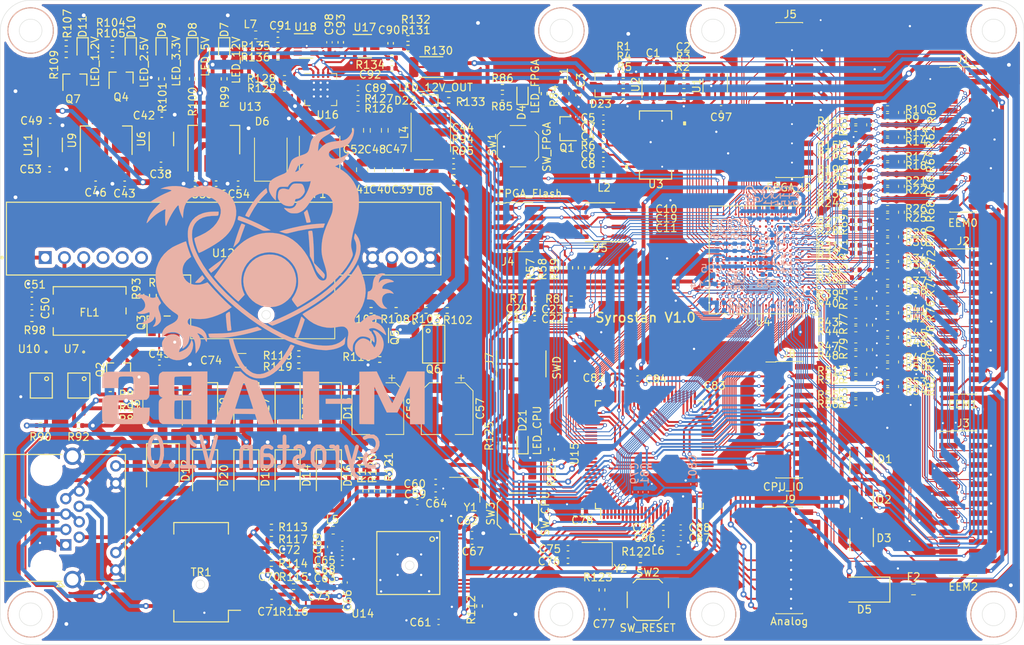
<source format=kicad_pcb>
(kicad_pcb (version 20171130) (host pcbnew 5.1.10-88a1d61d58~90~ubuntu20.04.1)

  (general
    (thickness 1.6)
    (drawings 29)
    (tracks 4366)
    (zones 0)
    (modules 315)
    (nets 444)
  )

  (page A4)
  (layers
    (0 F.Cu signal)
    (1 In1.Cu power)
    (2 In2.Cu power)
    (31 B.Cu signal)
    (32 B.Adhes user)
    (33 F.Adhes user)
    (34 B.Paste user)
    (35 F.Paste user)
    (36 B.SilkS user)
    (37 F.SilkS user)
    (38 B.Mask user)
    (39 F.Mask user)
    (40 Dwgs.User user)
    (41 Cmts.User user)
    (42 Eco1.User user)
    (43 Eco2.User user)
    (44 Edge.Cuts user)
    (45 Margin user)
    (46 B.CrtYd user)
    (47 F.CrtYd user)
    (48 B.Fab user)
    (49 F.Fab user)
  )

  (setup
    (last_trace_width 0.254)
    (user_trace_width 0.127)
    (user_trace_width 0.254)
    (user_trace_width 0.381)
    (user_trace_width 0.508)
    (user_trace_width 0.762)
    (user_trace_width 1.016)
    (user_trace_width 1.27)
    (trace_clearance 0.0889)
    (zone_clearance 0.508)
    (zone_45_only no)
    (trace_min 0.1143)
    (via_size 0.45)
    (via_drill 0.25)
    (via_min_size 0.45)
    (via_min_drill 0.2)
    (user_via 0.45 0.25)
    (user_via 0.5 0.3)
    (user_via 0.8 0.5)
    (user_via 1.3 1.152)
    (user_via 6 3)
    (uvia_size 0.3)
    (uvia_drill 0.1)
    (uvias_allowed no)
    (uvia_min_size 0.25)
    (uvia_min_drill 0.1)
    (edge_width 0.05)
    (segment_width 0.127)
    (pcb_text_width 0.3)
    (pcb_text_size 1.5 1.5)
    (mod_edge_width 0.1524)
    (mod_text_size 1.016 1.016)
    (mod_text_width 0.1524)
    (pad_size 2.7 2.7)
    (pad_drill 0)
    (pad_to_mask_clearance 0)
    (aux_axis_origin 0 0)
    (grid_origin 83 57)
    (visible_elements 7FFFFFFF)
    (pcbplotparams
      (layerselection 0x010fc_ffffffff)
      (usegerberextensions false)
      (usegerberattributes true)
      (usegerberadvancedattributes true)
      (creategerberjobfile true)
      (excludeedgelayer true)
      (linewidth 0.100000)
      (plotframeref false)
      (viasonmask false)
      (mode 1)
      (useauxorigin false)
      (hpglpennumber 1)
      (hpglpenspeed 20)
      (hpglpendiameter 15.000000)
      (psnegative false)
      (psa4output false)
      (plotreference true)
      (plotvalue true)
      (plotinvisibletext false)
      (padsonsilk false)
      (subtractmaskfromsilk false)
      (outputformat 1)
      (mirror false)
      (drillshape 0)
      (scaleselection 1)
      (outputdirectory "FabricationOutput/"))
  )

  (net 0 "")
  (net 1 GND)
  (net 2 "Net-(C2-Pad1)")
  (net 3 /HighSpeedADC/+5VA)
  (net 4 /FPGA/GNDPLL0)
  (net 5 /FPGA/VCCPLL0)
  (net 6 /FPGA/GNDPLL1)
  (net 7 /FPGA/VCCPLL1)
  (net 8 +12V_OUT)
  (net 9 /CurrentSenser/12V_CURRENT)
  (net 10 +12V)
  (net 11 +3V3)
  (net 12 +2V5)
  (net 13 +1V2)
  (net 14 +5V)
  (net 15 /Ethernet/+3V3A)
  (net 16 "Net-(C44-Pad2)")
  (net 17 /MCU/+3V3A)
  (net 18 +3V3MP)
  (net 19 "Net-(D4-Pad2)")
  (net 20 "Net-(D4-Pad1)")
  (net 21 "Net-(D9-Pad2)")
  (net 22 "Net-(D10-Pad2)")
  (net 23 "Net-(D11-Pad2)")
  (net 24 "Net-(D13-Pad2)")
  (net 25 /Ethernet/POE_VC-)
  (net 26 /Ethernet/POE_VC+)
  (net 27 "Net-(D15-Pad2)")
  (net 28 "Net-(D17-Pad2)")
  (net 29 "Net-(D19-Pad2)")
  (net 30 "Net-(D21-Pad2)")
  (net 31 /FPGA_IO1)
  (net 32 /FPGA_IO3)
  (net 33 /FPGA_IO5)
  (net 34 /FPGA_IO7)
  (net 35 /FPGA_IO9)
  (net 36 /FPGA_IO11)
  (net 37 /FPGA_IO13)
  (net 38 /FPGA_IO15)
  (net 39 /FPGA_IO14)
  (net 40 /FPGA_IO12)
  (net 41 /FPGA_IO10)
  (net 42 /FPGA_IO8)
  (net 43 /FPGA_IO6)
  (net 44 /FPGA_IO4)
  (net 45 /FPGA_IO2)
  (net 46 /FPGA_IO0)
  (net 47 /MCU/CPU_SWCLK)
  (net 48 /MCU/CPU_SWDIO)
  (net 49 /MCU/CPU_UART4_TX)
  (net 50 /MCU/CPU_UART4_RX)
  (net 51 /MCU/CPU_PWM_CH1)
  (net 52 /MCU/CPU_PWM_CH2)
  (net 53 /MCU/CPU_PWM_CH3)
  (net 54 /MCU/CPU_PWM_CH4)
  (net 55 /MCU/CPU_IIC2_SDA)
  (net 56 /MCU/CPU_IIC2_SCL)
  (net 57 /MCU/CPU_UART1_RX)
  (net 58 /MCU/CPU_UART1_TX)
  (net 59 /MCU/CPU_SPI2_MOSI)
  (net 60 /MCU/CPU_SPI2_MISO)
  (net 61 /MCU/CPU_SPI2_SCK)
  (net 62 /MCU/CPU_SPI2_CS)
  (net 63 /MCU/CPU_DAC1)
  (net 64 /MCU/CPU_DAC0)
  (net 65 /MCU/CPU_ADC5)
  (net 66 /MCU/CPU_ADC4)
  (net 67 /MCU/CPU_ADC3)
  (net 68 /MCU/CPU_ADC2)
  (net 69 /MCU/CPU_ADC1)
  (net 70 /MCU/CPU_ADC0)
  (net 71 /CurrentSenser/12V_SW)
  (net 72 "Net-(Q1-Pad1)")
  (net 73 "Net-(Q2-Pad3)")
  (net 74 /MCU/CPU_RESET)
  (net 75 "Net-(Q7-Pad1)")
  (net 76 /MCU/CPU_POE_AT_EVENT)
  (net 77 /MCU/CPU_POE_SRC_STATUS)
  (net 78 /Ethernet/RJ45_LED_G)
  (net 79 /Ethernet/RJ45_LED_Y)
  (net 80 /CurrentSenser/+3V3A)
  (net 81 /EEM0_IIC_SCL)
  (net 82 /EEM0_IIC_SDA)
  (net 83 /EEM1_IIC_SCL)
  (net 84 /EEM1_IIC_SDA)
  (net 85 /EEM2_IIC_SCL)
  (net 86 /EEM2_IIC_SDA)
  (net 87 /EEM0_7_N)
  (net 88 /EEM0_6_P)
  (net 89 /EEM0_5_N)
  (net 90 /EEM0_4_P)
  (net 91 /EEM0_3_N)
  (net 92 /EEM0_2_P)
  (net 93 /EEM0_1_N)
  (net 94 /EEM0_0_P)
  (net 95 /EEM0_7_P)
  (net 96 /EEM0_6_N)
  (net 97 /EEM0_5_P)
  (net 98 /EEM0_4_N)
  (net 99 /EEM0_3_P)
  (net 100 /EEM0_2_N)
  (net 101 /EEM0_1_P)
  (net 102 /EEM0_0_N)
  (net 103 /EEM1_7_N)
  (net 104 /EEM1_6_P)
  (net 105 /EEM1_5_N)
  (net 106 /EEM1_4_P)
  (net 107 /EEM1_3_N)
  (net 108 /EEM1_2_P)
  (net 109 /EEM1_1_N)
  (net 110 /EEM1_0_P)
  (net 111 /EEM1_7_P)
  (net 112 /EEM1_6_N)
  (net 113 /EEM1_5_P)
  (net 114 /EEM1_4_N)
  (net 115 /EEM1_3_P)
  (net 116 /EEM1_2_N)
  (net 117 /EEM1_1_P)
  (net 118 /EEM1_0_N)
  (net 119 /EEM2_7_N)
  (net 120 /EEM2_6_P)
  (net 121 /EEM2_5_N)
  (net 122 /EEM2_4_P)
  (net 123 /EEM2_3_N)
  (net 124 /EEM2_2_P)
  (net 125 /EEM2_1_N)
  (net 126 /EEM2_0_P)
  (net 127 /EEM2_7_P)
  (net 128 /EEM2_6_N)
  (net 129 /EEM2_5_P)
  (net 130 /EEM2_4_N)
  (net 131 /EEM2_3_P)
  (net 132 /EEM2_2_N)
  (net 133 /EEM2_1_P)
  (net 134 /EEM2_0_N)
  (net 135 /CDONE)
  (net 136 /CRESET)
  (net 137 /SPI_CS)
  (net 138 /ENC_INT)
  (net 139 /ADC_D0)
  (net 140 /ADC_D1)
  (net 141 /ADC_D2)
  (net 142 /ADC_D3)
  (net 143 /ADC_D4)
  (net 144 /ADC_D5)
  (net 145 /ADC_D6)
  (net 146 /ADC_D7)
  (net 147 /ADC_CLK)
  (net 148 /FSMC_CLK)
  (net 149 /FSMC_D15)
  (net 150 /FSMC_D9)
  (net 151 /FSMC_D10)
  (net 152 /FSMC_D0)
  (net 153 /FSMC_A7)
  (net 154 /FSMC_NL)
  (net 155 /FSMC_NBL0)
  (net 156 /FSMC_D6)
  (net 157 /FSMC_D7)
  (net 158 /FSMC_D5)
  (net 159 /FSMC_D1)
  (net 160 /FSMC_A3)
  (net 161 /FSMC_A1)
  (net 162 /FSMC_NWAIT)
  (net 163 /FSMC_NOE)
  (net 164 /FSMC_D12)
  (net 165 /FSMC_D8)
  (net 166 /FSMC_D3)
  (net 167 /FSMC_A4)
  (net 168 /FSMC_A6)
  (net 169 /FSMC_A0)
  (net 170 /FSMC_NBL1)
  (net 171 /FSMC_D14)
  (net 172 /FSMC_D11)
  (net 173 /FSMC_D4)
  (net 174 /FSMC_A2)
  (net 175 /FSMC_D13)
  (net 176 /FSMC_D2)
  (net 177 /FSMC_A5)
  (net 178 /FSMC_NE1)
  (net 179 /FSMC_NWE)
  (net 180 /CSBSEL0)
  (net 181 /SPI_MOSI)
  (net 182 /SPI_MISO)
  (net 183 /CSBSEL1)
  (net 184 /SPI_SCK)
  (net 185 /SPI_ENC_CS)
  (net 186 "Net-(C7-Pad2)")
  (net 187 "Net-(D8-Pad2)")
  (net 188 "Net-(D10-Pad1)")
  (net 189 "Net-(D11-Pad1)")
  (net 190 "Net-(D21-Pad1)")
  (net 191 "Net-(D22-Pad1)")
  (net 192 "Net-(Q3-Pad1)")
  (net 193 "Net-(Q4-Pad1)")
  (net 194 "Net-(Q5-Pad6)")
  (net 195 "Net-(Q5-Pad2)")
  (net 196 "Net-(Q5-Pad3)")
  (net 197 "Net-(D22-Pad2)")
  (net 198 HSADC_IN)
  (net 199 "Net-(J6-Pad12)")
  (net 200 "Net-(J6-Pad10)")
  (net 201 "Net-(J6-Pad6)")
  (net 202 "Net-(J6-Pad2)")
  (net 203 "Net-(J6-Pad3)")
  (net 204 "Net-(J6-Pad1)")
  (net 205 "Net-(SW3-Pad2)")
  (net 206 /FPGA/LVDS0_0_P)
  (net 207 /FPGA/LVDS0_0_N)
  (net 208 /FPGA/LVDS0_1_P)
  (net 209 /FPGA/LVDS0_1_N)
  (net 210 /FPGA/LVDS0_2_P)
  (net 211 /FPGA/LVDS0_2_N)
  (net 212 /FPGA/LVDS0_3_P)
  (net 213 /FPGA/LVDS0_3_N)
  (net 214 /FPGA/LVDS0_4_P)
  (net 215 /FPGA/LVDS0_4_N)
  (net 216 /FPGA/LVDS0_5_P)
  (net 217 /FPGA/LVDS0_5_N)
  (net 218 /FPGA/LVDS0_6_P)
  (net 219 /FPGA/LVDS0_6_N)
  (net 220 /FPGA/LVDS0_7_P)
  (net 221 /FPGA/LVDS0_7_N)
  (net 222 /FPGA/LVDS1_0_P)
  (net 223 /FPGA/LVDS1_0_N)
  (net 224 /FPGA/LVDS1_1_P)
  (net 225 /FPGA/LVDS1_1_N)
  (net 226 /FPGA/LVDS1_2_P)
  (net 227 /FPGA/LVDS1_2_N)
  (net 228 /FPGA/LVDS1_3_P)
  (net 229 /FPGA/LVDS1_3_N)
  (net 230 /FPGA/LVDS1_4_P)
  (net 231 /FPGA/LVDS1_4_N)
  (net 232 /FPGA/LVDS1_5_P)
  (net 233 /FPGA/LVDS1_5_N)
  (net 234 /FPGA/LVDS1_6_P)
  (net 235 /FPGA/LVDS1_6_N)
  (net 236 /FPGA/LVDS1_7_P)
  (net 237 /FPGA/LVDS1_7_N)
  (net 238 /FPGA/LVDS2_0_P)
  (net 239 /FPGA/LVDS2_0_N)
  (net 240 /FPGA/LVDS2_1_P)
  (net 241 /FPGA/LVDS2_1_N)
  (net 242 /FPGA/LVDS2_2_P)
  (net 243 /FPGA/LVDS2_2_N)
  (net 244 /FPGA/LVDS2_3_P)
  (net 245 /FPGA/LVDS2_3_N)
  (net 246 /FPGA/LVDS2_4_P)
  (net 247 /FPGA/LVDS2_4_N)
  (net 248 /FPGA/LVDS2_5_P)
  (net 249 /FPGA/LVDS2_5_N)
  (net 250 /FPGA/LVDS2_6_P)
  (net 251 /FPGA/LVDS2_6_N)
  (net 252 /FPGA/LVDS2_7_P)
  (net 253 /FPGA/LVDS2_7_N)
  (net 254 /FPGA/FPGA_LED)
  (net 255 /FPGA/FPGA_KEY)
  (net 256 /IIC_SCL)
  (net 257 /IIC_SDA)
  (net 258 "Net-(R135-Pad2)")
  (net 259 +6V)
  (net 260 "Net-(R126-Pad1)")
  (net 261 /CurrentSenser/12V_OUT_FAULT)
  (net 262 "Net-(C4-Pad1)")
  (net 263 "Net-(C5-Pad1)")
  (net 264 "Net-(C8-Pad2)")
  (net 265 "Net-(C44-Pad1)")
  (net 266 "Net-(C45-Pad2)")
  (net 267 "Net-(C45-Pad1)")
  (net 268 "Net-(C47-Pad1)")
  (net 269 "Net-(C50-Pad2)")
  (net 270 "Net-(C51-Pad1)")
  (net 271 "Net-(C57-Pad1)")
  (net 272 "Net-(C59-Pad1)")
  (net 273 "Net-(C60-Pad1)")
  (net 274 "Net-(C67-Pad2)")
  (net 275 "Net-(C70-Pad2)")
  (net 276 "Net-(C70-Pad1)")
  (net 277 "Net-(C71-Pad2)")
  (net 278 "Net-(C71-Pad1)")
  (net 279 "Net-(C72-Pad1)")
  (net 280 "Net-(C73-Pad1)")
  (net 281 "Net-(C74-Pad1)")
  (net 282 "Net-(C75-Pad1)")
  (net 283 "Net-(C76-Pad1)")
  (net 284 "Net-(C77-Pad2)")
  (net 285 "Net-(C89-Pad1)")
  (net 286 "Net-(C90-Pad2)")
  (net 287 "Net-(C90-Pad1)")
  (net 288 "Net-(D7-Pad2)")
  (net 289 "Net-(R2-Pad1)")
  (net 290 "Net-(R3-Pad1)")
  (net 291 "Net-(R5-Pad2)")
  (net 292 "Net-(R87-Pad2)")
  (net 293 "Net-(R89-Pad1)")
  (net 294 "Net-(R94-Pad1)")
  (net 295 "Net-(R98-Pad2)")
  (net 296 "Net-(R111-Pad1)")
  (net 297 "Net-(R113-Pad1)")
  (net 298 "Net-(R114-Pad2)")
  (net 299 "Net-(R124-Pad1)")
  (net 300 "Net-(R127-Pad1)")
  (net 301 "Net-(R134-Pad2)")
  (net 302 "Net-(U10-Pad2)")
  (net 303 /MCU/CPU_ADC7)
  (net 304 /MCU/CPU_ADC6)
  (net 305 /CurrentSenser/12V_CURRENT_REF)
  (net 306 "Net-(D5-Pad1)")
  (net 307 "Net-(D23-Pad1)")
  (net 308 "Net-(J7-Pad06)")
  (net 309 "Net-(J7-Pad07)")
  (net 310 "Net-(J7-Pad08)")
  (net 311 "Net-(J7-Pad09)")
  (net 312 "Net-(J7-Pad10)")
  (net 313 "Net-(U4-PadT7)")
  (net 314 "Net-(U4-PadT6)")
  (net 315 "Net-(U4-PadR16)")
  (net 316 "Net-(U4-PadR15)")
  (net 317 "Net-(U4-PadR14)")
  (net 318 "Net-(U4-PadR4)")
  (net 319 "Net-(U4-PadP14)")
  (net 320 "Net-(U4-PadP10)")
  (net 321 "Net-(U4-PadP9)")
  (net 322 "Net-(U4-PadP8)")
  (net 323 "Net-(U4-PadP7)")
  (net 324 "Net-(U4-PadP6)")
  (net 325 "Net-(U4-PadP5)")
  (net 326 "Net-(U4-PadP4)")
  (net 327 "Net-(U4-PadN12)")
  (net 328 "Net-(U4-PadN10)")
  (net 329 "Net-(U4-PadN9)")
  (net 330 "Net-(U4-PadN7)")
  (net 331 "Net-(U4-PadN6)")
  (net 332 "Net-(U4-PadN5)")
  (net 333 "Net-(U4-PadN3)")
  (net 334 "Net-(U4-PadM14)")
  (net 335 "Net-(U4-PadM13)")
  (net 336 "Net-(U4-PadM12)")
  (net 337 "Net-(U4-PadM11)")
  (net 338 "Net-(U4-PadM9)")
  (net 339 "Net-(U4-PadM8)")
  (net 340 "Net-(U4-PadM7)")
  (net 341 "Net-(U4-PadM6)")
  (net 342 "Net-(U4-PadM3)")
  (net 343 "Net-(U4-PadL14)")
  (net 344 "Net-(U4-PadL13)")
  (net 345 "Net-(U4-PadL12)")
  (net 346 "Net-(U4-PadL11)")
  (net 347 "Net-(U4-PadL10)")
  (net 348 "Net-(U4-PadL9)")
  (net 349 "Net-(U4-PadL5)")
  (net 350 "Net-(U4-PadK14)")
  (net 351 "Net-(U4-PadK13)")
  (net 352 "Net-(U4-PadK12)")
  (net 353 "Net-(U4-PadK9)")
  (net 354 "Net-(U4-PadJ16)")
  (net 355 "Net-(U4-PadJ14)")
  (net 356 "Net-(U4-PadJ13)")
  (net 357 "Net-(U4-PadJ12)")
  (net 358 "Net-(U4-PadJ11)")
  (net 359 "Net-(U4-PadJ10)")
  (net 360 "Net-(U4-PadH16)")
  (net 361 "Net-(U4-PadH14)")
  (net 362 "Net-(U4-PadH13)")
  (net 363 "Net-(U4-PadH12)")
  (net 364 "Net-(U4-PadH11)")
  (net 365 "Net-(U4-PadG15)")
  (net 366 "Net-(U4-PadG13)")
  (net 367 "Net-(U4-PadG12)")
  (net 368 "Net-(U4-PadG11)")
  (net 369 "Net-(U4-PadG10)")
  (net 370 "Net-(U4-PadF15)")
  (net 371 "Net-(U4-PadF12)")
  (net 372 "Net-(U4-PadF9)")
  (net 373 "Net-(U4-PadF7)")
  (net 374 "Net-(U4-PadE16)")
  (net 375 "Net-(U4-PadE14)")
  (net 376 "Net-(U4-PadE13)")
  (net 377 "Net-(U4-PadE11)")
  (net 378 "Net-(U4-PadE10)")
  (net 379 "Net-(U4-PadE9)")
  (net 380 "Net-(U4-PadE6)")
  (net 381 "Net-(U4-PadE5)")
  (net 382 "Net-(U4-PadD16)")
  (net 383 "Net-(U4-PadD14)")
  (net 384 "Net-(U4-PadD13)")
  (net 385 "Net-(U4-PadD12)")
  (net 386 "Net-(U4-PadD11)")
  (net 387 "Net-(U4-PadD10)")
  (net 388 "Net-(U4-PadD9)")
  (net 389 "Net-(U4-PadD8)")
  (net 390 "Net-(U4-PadD7)")
  (net 391 "Net-(U4-PadD6)")
  (net 392 "Net-(U4-PadD5)")
  (net 393 "Net-(U4-PadD4)")
  (net 394 "Net-(U4-PadD3)")
  (net 395 "Net-(U4-PadC6)")
  (net 396 "Net-(U4-PadC5)")
  (net 397 "Net-(U4-PadC4)")
  (net 398 "Net-(U4-PadB16)")
  (net 399 "Net-(U6-Pad4)")
  (net 400 "Net-(U11-Pad4)")
  (net 401 "Net-(U12-Pad4)")
  (net 402 "Net-(U12-Pad5)")
  (net 403 "Net-(U12-Pad9)")
  (net 404 "Net-(U12-Pad6)")
  (net 405 "Net-(U13-Pad2)")
  (net 406 "Net-(U14-Pad61)")
  (net 407 "Net-(U14-Pad60)")
  (net 408 "Net-(U14-Pad59)")
  (net 409 "Net-(U14-Pad58)")
  (net 410 "Net-(U14-Pad57)")
  (net 411 "Net-(U14-Pad56)")
  (net 412 "Net-(U14-Pad55)")
  (net 413 "Net-(U14-Pad54)")
  (net 414 "Net-(U14-Pad53)")
  (net 415 "Net-(U14-Pad48)")
  (net 416 "Net-(U14-Pad45)")
  (net 417 "Net-(U14-Pad44)")
  (net 418 "Net-(U14-Pad43)")
  (net 419 "Net-(U14-Pad42)")
  (net 420 "Net-(U14-Pad41)")
  (net 421 "Net-(U14-Pad40)")
  (net 422 "Net-(U14-Pad39)")
  (net 423 "Net-(U14-Pad38)")
  (net 424 "Net-(U14-Pad37)")
  (net 425 "Net-(U14-Pad36)")
  (net 426 "Net-(U14-Pad35)")
  (net 427 "Net-(U14-Pad33)")
  (net 428 "Net-(U14-Pad20)")
  (net 429 "Net-(U14-Pad19)")
  (net 430 "Net-(U14-Pad13)")
  (net 431 "Net-(U14-Pad12)")
  (net 432 "Net-(U14-Pad11)")
  (net 433 "Net-(U14-Pad10)")
  (net 434 "Net-(U14-Pad9)")
  (net 435 "Net-(U14-Pad8)")
  (net 436 "Net-(U14-Pad7)")
  (net 437 "Net-(U14-Pad6)")
  (net 438 "Net-(U14-Pad5)")
  (net 439 "Net-(U15-Pad18)")
  (net 440 "Net-(U15-Pad73)")
  (net 441 "Net-(U15-Pad83)")
  (net 442 "Net-(U16-Pad6)")
  (net 443 "Net-(U17-Pad6)")

  (net_class Default "This is the default net class."
    (clearance 0.0889)
    (trace_width 0.254)
    (via_dia 0.45)
    (via_drill 0.25)
    (uvia_dia 0.3)
    (uvia_drill 0.1)
    (diff_pair_width 0.127)
    (diff_pair_gap 0.1016)
    (add_net +12V)
    (add_net +12V_OUT)
    (add_net +1V2)
    (add_net +2V5)
    (add_net +3V3)
    (add_net +3V3MP)
    (add_net +5V)
    (add_net +6V)
    (add_net /ADC_CLK)
    (add_net /ADC_D0)
    (add_net /ADC_D1)
    (add_net /ADC_D2)
    (add_net /ADC_D3)
    (add_net /ADC_D4)
    (add_net /ADC_D5)
    (add_net /ADC_D6)
    (add_net /ADC_D7)
    (add_net /CDONE)
    (add_net /CRESET)
    (add_net /CSBSEL0)
    (add_net /CSBSEL1)
    (add_net /CurrentSenser/+3V3A)
    (add_net /CurrentSenser/12V_CURRENT)
    (add_net /CurrentSenser/12V_CURRENT_REF)
    (add_net /CurrentSenser/12V_OUT_FAULT)
    (add_net /CurrentSenser/12V_SW)
    (add_net /ENC_INT)
    (add_net /Ethernet/+3V3A)
    (add_net /Ethernet/POE_VC+)
    (add_net /Ethernet/POE_VC-)
    (add_net /Ethernet/RJ45_LED_G)
    (add_net /Ethernet/RJ45_LED_Y)
    (add_net /FPGA/FPGA_KEY)
    (add_net /FPGA/FPGA_LED)
    (add_net /FPGA/GNDPLL0)
    (add_net /FPGA/GNDPLL1)
    (add_net /FPGA/VCCPLL0)
    (add_net /FPGA/VCCPLL1)
    (add_net /FPGA_IO0)
    (add_net /FPGA_IO1)
    (add_net /FPGA_IO10)
    (add_net /FPGA_IO11)
    (add_net /FPGA_IO12)
    (add_net /FPGA_IO13)
    (add_net /FPGA_IO14)
    (add_net /FPGA_IO15)
    (add_net /FPGA_IO2)
    (add_net /FPGA_IO3)
    (add_net /FPGA_IO4)
    (add_net /FPGA_IO5)
    (add_net /FPGA_IO6)
    (add_net /FPGA_IO7)
    (add_net /FPGA_IO8)
    (add_net /FPGA_IO9)
    (add_net /FSMC_A0)
    (add_net /FSMC_A1)
    (add_net /FSMC_A2)
    (add_net /FSMC_A3)
    (add_net /FSMC_A4)
    (add_net /FSMC_A5)
    (add_net /FSMC_A6)
    (add_net /FSMC_A7)
    (add_net /FSMC_CLK)
    (add_net /FSMC_D0)
    (add_net /FSMC_D1)
    (add_net /FSMC_D10)
    (add_net /FSMC_D11)
    (add_net /FSMC_D12)
    (add_net /FSMC_D13)
    (add_net /FSMC_D14)
    (add_net /FSMC_D15)
    (add_net /FSMC_D2)
    (add_net /FSMC_D3)
    (add_net /FSMC_D4)
    (add_net /FSMC_D5)
    (add_net /FSMC_D6)
    (add_net /FSMC_D7)
    (add_net /FSMC_D8)
    (add_net /FSMC_D9)
    (add_net /FSMC_NBL0)
    (add_net /FSMC_NBL1)
    (add_net /FSMC_NE1)
    (add_net /FSMC_NL)
    (add_net /FSMC_NOE)
    (add_net /FSMC_NWAIT)
    (add_net /FSMC_NWE)
    (add_net /HighSpeedADC/+5VA)
    (add_net /IIC_SCL)
    (add_net /IIC_SDA)
    (add_net /MCU/+3V3A)
    (add_net /MCU/CPU_ADC0)
    (add_net /MCU/CPU_ADC1)
    (add_net /MCU/CPU_ADC2)
    (add_net /MCU/CPU_ADC3)
    (add_net /MCU/CPU_ADC4)
    (add_net /MCU/CPU_ADC5)
    (add_net /MCU/CPU_ADC6)
    (add_net /MCU/CPU_ADC7)
    (add_net /MCU/CPU_DAC0)
    (add_net /MCU/CPU_DAC1)
    (add_net /MCU/CPU_IIC2_SCL)
    (add_net /MCU/CPU_IIC2_SDA)
    (add_net /MCU/CPU_POE_AT_EVENT)
    (add_net /MCU/CPU_POE_SRC_STATUS)
    (add_net /MCU/CPU_PWM_CH1)
    (add_net /MCU/CPU_PWM_CH2)
    (add_net /MCU/CPU_PWM_CH3)
    (add_net /MCU/CPU_PWM_CH4)
    (add_net /MCU/CPU_RESET)
    (add_net /MCU/CPU_SPI2_CS)
    (add_net /MCU/CPU_SPI2_MISO)
    (add_net /MCU/CPU_SPI2_MOSI)
    (add_net /MCU/CPU_SPI2_SCK)
    (add_net /MCU/CPU_SWCLK)
    (add_net /MCU/CPU_SWDIO)
    (add_net /MCU/CPU_UART1_RX)
    (add_net /MCU/CPU_UART1_TX)
    (add_net /MCU/CPU_UART4_RX)
    (add_net /MCU/CPU_UART4_TX)
    (add_net /SPI_CS)
    (add_net /SPI_ENC_CS)
    (add_net /SPI_MISO)
    (add_net /SPI_MOSI)
    (add_net /SPI_SCK)
    (add_net GND)
    (add_net HSADC_IN)
    (add_net "Net-(C2-Pad1)")
    (add_net "Net-(C4-Pad1)")
    (add_net "Net-(C44-Pad1)")
    (add_net "Net-(C44-Pad2)")
    (add_net "Net-(C45-Pad1)")
    (add_net "Net-(C45-Pad2)")
    (add_net "Net-(C47-Pad1)")
    (add_net "Net-(C5-Pad1)")
    (add_net "Net-(C50-Pad2)")
    (add_net "Net-(C51-Pad1)")
    (add_net "Net-(C57-Pad1)")
    (add_net "Net-(C59-Pad1)")
    (add_net "Net-(C60-Pad1)")
    (add_net "Net-(C67-Pad2)")
    (add_net "Net-(C7-Pad2)")
    (add_net "Net-(C70-Pad1)")
    (add_net "Net-(C70-Pad2)")
    (add_net "Net-(C71-Pad1)")
    (add_net "Net-(C71-Pad2)")
    (add_net "Net-(C72-Pad1)")
    (add_net "Net-(C73-Pad1)")
    (add_net "Net-(C74-Pad1)")
    (add_net "Net-(C75-Pad1)")
    (add_net "Net-(C76-Pad1)")
    (add_net "Net-(C77-Pad2)")
    (add_net "Net-(C8-Pad2)")
    (add_net "Net-(C89-Pad1)")
    (add_net "Net-(C90-Pad1)")
    (add_net "Net-(C90-Pad2)")
    (add_net "Net-(D10-Pad1)")
    (add_net "Net-(D10-Pad2)")
    (add_net "Net-(D11-Pad1)")
    (add_net "Net-(D11-Pad2)")
    (add_net "Net-(D13-Pad2)")
    (add_net "Net-(D15-Pad2)")
    (add_net "Net-(D17-Pad2)")
    (add_net "Net-(D19-Pad2)")
    (add_net "Net-(D21-Pad1)")
    (add_net "Net-(D21-Pad2)")
    (add_net "Net-(D22-Pad1)")
    (add_net "Net-(D22-Pad2)")
    (add_net "Net-(D23-Pad1)")
    (add_net "Net-(D4-Pad1)")
    (add_net "Net-(D4-Pad2)")
    (add_net "Net-(D5-Pad1)")
    (add_net "Net-(D7-Pad2)")
    (add_net "Net-(D8-Pad2)")
    (add_net "Net-(D9-Pad2)")
    (add_net "Net-(J6-Pad1)")
    (add_net "Net-(J6-Pad10)")
    (add_net "Net-(J6-Pad12)")
    (add_net "Net-(J6-Pad2)")
    (add_net "Net-(J6-Pad3)")
    (add_net "Net-(J6-Pad6)")
    (add_net "Net-(J7-Pad06)")
    (add_net "Net-(J7-Pad07)")
    (add_net "Net-(J7-Pad08)")
    (add_net "Net-(J7-Pad09)")
    (add_net "Net-(J7-Pad10)")
    (add_net "Net-(Q1-Pad1)")
    (add_net "Net-(Q2-Pad3)")
    (add_net "Net-(Q3-Pad1)")
    (add_net "Net-(Q4-Pad1)")
    (add_net "Net-(Q5-Pad2)")
    (add_net "Net-(Q5-Pad3)")
    (add_net "Net-(Q5-Pad6)")
    (add_net "Net-(Q7-Pad1)")
    (add_net "Net-(R111-Pad1)")
    (add_net "Net-(R113-Pad1)")
    (add_net "Net-(R114-Pad2)")
    (add_net "Net-(R124-Pad1)")
    (add_net "Net-(R126-Pad1)")
    (add_net "Net-(R127-Pad1)")
    (add_net "Net-(R134-Pad2)")
    (add_net "Net-(R135-Pad2)")
    (add_net "Net-(R2-Pad1)")
    (add_net "Net-(R3-Pad1)")
    (add_net "Net-(R5-Pad2)")
    (add_net "Net-(R87-Pad2)")
    (add_net "Net-(R89-Pad1)")
    (add_net "Net-(R94-Pad1)")
    (add_net "Net-(R98-Pad2)")
    (add_net "Net-(SW3-Pad2)")
    (add_net "Net-(U10-Pad2)")
    (add_net "Net-(U11-Pad4)")
    (add_net "Net-(U12-Pad4)")
    (add_net "Net-(U12-Pad5)")
    (add_net "Net-(U12-Pad6)")
    (add_net "Net-(U12-Pad9)")
    (add_net "Net-(U13-Pad2)")
    (add_net "Net-(U14-Pad10)")
    (add_net "Net-(U14-Pad11)")
    (add_net "Net-(U14-Pad12)")
    (add_net "Net-(U14-Pad13)")
    (add_net "Net-(U14-Pad19)")
    (add_net "Net-(U14-Pad20)")
    (add_net "Net-(U14-Pad33)")
    (add_net "Net-(U14-Pad35)")
    (add_net "Net-(U14-Pad36)")
    (add_net "Net-(U14-Pad37)")
    (add_net "Net-(U14-Pad38)")
    (add_net "Net-(U14-Pad39)")
    (add_net "Net-(U14-Pad40)")
    (add_net "Net-(U14-Pad41)")
    (add_net "Net-(U14-Pad42)")
    (add_net "Net-(U14-Pad43)")
    (add_net "Net-(U14-Pad44)")
    (add_net "Net-(U14-Pad45)")
    (add_net "Net-(U14-Pad48)")
    (add_net "Net-(U14-Pad5)")
    (add_net "Net-(U14-Pad53)")
    (add_net "Net-(U14-Pad54)")
    (add_net "Net-(U14-Pad55)")
    (add_net "Net-(U14-Pad56)")
    (add_net "Net-(U14-Pad57)")
    (add_net "Net-(U14-Pad58)")
    (add_net "Net-(U14-Pad59)")
    (add_net "Net-(U14-Pad6)")
    (add_net "Net-(U14-Pad60)")
    (add_net "Net-(U14-Pad61)")
    (add_net "Net-(U14-Pad7)")
    (add_net "Net-(U14-Pad8)")
    (add_net "Net-(U14-Pad9)")
    (add_net "Net-(U15-Pad18)")
    (add_net "Net-(U15-Pad73)")
    (add_net "Net-(U15-Pad83)")
    (add_net "Net-(U16-Pad6)")
    (add_net "Net-(U17-Pad6)")
    (add_net "Net-(U4-PadB16)")
    (add_net "Net-(U4-PadC4)")
    (add_net "Net-(U4-PadC5)")
    (add_net "Net-(U4-PadC6)")
    (add_net "Net-(U4-PadD10)")
    (add_net "Net-(U4-PadD11)")
    (add_net "Net-(U4-PadD12)")
    (add_net "Net-(U4-PadD13)")
    (add_net "Net-(U4-PadD14)")
    (add_net "Net-(U4-PadD16)")
    (add_net "Net-(U4-PadD3)")
    (add_net "Net-(U4-PadD4)")
    (add_net "Net-(U4-PadD5)")
    (add_net "Net-(U4-PadD6)")
    (add_net "Net-(U4-PadD7)")
    (add_net "Net-(U4-PadD8)")
    (add_net "Net-(U4-PadD9)")
    (add_net "Net-(U4-PadE10)")
    (add_net "Net-(U4-PadE11)")
    (add_net "Net-(U4-PadE13)")
    (add_net "Net-(U4-PadE14)")
    (add_net "Net-(U4-PadE16)")
    (add_net "Net-(U4-PadE5)")
    (add_net "Net-(U4-PadE6)")
    (add_net "Net-(U4-PadE9)")
    (add_net "Net-(U4-PadF12)")
    (add_net "Net-(U4-PadF15)")
    (add_net "Net-(U4-PadF7)")
    (add_net "Net-(U4-PadF9)")
    (add_net "Net-(U4-PadG10)")
    (add_net "Net-(U4-PadG11)")
    (add_net "Net-(U4-PadG12)")
    (add_net "Net-(U4-PadG13)")
    (add_net "Net-(U4-PadG15)")
    (add_net "Net-(U4-PadH11)")
    (add_net "Net-(U4-PadH12)")
    (add_net "Net-(U4-PadH13)")
    (add_net "Net-(U4-PadH14)")
    (add_net "Net-(U4-PadH16)")
    (add_net "Net-(U4-PadJ10)")
    (add_net "Net-(U4-PadJ11)")
    (add_net "Net-(U4-PadJ12)")
    (add_net "Net-(U4-PadJ13)")
    (add_net "Net-(U4-PadJ14)")
    (add_net "Net-(U4-PadJ16)")
    (add_net "Net-(U4-PadK12)")
    (add_net "Net-(U4-PadK13)")
    (add_net "Net-(U4-PadK14)")
    (add_net "Net-(U4-PadK9)")
    (add_net "Net-(U4-PadL10)")
    (add_net "Net-(U4-PadL11)")
    (add_net "Net-(U4-PadL12)")
    (add_net "Net-(U4-PadL13)")
    (add_net "Net-(U4-PadL14)")
    (add_net "Net-(U4-PadL5)")
    (add_net "Net-(U4-PadL9)")
    (add_net "Net-(U4-PadM11)")
    (add_net "Net-(U4-PadM12)")
    (add_net "Net-(U4-PadM13)")
    (add_net "Net-(U4-PadM14)")
    (add_net "Net-(U4-PadM3)")
    (add_net "Net-(U4-PadM6)")
    (add_net "Net-(U4-PadM7)")
    (add_net "Net-(U4-PadM8)")
    (add_net "Net-(U4-PadM9)")
    (add_net "Net-(U4-PadN10)")
    (add_net "Net-(U4-PadN12)")
    (add_net "Net-(U4-PadN3)")
    (add_net "Net-(U4-PadN5)")
    (add_net "Net-(U4-PadN6)")
    (add_net "Net-(U4-PadN7)")
    (add_net "Net-(U4-PadN9)")
    (add_net "Net-(U4-PadP10)")
    (add_net "Net-(U4-PadP14)")
    (add_net "Net-(U4-PadP4)")
    (add_net "Net-(U4-PadP5)")
    (add_net "Net-(U4-PadP6)")
    (add_net "Net-(U4-PadP7)")
    (add_net "Net-(U4-PadP8)")
    (add_net "Net-(U4-PadP9)")
    (add_net "Net-(U4-PadR14)")
    (add_net "Net-(U4-PadR15)")
    (add_net "Net-(U4-PadR16)")
    (add_net "Net-(U4-PadR4)")
    (add_net "Net-(U4-PadT6)")
    (add_net "Net-(U4-PadT7)")
    (add_net "Net-(U6-Pad4)")
  )

  (net_class Diff_In ""
    (clearance 0.0889)
    (trace_width 0.1524)
    (via_dia 0.8)
    (via_drill 0.4)
    (uvia_dia 0.3)
    (uvia_drill 0.1)
    (diff_pair_width 0.1143)
    (diff_pair_gap 0.1524)
  )

  (net_class Diff_Out ""
    (clearance 0.0889)
    (trace_width 0.127)
    (via_dia 0.8)
    (via_drill 0.4)
    (uvia_dia 0.3)
    (uvia_drill 0.1)
    (diff_pair_width 0.127)
    (diff_pair_gap 0.127)
    (add_net /EEM0_0_N)
    (add_net /EEM0_0_P)
    (add_net /EEM0_1_N)
    (add_net /EEM0_1_P)
    (add_net /EEM0_2_N)
    (add_net /EEM0_2_P)
    (add_net /EEM0_3_N)
    (add_net /EEM0_3_P)
    (add_net /EEM0_4_N)
    (add_net /EEM0_4_P)
    (add_net /EEM0_5_N)
    (add_net /EEM0_5_P)
    (add_net /EEM0_6_N)
    (add_net /EEM0_6_P)
    (add_net /EEM0_7_N)
    (add_net /EEM0_7_P)
    (add_net /EEM0_IIC_SCL)
    (add_net /EEM0_IIC_SDA)
    (add_net /EEM1_0_N)
    (add_net /EEM1_0_P)
    (add_net /EEM1_1_N)
    (add_net /EEM1_1_P)
    (add_net /EEM1_2_N)
    (add_net /EEM1_2_P)
    (add_net /EEM1_3_N)
    (add_net /EEM1_3_P)
    (add_net /EEM1_4_N)
    (add_net /EEM1_4_P)
    (add_net /EEM1_5_N)
    (add_net /EEM1_5_P)
    (add_net /EEM1_6_N)
    (add_net /EEM1_6_P)
    (add_net /EEM1_7_N)
    (add_net /EEM1_7_P)
    (add_net /EEM1_IIC_SCL)
    (add_net /EEM1_IIC_SDA)
    (add_net /EEM2_0_N)
    (add_net /EEM2_0_P)
    (add_net /EEM2_1_N)
    (add_net /EEM2_1_P)
    (add_net /EEM2_2_N)
    (add_net /EEM2_2_P)
    (add_net /EEM2_3_N)
    (add_net /EEM2_3_P)
    (add_net /EEM2_4_N)
    (add_net /EEM2_4_P)
    (add_net /EEM2_5_N)
    (add_net /EEM2_5_P)
    (add_net /EEM2_6_N)
    (add_net /EEM2_6_P)
    (add_net /EEM2_7_N)
    (add_net /EEM2_7_P)
    (add_net /EEM2_IIC_SCL)
    (add_net /EEM2_IIC_SDA)
    (add_net /FPGA/LVDS0_0_N)
    (add_net /FPGA/LVDS0_0_P)
    (add_net /FPGA/LVDS0_1_N)
    (add_net /FPGA/LVDS0_1_P)
    (add_net /FPGA/LVDS0_2_N)
    (add_net /FPGA/LVDS0_2_P)
    (add_net /FPGA/LVDS0_3_N)
    (add_net /FPGA/LVDS0_3_P)
    (add_net /FPGA/LVDS0_4_N)
    (add_net /FPGA/LVDS0_4_P)
    (add_net /FPGA/LVDS0_5_N)
    (add_net /FPGA/LVDS0_5_P)
    (add_net /FPGA/LVDS0_6_N)
    (add_net /FPGA/LVDS0_6_P)
    (add_net /FPGA/LVDS0_7_N)
    (add_net /FPGA/LVDS0_7_P)
    (add_net /FPGA/LVDS1_0_N)
    (add_net /FPGA/LVDS1_0_P)
    (add_net /FPGA/LVDS1_1_N)
    (add_net /FPGA/LVDS1_1_P)
    (add_net /FPGA/LVDS1_2_N)
    (add_net /FPGA/LVDS1_2_P)
    (add_net /FPGA/LVDS1_3_N)
    (add_net /FPGA/LVDS1_3_P)
    (add_net /FPGA/LVDS1_4_N)
    (add_net /FPGA/LVDS1_4_P)
    (add_net /FPGA/LVDS1_5_N)
    (add_net /FPGA/LVDS1_5_P)
    (add_net /FPGA/LVDS1_6_N)
    (add_net /FPGA/LVDS1_6_P)
    (add_net /FPGA/LVDS1_7_N)
    (add_net /FPGA/LVDS1_7_P)
    (add_net /FPGA/LVDS2_0_N)
    (add_net /FPGA/LVDS2_0_P)
    (add_net /FPGA/LVDS2_1_N)
    (add_net /FPGA/LVDS2_1_P)
    (add_net /FPGA/LVDS2_2_N)
    (add_net /FPGA/LVDS2_2_P)
    (add_net /FPGA/LVDS2_3_N)
    (add_net /FPGA/LVDS2_3_P)
    (add_net /FPGA/LVDS2_4_N)
    (add_net /FPGA/LVDS2_4_P)
    (add_net /FPGA/LVDS2_5_N)
    (add_net /FPGA/LVDS2_5_P)
    (add_net /FPGA/LVDS2_6_N)
    (add_net /FPGA/LVDS2_6_P)
    (add_net /FPGA/LVDS2_7_N)
    (add_net /FPGA/LVDS2_7_P)
  )

  (module Package_BGA:BGA-256_14.0x14.0mm_Layout16x16_P0.8mm_Ball0.45mm_Pad0.32mm_NSMD (layer F.Cu) (tedit 5B6330C4) (tstamp 60D2846B)
    (at 179.592 87.249 180)
    (descr "BGA-256, dimensions: https://www.xilinx.com/support/documentation/package_specs/ft256.pdf, design rules: https://www.xilinx.com/support/documentation/user_guides/ug1099-bga-device-design-rules.pdf")
    (tags BGA-256)
    (path /60C0E996/623CB106)
    (solder_mask_margin 0.075)
    (attr smd)
    (fp_text reference U4 (at 0 -8.2) (layer F.SilkS)
      (effects (font (size 1 1) (thickness 0.15)))
    )
    (fp_text value ICE40HX8K-CT256 (at 0 8.2) (layer F.Fab) hide
      (effects (font (size 1 1) (thickness 0.15)))
    )
    (fp_text user %R (at 0 0) (layer F.Fab) hide
      (effects (font (size 1 1) (thickness 0.15)))
    )
    (fp_line (start -6.6 -7.3) (end -7.3 -7.3) (layer F.SilkS) (width 0.12))
    (fp_line (start -7.3 -7.3) (end -7.3 -6.6) (layer F.SilkS) (width 0.12))
    (fp_line (start 7.1 -7.1) (end -7.1 -7.1) (layer F.SilkS) (width 0.12))
    (fp_line (start -7.1 -7.1) (end -7.1 7.1) (layer F.SilkS) (width 0.12))
    (fp_line (start -7.1 7.1) (end 7.1 7.1) (layer F.SilkS) (width 0.12))
    (fp_line (start 7.1 7.1) (end 7.1 -7.1) (layer F.SilkS) (width 0.12))
    (fp_line (start -7 7) (end 7 7) (layer F.Fab) (width 0.1))
    (fp_line (start 7 7) (end 7 -7) (layer F.Fab) (width 0.1))
    (fp_line (start 7 -7) (end -6 -7) (layer F.Fab) (width 0.1))
    (fp_line (start -6 -7) (end -7 -6) (layer F.Fab) (width 0.1))
    (fp_line (start -7 -6) (end -7 7) (layer F.Fab) (width 0.1))
    (fp_line (start -8 -8) (end 8 -8) (layer F.CrtYd) (width 0.05))
    (fp_line (start -8 -8) (end -8 8) (layer F.CrtYd) (width 0.05))
    (fp_line (start 8 8) (end 8 -8) (layer F.CrtYd) (width 0.05))
    (fp_line (start 8 8) (end -8 8) (layer F.CrtYd) (width 0.05))
    (pad T16 smd circle (at 6 6 180) (size 0.32 0.32) (layers F.Cu F.Paste F.Mask)
      (net 255 /FPGA/FPGA_KEY))
    (pad R16 smd circle (at 6 5.2 180) (size 0.32 0.32) (layers F.Cu F.Paste F.Mask)
      (net 315 "Net-(U4-PadR16)"))
    (pad P16 smd circle (at 6 4.4 180) (size 0.32 0.32) (layers F.Cu F.Paste F.Mask)
      (net 146 /ADC_D7))
    (pad N16 smd circle (at 6 3.6 180) (size 0.32 0.32) (layers F.Cu F.Paste F.Mask)
      (net 145 /ADC_D6))
    (pad M16 smd circle (at 6 2.8 180) (size 0.32 0.32) (layers F.Cu F.Paste F.Mask)
      (net 143 /ADC_D4))
    (pad L16 smd circle (at 6 2 180) (size 0.32 0.32) (layers F.Cu F.Paste F.Mask)
      (net 142 /ADC_D3))
    (pad K16 smd circle (at 6 1.2 180) (size 0.32 0.32) (layers F.Cu F.Paste F.Mask)
      (net 140 /ADC_D1))
    (pad J16 smd circle (at 6 0.4 180) (size 0.32 0.32) (layers F.Cu F.Paste F.Mask)
      (net 354 "Net-(U4-PadJ16)"))
    (pad H16 smd circle (at 6 -0.4 180) (size 0.32 0.32) (layers F.Cu F.Paste F.Mask)
      (net 360 "Net-(U4-PadH16)"))
    (pad G16 smd circle (at 6 -1.2 180) (size 0.32 0.32) (layers F.Cu F.Paste F.Mask)
      (net 86 /EEM2_IIC_SDA))
    (pad F16 smd circle (at 6 -2 180) (size 0.32 0.32) (layers F.Cu F.Paste F.Mask)
      (net 85 /EEM2_IIC_SCL))
    (pad E16 smd circle (at 6 -2.8 180) (size 0.32 0.32) (layers F.Cu F.Paste F.Mask)
      (net 374 "Net-(U4-PadE16)"))
    (pad D16 smd circle (at 6 -3.6 180) (size 0.32 0.32) (layers F.Cu F.Paste F.Mask)
      (net 382 "Net-(U4-PadD16)"))
    (pad C16 smd circle (at 6 -4.4 180) (size 0.32 0.32) (layers F.Cu F.Paste F.Mask)
      (net 257 /IIC_SDA))
    (pad B16 smd circle (at 6 -5.2 180) (size 0.32 0.32) (layers F.Cu F.Paste F.Mask)
      (net 398 "Net-(U4-PadB16)"))
    (pad A16 smd circle (at 6 -6 180) (size 0.32 0.32) (layers F.Cu F.Paste F.Mask)
      (net 178 /FSMC_NE1))
    (pad T15 smd circle (at 5.2 6 180) (size 0.32 0.32) (layers F.Cu F.Paste F.Mask)
      (net 254 /FPGA/FPGA_LED))
    (pad R15 smd circle (at 5.2 5.2 180) (size 0.32 0.32) (layers F.Cu F.Paste F.Mask)
      (net 316 "Net-(U4-PadR15)"))
    (pad P15 smd circle (at 5.2 4.4 180) (size 0.32 0.32) (layers F.Cu F.Paste F.Mask)
      (net 147 /ADC_CLK))
    (pad N15 smd circle (at 5.2 3.6 180) (size 0.32 0.32) (layers F.Cu F.Paste F.Mask)
      (net 11 +3V3))
    (pad M15 smd circle (at 5.2 2.8 180) (size 0.32 0.32) (layers F.Cu F.Paste F.Mask)
      (net 144 /ADC_D5))
    (pad L15 smd circle (at 5.2 2 180) (size 0.32 0.32) (layers F.Cu F.Paste F.Mask)
      (net 1 GND))
    (pad K15 smd circle (at 5.2 1.2 180) (size 0.32 0.32) (layers F.Cu F.Paste F.Mask)
      (net 141 /ADC_D2))
    (pad J15 smd circle (at 5.2 0.4 180) (size 0.32 0.32) (layers F.Cu F.Paste F.Mask)
      (net 139 /ADC_D0))
    (pad H15 smd circle (at 5.2 -0.4 180) (size 0.32 0.32) (layers F.Cu F.Paste F.Mask)
      (net 11 +3V3))
    (pad G15 smd circle (at 5.2 -1.2 180) (size 0.32 0.32) (layers F.Cu F.Paste F.Mask)
      (net 365 "Net-(U4-PadG15)"))
    (pad F15 smd circle (at 5.2 -2 180) (size 0.32 0.32) (layers F.Cu F.Paste F.Mask)
      (net 370 "Net-(U4-PadF15)"))
    (pad E15 smd circle (at 5.2 -2.8 180) (size 0.32 0.32) (layers F.Cu F.Paste F.Mask)
      (net 1 GND))
    (pad D15 smd circle (at 5.2 -3.6 180) (size 0.32 0.32) (layers F.Cu F.Paste F.Mask)
      (net 256 /IIC_SCL))
    (pad C15 smd circle (at 5.2 -4.4 180) (size 0.32 0.32) (layers F.Cu F.Paste F.Mask)
      (net 11 +3V3))
    (pad B15 smd circle (at 5.2 -5.2 180) (size 0.32 0.32) (layers F.Cu F.Paste F.Mask)
      (net 162 /FSMC_NWAIT))
    (pad A15 smd circle (at 5.2 -6 180) (size 0.32 0.32) (layers F.Cu F.Paste F.Mask)
      (net 179 /FSMC_NWE))
    (pad T14 smd circle (at 4.4 6 180) (size 0.32 0.32) (layers F.Cu F.Paste F.Mask)
      (net 38 /FPGA_IO15))
    (pad R14 smd circle (at 4.4 5.2 180) (size 0.32 0.32) (layers F.Cu F.Paste F.Mask)
      (net 317 "Net-(U4-PadR14)"))
    (pad P14 smd circle (at 4.4 4.4 180) (size 0.32 0.32) (layers F.Cu F.Paste F.Mask)
      (net 319 "Net-(U4-PadP14)"))
    (pad N14 smd circle (at 4.4 3.6 180) (size 0.32 0.32) (layers F.Cu F.Paste F.Mask))
    (pad M14 smd circle (at 4.4 2.8 180) (size 0.32 0.32) (layers F.Cu F.Paste F.Mask)
      (net 334 "Net-(U4-PadM14)"))
    (pad L14 smd circle (at 4.4 2 180) (size 0.32 0.32) (layers F.Cu F.Paste F.Mask)
      (net 343 "Net-(U4-PadL14)"))
    (pad K14 smd circle (at 4.4 1.2 180) (size 0.32 0.32) (layers F.Cu F.Paste F.Mask)
      (net 350 "Net-(U4-PadK14)"))
    (pad J14 smd circle (at 4.4 0.4 180) (size 0.32 0.32) (layers F.Cu F.Paste F.Mask)
      (net 355 "Net-(U4-PadJ14)"))
    (pad H14 smd circle (at 4.4 -0.4 180) (size 0.32 0.32) (layers F.Cu F.Paste F.Mask)
      (net 361 "Net-(U4-PadH14)"))
    (pad G14 smd circle (at 4.4 -1.2 180) (size 0.32 0.32) (layers F.Cu F.Paste F.Mask)
      (net 82 /EEM0_IIC_SDA))
    (pad F14 smd circle (at 4.4 -2 180) (size 0.32 0.32) (layers F.Cu F.Paste F.Mask)
      (net 84 /EEM1_IIC_SDA))
    (pad E14 smd circle (at 4.4 -2.8 180) (size 0.32 0.32) (layers F.Cu F.Paste F.Mask)
      (net 375 "Net-(U4-PadE14)"))
    (pad D14 smd circle (at 4.4 -3.6 180) (size 0.32 0.32) (layers F.Cu F.Paste F.Mask)
      (net 383 "Net-(U4-PadD14)"))
    (pad C14 smd circle (at 4.4 -4.4 180) (size 0.32 0.32) (layers F.Cu F.Paste F.Mask)
      (net 154 /FSMC_NL))
    (pad B14 smd circle (at 4.4 -5.2 180) (size 0.32 0.32) (layers F.Cu F.Paste F.Mask)
      (net 163 /FSMC_NOE))
    (pad A14 smd circle (at 4.4 -6 180) (size 0.32 0.32) (layers F.Cu F.Paste F.Mask)
      (net 13 +1V2))
    (pad T13 smd circle (at 3.6 6 180) (size 0.32 0.32) (layers F.Cu F.Paste F.Mask)
      (net 37 /FPGA_IO13))
    (pad R13 smd circle (at 3.6 5.2 180) (size 0.32 0.32) (layers F.Cu F.Paste F.Mask)
      (net 11 +3V3))
    (pad P13 smd circle (at 3.6 4.4 180) (size 0.32 0.32) (layers F.Cu F.Paste F.Mask)
      (net 183 /CSBSEL1))
    (pad N13 smd circle (at 3.6 3.6 180) (size 0.32 0.32) (layers F.Cu F.Paste F.Mask)
      (net 11 +3V3))
    (pad M13 smd circle (at 3.6 2.8 180) (size 0.32 0.32) (layers F.Cu F.Paste F.Mask)
      (net 335 "Net-(U4-PadM13)"))
    (pad L13 smd circle (at 3.6 2 180) (size 0.32 0.32) (layers F.Cu F.Paste F.Mask)
      (net 344 "Net-(U4-PadL13)"))
    (pad K13 smd circle (at 3.6 1.2 180) (size 0.32 0.32) (layers F.Cu F.Paste F.Mask)
      (net 351 "Net-(U4-PadK13)"))
    (pad J13 smd circle (at 3.6 0.4 180) (size 0.32 0.32) (layers F.Cu F.Paste F.Mask)
      (net 356 "Net-(U4-PadJ13)"))
    (pad H13 smd circle (at 3.6 -0.4 180) (size 0.32 0.32) (layers F.Cu F.Paste F.Mask)
      (net 362 "Net-(U4-PadH13)"))
    (pad G13 smd circle (at 3.6 -1.2 180) (size 0.32 0.32) (layers F.Cu F.Paste F.Mask)
      (net 366 "Net-(U4-PadG13)"))
    (pad F13 smd circle (at 3.6 -2 180) (size 0.32 0.32) (layers F.Cu F.Paste F.Mask)
      (net 83 /EEM1_IIC_SCL))
    (pad E13 smd circle (at 3.6 -2.8 180) (size 0.32 0.32) (layers F.Cu F.Paste F.Mask)
      (net 376 "Net-(U4-PadE13)"))
    (pad D13 smd circle (at 3.6 -3.6 180) (size 0.32 0.32) (layers F.Cu F.Paste F.Mask)
      (net 384 "Net-(U4-PadD13)"))
    (pad C13 smd circle (at 3.6 -4.4 180) (size 0.32 0.32) (layers F.Cu F.Paste F.Mask)
      (net 155 /FSMC_NBL0))
    (pad B13 smd circle (at 3.6 -5.2 180) (size 0.32 0.32) (layers F.Cu F.Paste F.Mask)
      (net 148 /FSMC_CLK))
    (pad A13 smd circle (at 3.6 -6 180) (size 0.32 0.32) (layers F.Cu F.Paste F.Mask)
      (net 11 +3V3))
    (pad T12 smd circle (at 2.8 6 180) (size 0.32 0.32) (layers F.Cu F.Paste F.Mask)
      (net 1 GND))
    (pad R12 smd circle (at 2.8 5.2 180) (size 0.32 0.32) (layers F.Cu F.Paste F.Mask)
      (net 137 /SPI_CS))
    (pad P12 smd circle (at 2.8 4.4 180) (size 0.32 0.32) (layers F.Cu F.Paste F.Mask)
      (net 182 /SPI_MISO))
    (pad N12 smd circle (at 2.8 3.6 180) (size 0.32 0.32) (layers F.Cu F.Paste F.Mask)
      (net 327 "Net-(U4-PadN12)"))
    (pad M12 smd circle (at 2.8 2.8 180) (size 0.32 0.32) (layers F.Cu F.Paste F.Mask)
      (net 336 "Net-(U4-PadM12)"))
    (pad L12 smd circle (at 2.8 2 180) (size 0.32 0.32) (layers F.Cu F.Paste F.Mask)
      (net 345 "Net-(U4-PadL12)"))
    (pad K12 smd circle (at 2.8 1.2 180) (size 0.32 0.32) (layers F.Cu F.Paste F.Mask)
      (net 352 "Net-(U4-PadK12)"))
    (pad J12 smd circle (at 2.8 0.4 180) (size 0.32 0.32) (layers F.Cu F.Paste F.Mask)
      (net 357 "Net-(U4-PadJ12)"))
    (pad H12 smd circle (at 2.8 -0.4 180) (size 0.32 0.32) (layers F.Cu F.Paste F.Mask)
      (net 363 "Net-(U4-PadH12)"))
    (pad G12 smd circle (at 2.8 -1.2 180) (size 0.32 0.32) (layers F.Cu F.Paste F.Mask)
      (net 367 "Net-(U4-PadG12)"))
    (pad F12 smd circle (at 2.8 -2 180) (size 0.32 0.32) (layers F.Cu F.Paste F.Mask)
      (net 371 "Net-(U4-PadF12)"))
    (pad E12 smd circle (at 2.8 -2.8 180) (size 0.32 0.32) (layers F.Cu F.Paste F.Mask)
      (net 12 +2V5))
    (pad D12 smd circle (at 2.8 -3.6 180) (size 0.32 0.32) (layers F.Cu F.Paste F.Mask)
      (net 385 "Net-(U4-PadD12)"))
    (pad C12 smd circle (at 2.8 -4.4 180) (size 0.32 0.32) (layers F.Cu F.Paste F.Mask)
      (net 170 /FSMC_NBL1))
    (pad B12 smd circle (at 2.8 -5.2 180) (size 0.32 0.32) (layers F.Cu F.Paste F.Mask)
      (net 166 /FSMC_D3))
    (pad A12 smd circle (at 2.8 -6 180) (size 0.32 0.32) (layers F.Cu F.Paste F.Mask)
      (net 1 GND))
    (pad T11 smd circle (at 2 6 180) (size 0.32 0.32) (layers F.Cu F.Paste F.Mask)
      (net 36 /FPGA_IO11))
    (pad R11 smd circle (at 2 5.2 180) (size 0.32 0.32) (layers F.Cu F.Paste F.Mask)
      (net 184 /SPI_SCK))
    (pad P11 smd circle (at 2 4.4 180) (size 0.32 0.32) (layers F.Cu F.Paste F.Mask)
      (net 181 /SPI_MOSI))
    (pad N11 smd circle (at 2 3.6 180) (size 0.32 0.32) (layers F.Cu F.Paste F.Mask)
      (net 136 /CRESET))
    (pad M11 smd circle (at 2 2.8 180) (size 0.32 0.32) (layers F.Cu F.Paste F.Mask)
      (net 337 "Net-(U4-PadM11)"))
    (pad L11 smd circle (at 2 2 180) (size 0.32 0.32) (layers F.Cu F.Paste F.Mask)
      (net 346 "Net-(U4-PadL11)"))
    (pad K11 smd circle (at 2 1.2 180) (size 0.32 0.32) (layers F.Cu F.Paste F.Mask)
      (net 180 /CSBSEL0))
    (pad J11 smd circle (at 2 0.4 180) (size 0.32 0.32) (layers F.Cu F.Paste F.Mask)
      (net 358 "Net-(U4-PadJ11)"))
    (pad H11 smd circle (at 2 -0.4 180) (size 0.32 0.32) (layers F.Cu F.Paste F.Mask)
      (net 364 "Net-(U4-PadH11)"))
    (pad G11 smd circle (at 2 -1.2 180) (size 0.32 0.32) (layers F.Cu F.Paste F.Mask)
      (net 368 "Net-(U4-PadG11)"))
    (pad F11 smd circle (at 2 -2 180) (size 0.32 0.32) (layers F.Cu F.Paste F.Mask)
      (net 81 /EEM0_IIC_SCL))
    (pad E11 smd circle (at 2 -2.8 180) (size 0.32 0.32) (layers F.Cu F.Paste F.Mask)
      (net 377 "Net-(U4-PadE11)"))
    (pad D11 smd circle (at 2 -3.6 180) (size 0.32 0.32) (layers F.Cu F.Paste F.Mask)
      (net 386 "Net-(U4-PadD11)"))
    (pad C11 smd circle (at 2 -4.4 180) (size 0.32 0.32) (layers F.Cu F.Paste F.Mask)
      (net 153 /FSMC_A7))
    (pad B11 smd circle (at 2 -5.2 180) (size 0.32 0.32) (layers F.Cu F.Paste F.Mask)
      (net 176 /FSMC_D2))
    (pad A11 smd circle (at 2 -6 180) (size 0.32 0.32) (layers F.Cu F.Paste F.Mask)
      (net 159 /FSMC_D1))
    (pad T10 smd circle (at 1.2 6 180) (size 0.32 0.32) (layers F.Cu F.Paste F.Mask)
      (net 35 /FPGA_IO9))
    (pad R10 smd circle (at 1.2 5.2 180) (size 0.32 0.32) (layers F.Cu F.Paste F.Mask)
      (net 34 /FPGA_IO7))
    (pad P10 smd circle (at 1.2 4.4 180) (size 0.32 0.32) (layers F.Cu F.Paste F.Mask)
      (net 320 "Net-(U4-PadP10)"))
    (pad N10 smd circle (at 1.2 3.6 180) (size 0.32 0.32) (layers F.Cu F.Paste F.Mask)
      (net 328 "Net-(U4-PadN10)"))
    (pad M10 smd circle (at 1.2 2.8 180) (size 0.32 0.32) (layers F.Cu F.Paste F.Mask)
      (net 135 /CDONE))
    (pad L10 smd circle (at 1.2 2 180) (size 0.32 0.32) (layers F.Cu F.Paste F.Mask)
      (net 347 "Net-(U4-PadL10)"))
    (pad K10 smd circle (at 1.2 1.2 180) (size 0.32 0.32) (layers F.Cu F.Paste F.Mask)
      (net 13 +1V2))
    (pad J10 smd circle (at 1.2 0.4 180) (size 0.32 0.32) (layers F.Cu F.Paste F.Mask)
      (net 359 "Net-(U4-PadJ10)"))
    (pad H10 smd circle (at 1.2 -0.4 180) (size 0.32 0.32) (layers F.Cu F.Paste F.Mask)
      (net 11 +3V3))
    (pad G10 smd circle (at 1.2 -1.2 180) (size 0.32 0.32) (layers F.Cu F.Paste F.Mask)
      (net 369 "Net-(U4-PadG10)"))
    (pad F10 smd circle (at 1.2 -2 180) (size 0.32 0.32) (layers F.Cu F.Paste F.Mask)
      (net 13 +1V2))
    (pad E10 smd circle (at 1.2 -2.8 180) (size 0.32 0.32) (layers F.Cu F.Paste F.Mask)
      (net 378 "Net-(U4-PadE10)"))
    (pad D10 smd circle (at 1.2 -3.6 180) (size 0.32 0.32) (layers F.Cu F.Paste F.Mask)
      (net 387 "Net-(U4-PadD10)"))
    (pad C10 smd circle (at 1.2 -4.4 180) (size 0.32 0.32) (layers F.Cu F.Paste F.Mask)
      (net 160 /FSMC_A3))
    (pad B10 smd circle (at 1.2 -5.2 180) (size 0.32 0.32) (layers F.Cu F.Paste F.Mask)
      (net 152 /FSMC_D0))
    (pad A10 smd circle (at 1.2 -6 180) (size 0.32 0.32) (layers F.Cu F.Paste F.Mask)
      (net 174 /FSMC_A2))
    (pad T9 smd circle (at 0.4 6 180) (size 0.32 0.32) (layers F.Cu F.Paste F.Mask)
      (net 33 /FPGA_IO5))
    (pad R9 smd circle (at 0.4 5.2 180) (size 0.32 0.32) (layers F.Cu F.Paste F.Mask)
      (net 32 /FPGA_IO3))
    (pad P9 smd circle (at 0.4 4.4 180) (size 0.32 0.32) (layers F.Cu F.Paste F.Mask)
      (net 321 "Net-(U4-PadP9)"))
    (pad N9 smd circle (at 0.4 3.6 180) (size 0.32 0.32) (layers F.Cu F.Paste F.Mask)
      (net 329 "Net-(U4-PadN9)"))
    (pad M9 smd circle (at 0.4 2.8 180) (size 0.32 0.32) (layers F.Cu F.Paste F.Mask)
      (net 338 "Net-(U4-PadM9)"))
    (pad L9 smd circle (at 0.4 2 180) (size 0.32 0.32) (layers F.Cu F.Paste F.Mask)
      (net 348 "Net-(U4-PadL9)"))
    (pad K9 smd circle (at 0.4 1.2 180) (size 0.32 0.32) (layers F.Cu F.Paste F.Mask)
      (net 353 "Net-(U4-PadK9)"))
    (pad J9 smd circle (at 0.4 0.4 180) (size 0.32 0.32) (layers F.Cu F.Paste F.Mask)
      (net 1 GND))
    (pad H9 smd circle (at 0.4 -0.4 180) (size 0.32 0.32) (layers F.Cu F.Paste F.Mask)
      (net 1 GND))
    (pad G9 smd circle (at 0.4 -1.2 180) (size 0.32 0.32) (layers F.Cu F.Paste F.Mask)
      (net 1 GND))
    (pad F9 smd circle (at 0.4 -2 180) (size 0.32 0.32) (layers F.Cu F.Paste F.Mask)
      (net 372 "Net-(U4-PadF9)"))
    (pad E9 smd circle (at 0.4 -2.8 180) (size 0.32 0.32) (layers F.Cu F.Paste F.Mask)
      (net 379 "Net-(U4-PadE9)"))
    (pad D9 smd circle (at 0.4 -3.6 180) (size 0.32 0.32) (layers F.Cu F.Paste F.Mask)
      (net 388 "Net-(U4-PadD9)"))
    (pad C9 smd circle (at 0.4 -4.4 180) (size 0.32 0.32) (layers F.Cu F.Paste F.Mask)
      (net 167 /FSMC_A4))
    (pad B9 smd circle (at 0.4 -5.2 180) (size 0.32 0.32) (layers F.Cu F.Paste F.Mask)
      (net 161 /FSMC_A1))
    (pad A9 smd circle (at 0.4 -6 180) (size 0.32 0.32) (layers F.Cu F.Paste F.Mask)
      (net 169 /FSMC_A0))
    (pad T8 smd circle (at -0.4 6 180) (size 0.32 0.32) (layers F.Cu F.Paste F.Mask)
      (net 31 /FPGA_IO1))
    (pad R8 smd circle (at -0.4 5.2 180) (size 0.32 0.32) (layers F.Cu F.Paste F.Mask)
      (net 11 +3V3))
    (pad P8 smd circle (at -0.4 4.4 180) (size 0.32 0.32) (layers F.Cu F.Paste F.Mask)
      (net 322 "Net-(U4-PadP8)"))
    (pad N8 smd circle (at -0.4 3.6 180) (size 0.32 0.32) (layers F.Cu F.Paste F.Mask)
      (net 4 /FPGA/GNDPLL0))
    (pad M8 smd circle (at -0.4 2.8 180) (size 0.32 0.32) (layers F.Cu F.Paste F.Mask)
      (net 339 "Net-(U4-PadM8)"))
    (pad L8 smd circle (at -0.4 2 180) (size 0.32 0.32) (layers F.Cu F.Paste F.Mask)
      (net 5 /FPGA/VCCPLL0))
    (pad K8 smd circle (at -0.4 1.2 180) (size 0.32 0.32) (layers F.Cu F.Paste F.Mask)
      (net 11 +3V3))
    (pad J8 smd circle (at -0.4 0.4 180) (size 0.32 0.32) (layers F.Cu F.Paste F.Mask)
      (net 1 GND))
    (pad H8 smd circle (at -0.4 -0.4 180) (size 0.32 0.32) (layers F.Cu F.Paste F.Mask)
      (net 1 GND))
    (pad G8 smd circle (at -0.4 -1.2 180) (size 0.32 0.32) (layers F.Cu F.Paste F.Mask)
      (net 1 GND))
    (pad F8 smd circle (at -0.4 -2 180) (size 0.32 0.32) (layers F.Cu F.Paste F.Mask)
      (net 11 +3V3))
    (pad E8 smd circle (at -0.4 -2.8 180) (size 0.32 0.32) (layers F.Cu F.Paste F.Mask)
      (net 7 /FPGA/VCCPLL1))
    (pad D8 smd circle (at -0.4 -3.6 180) (size 0.32 0.32) (layers F.Cu F.Paste F.Mask)
      (net 389 "Net-(U4-PadD8)"))
    (pad C8 smd circle (at -0.4 -4.4 180) (size 0.32 0.32) (layers F.Cu F.Paste F.Mask)
      (net 177 /FSMC_A5))
    (pad B8 smd circle (at -0.4 -5.2 180) (size 0.32 0.32) (layers F.Cu F.Paste F.Mask)
      (net 149 /FSMC_D15))
    (pad A8 smd circle (at -0.4 -6 180) (size 0.32 0.32) (layers F.Cu F.Paste F.Mask)
      (net 11 +3V3))
    (pad T7 smd circle (at -1.2 6 180) (size 0.32 0.32) (layers F.Cu F.Paste F.Mask)
      (net 313 "Net-(U4-PadT7)"))
    (pad R7 smd circle (at -1.2 5.2 180) (size 0.32 0.32) (layers F.Cu F.Paste F.Mask)
      (net 1 GND))
    (pad P7 smd circle (at -1.2 4.4 180) (size 0.32 0.32) (layers F.Cu F.Paste F.Mask)
      (net 323 "Net-(U4-PadP7)"))
    (pad N7 smd circle (at -1.2 3.6 180) (size 0.32 0.32) (layers F.Cu F.Paste F.Mask)
      (net 330 "Net-(U4-PadN7)"))
    (pad M7 smd circle (at -1.2 2.8 180) (size 0.32 0.32) (layers F.Cu F.Paste F.Mask)
      (net 340 "Net-(U4-PadM7)"))
    (pad L7 smd circle (at -1.2 2 180) (size 0.32 0.32) (layers F.Cu F.Paste F.Mask)
      (net 208 /FPGA/LVDS0_1_P))
    (pad K7 smd circle (at -1.2 1.2 180) (size 0.32 0.32) (layers F.Cu F.Paste F.Mask)
      (net 1 GND))
    (pad J7 smd circle (at -1.2 0.4 180) (size 0.32 0.32) (layers F.Cu F.Paste F.Mask)
      (net 1 GND))
    (pad H7 smd circle (at -1.2 -0.4 180) (size 0.32 0.32) (layers F.Cu F.Paste F.Mask)
      (net 1 GND))
    (pad G7 smd circle (at -1.2 -1.2 180) (size 0.32 0.32) (layers F.Cu F.Paste F.Mask)
      (net 1 GND))
    (pad F7 smd circle (at -1.2 -2 180) (size 0.32 0.32) (layers F.Cu F.Paste F.Mask)
      (net 373 "Net-(U4-PadF7)"))
    (pad E7 smd circle (at -1.2 -2.8 180) (size 0.32 0.32) (layers F.Cu F.Paste F.Mask)
      (net 6 /FPGA/GNDPLL1))
    (pad D7 smd circle (at -1.2 -3.6 180) (size 0.32 0.32) (layers F.Cu F.Paste F.Mask)
      (net 390 "Net-(U4-PadD7)"))
    (pad C7 smd circle (at -1.2 -4.4 180) (size 0.32 0.32) (layers F.Cu F.Paste F.Mask)
      (net 168 /FSMC_A6))
    (pad B7 smd circle (at -1.2 -5.2 180) (size 0.32 0.32) (layers F.Cu F.Paste F.Mask)
      (net 171 /FSMC_D14))
    (pad A7 smd circle (at -1.2 -6 180) (size 0.32 0.32) (layers F.Cu F.Paste F.Mask)
      (net 175 /FSMC_D13))
    (pad T6 smd circle (at -2 6 180) (size 0.32 0.32) (layers F.Cu F.Paste F.Mask)
      (net 314 "Net-(U4-PadT6)"))
    (pad R6 smd circle (at -2 5.2 180) (size 0.32 0.32) (layers F.Cu F.Paste F.Mask)
      (net 46 /FPGA_IO0))
    (pad P6 smd circle (at -2 4.4 180) (size 0.32 0.32) (layers F.Cu F.Paste F.Mask)
      (net 324 "Net-(U4-PadP6)"))
    (pad N6 smd circle (at -2 3.6 180) (size 0.32 0.32) (layers F.Cu F.Paste F.Mask)
      (net 331 "Net-(U4-PadN6)"))
    (pad M6 smd circle (at -2 2.8 180) (size 0.32 0.32) (layers F.Cu F.Paste F.Mask)
      (net 341 "Net-(U4-PadM6)"))
    (pad L6 smd circle (at -2 2 180) (size 0.32 0.32) (layers F.Cu F.Paste F.Mask)
      (net 212 /FPGA/LVDS0_3_P))
    (pad K6 smd circle (at -2 1.2 180) (size 0.32 0.32) (layers F.Cu F.Paste F.Mask)
      (net 13 +1V2))
    (pad J6 smd circle (at -2 0.4 180) (size 0.32 0.32) (layers F.Cu F.Paste F.Mask)
      (net 12 +2V5))
    (pad H6 smd circle (at -2 -0.4 180) (size 0.32 0.32) (layers F.Cu F.Paste F.Mask)
      (net 238 /FPGA/LVDS2_0_P))
    (pad G6 smd circle (at -2 -1.2 180) (size 0.32 0.32) (layers F.Cu F.Paste F.Mask)
      (net 12 +2V5))
    (pad F6 smd circle (at -2 -2 180) (size 0.32 0.32) (layers F.Cu F.Paste F.Mask)
      (net 13 +1V2))
    (pad E6 smd circle (at -2 -2.8 180) (size 0.32 0.32) (layers F.Cu F.Paste F.Mask)
      (net 380 "Net-(U4-PadE6)"))
    (pad D6 smd circle (at -2 -3.6 180) (size 0.32 0.32) (layers F.Cu F.Paste F.Mask)
      (net 391 "Net-(U4-PadD6)"))
    (pad C6 smd circle (at -2 -4.4 180) (size 0.32 0.32) (layers F.Cu F.Paste F.Mask)
      (net 395 "Net-(U4-PadC6)"))
    (pad B6 smd circle (at -2 -5.2 180) (size 0.32 0.32) (layers F.Cu F.Paste F.Mask)
      (net 164 /FSMC_D12))
    (pad A6 smd circle (at -2 -6 180) (size 0.32 0.32) (layers F.Cu F.Paste F.Mask)
      (net 172 /FSMC_D11))
    (pad T5 smd circle (at -2.8 6 180) (size 0.32 0.32) (layers F.Cu F.Paste F.Mask)
      (net 45 /FPGA_IO2))
    (pad R5 smd circle (at -2.8 5.2 180) (size 0.32 0.32) (layers F.Cu F.Paste F.Mask)
      (net 44 /FPGA_IO4))
    (pad P5 smd circle (at -2.8 4.4 180) (size 0.32 0.32) (layers F.Cu F.Paste F.Mask)
      (net 325 "Net-(U4-PadP5)"))
    (pad N5 smd circle (at -2.8 3.6 180) (size 0.32 0.32) (layers F.Cu F.Paste F.Mask)
      (net 332 "Net-(U4-PadN5)"))
    (pad M5 smd circle (at -2.8 2.8 180) (size 0.32 0.32) (layers F.Cu F.Paste F.Mask)
      (net 223 /FPGA/LVDS1_0_N))
    (pad L5 smd circle (at -2.8 2 180) (size 0.32 0.32) (layers F.Cu F.Paste F.Mask)
      (net 349 "Net-(U4-PadL5)"))
    (pad K5 smd circle (at -2.8 1.2 180) (size 0.32 0.32) (layers F.Cu F.Paste F.Mask)
      (net 226 /FPGA/LVDS1_2_P))
    (pad J5 smd circle (at -2.8 0.4 180) (size 0.32 0.32) (layers F.Cu F.Paste F.Mask)
      (net 236 /FPGA/LVDS1_7_P))
    (pad H5 smd circle (at -2.8 -0.4 180) (size 0.32 0.32) (layers F.Cu F.Paste F.Mask)
      (net 240 /FPGA/LVDS2_1_P))
    (pad G5 smd circle (at -2.8 -1.2 180) (size 0.32 0.32) (layers F.Cu F.Paste F.Mask)
      (net 244 /FPGA/LVDS2_3_P))
    (pad F5 smd circle (at -2.8 -2 180) (size 0.32 0.32) (layers F.Cu F.Paste F.Mask)
      (net 248 /FPGA/LVDS2_5_P))
    (pad E5 smd circle (at -2.8 -2.8 180) (size 0.32 0.32) (layers F.Cu F.Paste F.Mask)
      (net 381 "Net-(U4-PadE5)"))
    (pad D5 smd circle (at -2.8 -3.6 180) (size 0.32 0.32) (layers F.Cu F.Paste F.Mask)
      (net 392 "Net-(U4-PadD5)"))
    (pad C5 smd circle (at -2.8 -4.4 180) (size 0.32 0.32) (layers F.Cu F.Paste F.Mask)
      (net 396 "Net-(U4-PadC5)"))
    (pad B5 smd circle (at -2.8 -5.2 180) (size 0.32 0.32) (layers F.Cu F.Paste F.Mask)
      (net 151 /FSMC_D10))
    (pad A5 smd circle (at -2.8 -6 180) (size 0.32 0.32) (layers F.Cu F.Paste F.Mask)
      (net 150 /FSMC_D9))
    (pad T4 smd circle (at -3.6 6 180) (size 0.32 0.32) (layers F.Cu F.Paste F.Mask)
      (net 1 GND))
    (pad R4 smd circle (at -3.6 5.2 180) (size 0.32 0.32) (layers F.Cu F.Paste F.Mask)
      (net 318 "Net-(U4-PadR4)"))
    (pad P4 smd circle (at -3.6 4.4 180) (size 0.32 0.32) (layers F.Cu F.Paste F.Mask)
      (net 326 "Net-(U4-PadP4)"))
    (pad N4 smd circle (at -3.6 3.6 180) (size 0.32 0.32) (layers F.Cu F.Paste F.Mask)
      (net 207 /FPGA/LVDS0_0_N))
    (pad M4 smd circle (at -3.6 2.8 180) (size 0.32 0.32) (layers F.Cu F.Paste F.Mask)
      (net 225 /FPGA/LVDS1_1_N))
    (pad L4 smd circle (at -3.6 2 180) (size 0.32 0.32) (layers F.Cu F.Paste F.Mask)
      (net 216 /FPGA/LVDS0_5_P))
    (pad K4 smd circle (at -3.6 1.2 180) (size 0.32 0.32) (layers F.Cu F.Paste F.Mask)
      (net 228 /FPGA/LVDS1_3_P))
    (pad J4 smd circle (at -3.6 0.4 180) (size 0.32 0.32) (layers F.Cu F.Paste F.Mask)
      (net 220 /FPGA/LVDS0_7_P))
    (pad H4 smd circle (at -3.6 -0.4 180) (size 0.32 0.32) (layers F.Cu F.Paste F.Mask)
      (net 210 /FPGA/LVDS0_2_P))
    (pad G4 smd circle (at -3.6 -1.2 180) (size 0.32 0.32) (layers F.Cu F.Paste F.Mask)
      (net 218 /FPGA/LVDS0_6_P))
    (pad F4 smd circle (at -3.6 -2 180) (size 0.32 0.32) (layers F.Cu F.Paste F.Mask)
      (net 242 /FPGA/LVDS2_2_P))
    (pad E4 smd circle (at -3.6 -2.8 180) (size 0.32 0.32) (layers F.Cu F.Paste F.Mask)
      (net 252 /FPGA/LVDS2_7_P))
    (pad D4 smd circle (at -3.6 -3.6 180) (size 0.32 0.32) (layers F.Cu F.Paste F.Mask)
      (net 393 "Net-(U4-PadD4)"))
    (pad C4 smd circle (at -3.6 -4.4 180) (size 0.32 0.32) (layers F.Cu F.Paste F.Mask)
      (net 397 "Net-(U4-PadC4)"))
    (pad B4 smd circle (at -3.6 -5.2 180) (size 0.32 0.32) (layers F.Cu F.Paste F.Mask)
      (net 165 /FSMC_D8))
    (pad A4 smd circle (at -3.6 -6 180) (size 0.32 0.32) (layers F.Cu F.Paste F.Mask)
      (net 1 GND))
    (pad T3 smd circle (at -4.4 6 180) (size 0.32 0.32) (layers F.Cu F.Paste F.Mask)
      (net 43 /FPGA_IO6))
    (pad R3 smd circle (at -4.4 5.2 180) (size 0.32 0.32) (layers F.Cu F.Paste F.Mask)
      (net 42 /FPGA_IO8))
    (pad P3 smd circle (at -4.4 4.4 180) (size 0.32 0.32) (layers F.Cu F.Paste F.Mask)
      (net 11 +3V3))
    (pad N3 smd circle (at -4.4 3.6 180) (size 0.32 0.32) (layers F.Cu F.Paste F.Mask)
      (net 333 "Net-(U4-PadN3)"))
    (pad M3 smd circle (at -4.4 2.8 180) (size 0.32 0.32) (layers F.Cu F.Paste F.Mask)
      (net 342 "Net-(U4-PadM3)"))
    (pad L3 smd circle (at -4.4 2 180) (size 0.32 0.32) (layers F.Cu F.Paste F.Mask)
      (net 213 /FPGA/LVDS0_3_N))
    (pad K3 smd circle (at -4.4 1.2 180) (size 0.32 0.32) (layers F.Cu F.Paste F.Mask)
      (net 231 /FPGA/LVDS1_4_N))
    (pad J3 smd circle (at -4.4 0.4 180) (size 0.32 0.32) (layers F.Cu F.Paste F.Mask)
      (net 234 /FPGA/LVDS1_6_P))
    (pad H3 smd circle (at -4.4 -0.4 180) (size 0.32 0.32) (layers F.Cu F.Paste F.Mask)
      (net 214 /FPGA/LVDS0_4_P))
    (pad G3 smd circle (at -4.4 -1.2 180) (size 0.32 0.32) (layers F.Cu F.Paste F.Mask)
      (net 250 /FPGA/LVDS2_6_P))
    (pad F3 smd circle (at -4.4 -2 180) (size 0.32 0.32) (layers F.Cu F.Paste F.Mask)
      (net 251 /FPGA/LVDS2_6_N))
    (pad E3 smd circle (at -4.4 -2.8 180) (size 0.32 0.32) (layers F.Cu F.Paste F.Mask)
      (net 219 /FPGA/LVDS0_6_N))
    (pad D3 smd circle (at -4.4 -3.6 180) (size 0.32 0.32) (layers F.Cu F.Paste F.Mask)
      (net 394 "Net-(U4-PadD3)"))
    (pad C3 smd circle (at -4.4 -4.4 180) (size 0.32 0.32) (layers F.Cu F.Paste F.Mask)
      (net 156 /FSMC_D6))
    (pad B3 smd circle (at -4.4 -5.2 180) (size 0.32 0.32) (layers F.Cu F.Paste F.Mask)
      (net 157 /FSMC_D7))
    (pad A3 smd circle (at -4.4 -6 180) (size 0.32 0.32) (layers F.Cu F.Paste F.Mask)
      (net 11 +3V3))
    (pad T2 smd circle (at -5.2 6 180) (size 0.32 0.32) (layers F.Cu F.Paste F.Mask)
      (net 41 /FPGA_IO10))
    (pad R2 smd circle (at -5.2 5.2 180) (size 0.32 0.32) (layers F.Cu F.Paste F.Mask)
      (net 40 /FPGA_IO12))
    (pad P2 smd circle (at -5.2 4.4 180) (size 0.32 0.32) (layers F.Cu F.Paste F.Mask)
      (net 222 /FPGA/LVDS1_0_P))
    (pad N2 smd circle (at -5.2 3.6 180) (size 0.32 0.32) (layers F.Cu F.Paste F.Mask)
      (net 209 /FPGA/LVDS0_1_N))
    (pad M2 smd circle (at -5.2 2.8 180) (size 0.32 0.32) (layers F.Cu F.Paste F.Mask)
      (net 227 /FPGA/LVDS1_2_N))
    (pad L2 smd circle (at -5.2 2 180) (size 0.32 0.32) (layers F.Cu F.Paste F.Mask)
      (net 13 +1V2))
    (pad K2 smd circle (at -5.2 1.2 180) (size 0.32 0.32) (layers F.Cu F.Paste F.Mask)
      (net 1 GND))
    (pad J2 smd circle (at -5.2 0.4 180) (size 0.32 0.32) (layers F.Cu F.Paste F.Mask)
      (net 232 /FPGA/LVDS1_5_P))
    (pad H2 smd circle (at -5.2 -0.4 180) (size 0.32 0.32) (layers F.Cu F.Paste F.Mask)
      (net 221 /FPGA/LVDS0_7_N))
    (pad G2 smd circle (at -5.2 -1.2 180) (size 0.32 0.32) (layers F.Cu F.Paste F.Mask)
      (net 211 /FPGA/LVDS0_2_N))
    (pad F2 smd circle (at -5.2 -2 180) (size 0.32 0.32) (layers F.Cu F.Paste F.Mask)
      (net 215 /FPGA/LVDS0_4_N))
    (pad E2 smd circle (at -5.2 -2.8 180) (size 0.32 0.32) (layers F.Cu F.Paste F.Mask)
      (net 241 /FPGA/LVDS2_1_N))
    (pad D2 smd circle (at -5.2 -3.6 180) (size 0.32 0.32) (layers F.Cu F.Paste F.Mask)
      (net 243 /FPGA/LVDS2_2_N))
    (pad C2 smd circle (at -5.2 -4.4 180) (size 0.32 0.32) (layers F.Cu F.Paste F.Mask)
      (net 247 /FPGA/LVDS2_4_N))
    (pad B2 smd circle (at -5.2 -5.2 180) (size 0.32 0.32) (layers F.Cu F.Paste F.Mask)
      (net 253 /FPGA/LVDS2_7_N))
    (pad A2 smd circle (at -5.2 -6 180) (size 0.32 0.32) (layers F.Cu F.Paste F.Mask)
      (net 158 /FSMC_D5))
    (pad T1 smd circle (at -6 6 180) (size 0.32 0.32) (layers F.Cu F.Paste F.Mask)
      (net 39 /FPGA_IO14))
    (pad R1 smd circle (at -6 5.2 180) (size 0.32 0.32) (layers F.Cu F.Paste F.Mask)
      (net 206 /FPGA/LVDS0_0_P))
    (pad P1 smd circle (at -6 4.4 180) (size 0.32 0.32) (layers F.Cu F.Paste F.Mask)
      (net 224 /FPGA/LVDS1_1_P))
    (pad N1 smd circle (at -6 3.6 180) (size 0.32 0.32) (layers F.Cu F.Paste F.Mask)
      (net 12 +2V5))
    (pad M1 smd circle (at -6 2.8 180) (size 0.32 0.32) (layers F.Cu F.Paste F.Mask)
      (net 229 /FPGA/LVDS1_3_N))
    (pad L1 smd circle (at -6 2 180) (size 0.32 0.32) (layers F.Cu F.Paste F.Mask)
      (net 217 /FPGA/LVDS0_5_N))
    (pad K1 smd circle (at -6 1.2 180) (size 0.32 0.32) (layers F.Cu F.Paste F.Mask)
      (net 230 /FPGA/LVDS1_4_P))
    (pad J1 smd circle (at -6 0.4 180) (size 0.32 0.32) (layers F.Cu F.Paste F.Mask)
      (net 233 /FPGA/LVDS1_5_N))
    (pad H1 smd circle (at -6 -0.4 180) (size 0.32 0.32) (layers F.Cu F.Paste F.Mask)
      (net 235 /FPGA/LVDS1_6_N))
    (pad G1 smd circle (at -6 -1.2 180) (size 0.32 0.32) (layers F.Cu F.Paste F.Mask)
      (net 237 /FPGA/LVDS1_7_N))
    (pad F1 smd circle (at -6 -2 180) (size 0.32 0.32) (layers F.Cu F.Paste F.Mask)
      (net 239 /FPGA/LVDS2_0_N))
    (pad E1 smd circle (at -6 -2.8 180) (size 0.32 0.32) (layers F.Cu F.Paste F.Mask)
      (net 12 +2V5))
    (pad D1 smd circle (at -6 -3.6 180) (size 0.32 0.32) (layers F.Cu F.Paste F.Mask)
      (net 245 /FPGA/LVDS2_3_N))
    (pad C1 smd circle (at -6 -4.4 180) (size 0.32 0.32) (layers F.Cu F.Paste F.Mask)
      (net 246 /FPGA/LVDS2_4_P))
    (pad B1 smd circle (at -6 -5.2 180) (size 0.32 0.32) (layers F.Cu F.Paste F.Mask)
      (net 249 /FPGA/LVDS2_5_N))
    (pad A1 smd circle (at -6 -6 180) (size 0.32 0.32) (layers F.Cu F.Paste F.Mask)
      (net 173 /FSMC_D4))
    (model ${KISYS3DMOD}/Package_BGA.3dshapes/BGA-256_14.0x14.0mm_Layout16x16_P0.8mm_Ball0.45mm_Pad0.32mm_NSMD.wrl
      (at (xyz 0 0 0))
      (scale (xyz 1 1 1))
      (rotate (xyz 0 0 0))
    )
  )

  (module TestAutomation:logo (layer B.Cu) (tedit 0) (tstamp 60EDE59C)
    (at 113.73 89.42 180)
    (attr smd)
    (fp_text reference G*** (at 0 0) (layer B.SilkS) hide
      (effects (font (size 1.524 1.524) (thickness 0.3)) (justify mirror))
    )
    (fp_text value LOGO (at 0.75 0) (layer B.SilkS) hide
      (effects (font (size 1.524 1.524) (thickness 0.3)) (justify mirror))
    )
    (fp_poly (pts (xy -4.14434 12.236711) (xy -3.99262 12.214729) (xy -3.874856 12.169361) (xy -3.804813 12.126885)
      (xy -3.686728 12.016937) (xy -3.554156 11.848319) (xy -3.431749 11.656121) (xy -3.344157 11.475432)
      (xy -3.340766 11.466323) (xy -3.28847 11.458226) (xy -3.165011 11.474945) (xy -2.996766 11.51286)
      (xy -2.991232 11.514306) (xy -2.760743 11.564225) (xy -2.576267 11.575031) (xy -2.412424 11.554183)
      (xy -2.207124 11.481061) (xy -2.055988 11.347807) (xy -1.954341 11.14548) (xy -1.89751 10.865141)
      (xy -1.880812 10.53701) (xy -1.889418 10.337603) (xy -1.926855 10.187575) (xy -2.007717 10.035709)
      (xy -2.036123 9.991914) (xy -2.298112 9.677851) (xy -2.609412 9.445401) (xy -2.959116 9.300709)
      (xy -3.336318 9.249922) (xy -3.3528 9.249936) (xy -3.542294 9.257449) (xy -3.703062 9.27487)
      (xy -3.788173 9.294607) (xy -3.923759 9.396741) (xy -4.031435 9.585313) (xy -4.114627 9.866534)
      (xy -4.121517 9.898952) (xy -4.160071 10.069536) (xy -4.196418 10.163042) (xy -4.245912 10.202462)
      (xy -4.323911 10.210788) (xy -4.329796 10.2108) (xy -4.602308 10.260844) (xy -4.867062 10.407963)
      (xy -5.117614 10.647642) (xy -5.292084 10.885044) (xy -5.383775 11.041736) (xy -5.424768 11.165846)
      (xy -5.427251 11.304594) (xy -5.419657 11.379313) (xy -5.378616 11.570835) (xy -5.305982 11.787657)
      (xy -5.255039 11.904604) (xy -5.183559 12.03765) (xy -5.10873 12.130215) (xy -5.011209 12.189626)
      (xy -4.871651 12.223208) (xy -4.670715 12.238289) (xy -4.389056 12.242194) (xy -4.363613 12.242241)
      (xy -4.14434 12.236711)) (layer B.SilkS) (width 0.01))
    (fp_poly (pts (xy -0.294082 11.5847) (xy -0.182877 11.499091) (xy -0.034337 11.380049) (xy 0.028804 11.3284)
      (xy 0.359871 11.026004) (xy 0.713085 10.64869) (xy 1.071694 10.215399) (xy 1.379711 9.801024)
      (xy 1.510909 9.607704) (xy 1.659313 9.376797) (xy 1.815917 9.123769) (xy 1.971716 8.864088)
      (xy 2.117706 8.613222) (xy 2.244881 8.386636) (xy 2.344236 8.199798) (xy 2.406765 8.068176)
      (xy 2.42371 8.007868) (xy 2.371499 7.965914) (xy 2.254523 7.907638) (xy 2.171339 7.873678)
      (xy 1.933567 7.783422) (xy 1.673428 8.273211) (xy 1.262145 8.981838) (xy 0.808252 9.644154)
      (xy 0.325811 10.241086) (xy -0.120198 10.705735) (xy -0.490088 11.057094) (xy -0.437217 11.345705)
      (xy -0.403183 11.498074) (xy -0.369115 11.597436) (xy -0.347604 11.621058) (xy -0.294082 11.5847)) (layer B.SilkS) (width 0.01))
    (fp_poly (pts (xy -5.523573 8.603646) (xy -5.3086 8.4074) (xy -5.4737 7.801513) (xy -5.537247 7.563099)
      (xy -5.589454 7.357319) (xy -5.625053 7.205639) (xy -5.638781 7.129528) (xy -5.6388 7.128413)
      (xy -5.653868 7.089808) (xy -5.711799 7.072849) (xy -5.831685 7.076061) (xy -6.0325 7.097949)
      (xy -6.144946 7.129234) (xy -6.197144 7.177915) (xy -6.1976 7.18276) (xy -6.184308 7.256817)
      (xy -6.148503 7.406053) (xy -6.096296 7.608164) (xy -6.033795 7.840843) (xy -5.96711 8.081786)
      (xy -5.90235 8.308686) (xy -5.845625 8.499239) (xy -5.803043 8.631138) (xy -5.794516 8.654446)
      (xy -5.738546 8.799891) (xy -5.523573 8.603646)) (layer B.SilkS) (width 0.01))
    (fp_poly (pts (xy 3.337058 7.914737) (xy 3.364306 7.845294) (xy 3.385935 7.740145) (xy 3.389641 7.721183)
      (xy 3.416534 7.566884) (xy 3.414972 7.482295) (xy 3.379579 7.438186) (xy 3.333592 7.416455)
      (xy 3.245032 7.38263) (xy 3.08406 7.322533) (xy 2.873708 7.244719) (xy 2.6416 7.159424)
      (xy 2.250705 7.007964) (xy 1.80112 6.819953) (xy 1.322743 6.608586) (xy 0.845473 6.387058)
      (xy 0.418852 6.178471) (xy 0.253611 6.097857) (xy 0.120595 6.045349) (xy -0.007316 6.017313)
      (xy -0.157241 6.010115) (xy -0.356297 6.020119) (xy -0.604777 6.041269) (xy -0.930154 6.0706)
      (xy -0.452377 6.332169) (xy 0.615018 6.88576) (xy 1.662422 7.365111) (xy 2.5908 7.736314)
      (xy 2.871454 7.841135) (xy 3.071387 7.911673) (xy 3.205619 7.947642) (xy 3.289169 7.948758)
      (xy 3.337058 7.914737)) (layer B.SilkS) (width 0.01))
    (fp_poly (pts (xy -7.701022 6.955473) (xy -7.455323 6.942743) (xy -7.178768 6.925312) (xy -6.888938 6.904298)
      (xy -6.603418 6.880816) (xy -6.339788 6.855984) (xy -6.115631 6.83092) (xy -6.096 6.828435)
      (xy -5.427079 6.727984) (xy -4.700327 6.592868) (xy -3.950307 6.430683) (xy -3.211583 6.249024)
      (xy -2.518718 6.055489) (xy -2.3622 6.00784) (xy -2.0574 5.913364) (xy -2.496637 5.776082)
      (xy -2.727201 5.70573) (xy -2.894175 5.664932) (xy -3.03086 5.652669) (xy -3.170558 5.667924)
      (xy -3.34657 5.709677) (xy -3.4798 5.746016) (xy -4.54109 6.002131) (xy -5.654251 6.202092)
      (xy -6.782634 6.339608) (xy -7.088126 6.365442) (xy -7.884203 6.4262) (xy -7.980661 6.6802)
      (xy -8.034506 6.825417) (xy -8.069537 6.926463) (xy -8.077159 6.954289) (xy -8.029522 6.962363)
      (xy -7.898283 6.962385) (xy -7.701022 6.955473)) (layer B.SilkS) (width 0.01))
    (fp_poly (pts (xy 2.919671 6.952281) (xy 2.959612 6.881097) (xy 3.025449 6.72856) (xy 3.111684 6.509944)
      (xy 3.212818 6.240522) (xy 3.323352 5.93557) (xy 3.437789 5.610362) (xy 3.550629 5.280171)
      (xy 3.656375 4.960273) (xy 3.749528 4.665942) (xy 3.785665 4.5466) (xy 3.856741 4.308428)
      (xy 3.918381 4.103104) (xy 3.964232 3.951706) (xy 3.987941 3.875312) (xy 3.988545 3.8735)
      (xy 4.001544 3.816738) (xy 3.998905 3.812353) (xy 3.959773 3.845883) (xy 3.862667 3.934693)
      (xy 3.72339 4.064215) (xy 3.599342 4.180653) (xy 3.421534 4.351676) (xy 3.300348 4.483608)
      (xy 3.216763 4.605186) (xy 3.151758 4.745147) (xy 3.086312 4.932227) (xy 3.071311 4.9784)
      (xy 2.997547 5.198173) (xy 2.900023 5.47693) (xy 2.791459 5.778831) (xy 2.685068 6.066721)
      (xy 2.5954 6.307789) (xy 2.520296 6.514299) (xy 2.466296 6.667916) (xy 2.439939 6.750305)
      (xy 2.4384 6.75832) (xy 2.480931 6.79357) (xy 2.584901 6.845155) (xy 2.714868 6.898794)
      (xy 2.835395 6.940203) (xy 2.911043 6.955101) (xy 2.919671 6.952281)) (layer B.SilkS) (width 0.01))
    (fp_poly (pts (xy 8.407931 11.892477) (xy 9.109256 11.755524) (xy 9.412888 11.663783) (xy 9.59701 11.604032)
      (xy 9.719979 11.575569) (xy 9.816783 11.576824) (xy 9.922409 11.606226) (xy 10.005745 11.637169)
      (xy 10.46754 11.776165) (xy 10.978768 11.867068) (xy 11.515619 11.909938) (xy 12.054287 11.904834)
      (xy 12.570965 11.851816) (xy 13.041844 11.750943) (xy 13.3858 11.628729) (xy 13.589 11.538777)
      (xy 13.2334 11.533404) (xy 12.984233 11.518982) (xy 12.720984 11.486348) (xy 12.474514 11.440937)
      (xy 12.275683 11.388189) (xy 12.176607 11.347206) (xy 12.156019 11.3188) (xy 12.192259 11.280231)
      (xy 12.296215 11.225302) (xy 12.478779 11.147814) (xy 12.635756 11.085906) (xy 13.071948 10.898472)
      (xy 13.553785 10.659932) (xy 14.0508 10.38648) (xy 14.532526 10.094309) (xy 14.673327 10.002907)
      (xy 14.849694 9.88304) (xy 14.944603 9.809023) (xy 14.964094 9.775066) (xy 14.914207 9.775379)
      (xy 14.9098 9.77623) (xy 14.801104 9.790279) (xy 14.616329 9.806496) (xy 14.380912 9.822915)
      (xy 14.120288 9.837571) (xy 14.108574 9.838147) (xy 13.459749 9.869891) (xy 14.061017 9.265646)
      (xy 14.540429 8.741859) (xy 14.91994 8.234349) (xy 15.199854 7.742631) (xy 15.380478 7.266219)
      (xy 15.418406 7.112) (xy 15.430027 7.043056) (xy 15.42163 7.013409) (xy 15.383131 7.030302)
      (xy 15.304444 7.100977) (xy 15.175485 7.232677) (xy 15.016002 7.400992) (xy 14.802837 7.616849)
      (xy 14.568534 7.837666) (xy 14.344856 8.034273) (xy 14.197882 8.152292) (xy 14.012067 8.28315)
      (xy 13.795056 8.422119) (xy 13.567372 8.557671) (xy 13.349537 8.678277) (xy 13.162074 8.772409)
      (xy 13.025506 8.82854) (xy 12.975038 8.839201) (xy 12.944689 8.808383) (xy 12.945463 8.70621)
      (xy 12.96646 8.5725) (xy 12.983332 8.422342) (xy 12.993335 8.207296) (xy 12.996994 7.948732)
      (xy 12.994832 7.668019) (xy 12.987373 7.386528) (xy 12.975142 7.12563) (xy 12.958662 6.906693)
      (xy 12.938457 6.751089) (xy 12.920232 6.687041) (xy 12.885576 6.646861) (xy 12.850315 6.672394)
      (xy 12.802269 6.776815) (xy 12.777614 6.841287) (xy 12.603805 7.264316) (xy 12.395249 7.703609)
      (xy 12.164564 8.136809) (xy 11.924364 8.541562) (xy 11.687268 8.89551) (xy 11.465891 9.176299)
      (xy 11.449511 9.194629) (xy 11.338812 9.311616) (xy 11.274132 9.359431) (xy 11.2372 9.347579)
      (xy 11.220048 9.313983) (xy 11.189728 9.189278) (xy 11.17957 9.08628) (xy 11.157795 8.950184)
      (xy 11.103853 8.749492) (xy 11.027261 8.512264) (xy 10.937538 8.266559) (xy 10.844203 8.040436)
      (xy 10.776947 7.8994) (xy 10.644743 7.6454) (xy 10.612274 8.1534) (xy 10.542387 8.748014)
      (xy 10.414095 9.262214) (xy 10.227795 9.694939) (xy 9.983887 10.045132) (xy 9.84955 10.180833)
      (xy 9.686487 10.310444) (xy 9.52054 10.415447) (xy 9.406603 10.466246) (xy 9.287107 10.488467)
      (xy 9.091131 10.510761) (xy 8.843765 10.530818) (xy 8.570101 10.546329) (xy 8.509 10.548897)
      (xy 7.947018 10.549082) (xy 7.463937 10.499882) (xy 7.048051 10.397883) (xy 6.687656 10.239669)
      (xy 6.371045 10.021826) (xy 6.215858 9.879892) (xy 5.931397 9.533077) (xy 5.744786 9.159437)
      (xy 5.656129 8.75987) (xy 5.66553 8.335273) (xy 5.773094 7.886543) (xy 5.938125 7.494143)
      (xy 6.240115 6.996848) (xy 6.631648 6.539399) (xy 7.114059 6.120696) (xy 7.688681 5.739639)
      (xy 8.35685 5.395126) (xy 8.6233 5.278684) (xy 8.858889 5.176701) (xy 9.013574 5.099758)
      (xy 9.102118 5.038691) (xy 9.139289 4.984342) (xy 9.14322 4.956112) (xy 9.126556 4.82503)
      (xy 9.082294 4.626993) (xy 9.016993 4.382585) (xy 8.937218 4.11239) (xy 8.849529 3.83699)
      (xy 8.760489 3.576968) (xy 8.676661 3.35291) (xy 8.604605 3.185396) (xy 8.550885 3.095012)
      (xy 8.549397 3.093478) (xy 8.492497 3.101578) (xy 8.362931 3.151213) (xy 8.177162 3.235147)
      (xy 7.951652 3.346143) (xy 7.822718 3.412905) (xy 7.084416 3.816408) (xy 6.438048 4.202845)
      (xy 5.876648 4.578415) (xy 5.39325 4.949321) (xy 4.980888 5.321761) (xy 4.632596 5.701938)
      (xy 4.341408 6.096052) (xy 4.100359 6.510304) (xy 3.932641 6.875654) (xy 3.738443 7.461343)
      (xy 3.633882 8.043347) (xy 3.616989 8.612658) (xy 3.685796 9.160269) (xy 3.838334 9.677172)
      (xy 4.072635 10.154358) (xy 4.386731 10.582821) (xy 4.778653 10.953553) (xy 4.832885 10.995287)
      (xy 5.366996 11.336773) (xy 5.961071 11.602137) (xy 6.620176 11.793421) (xy 6.983849 11.86325)
      (xy 7.698112 11.928497) (xy 8.407931 11.892477)) (layer B.SilkS) (width 0.01))
    (fp_poly (pts (xy 5.1816 2.41518) (xy 5.317493 2.33047) (xy 5.515039 2.198081) (xy 5.75493 2.031714)
      (xy 6.017855 1.845068) (xy 6.284505 1.651844) (xy 6.535571 1.465743) (xy 6.742578 1.30762)
      (xy 7.262157 0.902487) (xy 7.102267 0.679844) (xy 7.012452 0.556663) (xy 6.950903 0.475808)
      (xy 6.934327 0.4572) (xy 6.89374 0.48654) (xy 6.78993 0.56605) (xy 6.63944 0.68297)
      (xy 6.489888 0.8001) (xy 6.213647 1.034682) (xy 5.980849 1.277051) (xy 5.753991 1.566999)
      (xy 5.712814 1.624596) (xy 5.562167 1.836477) (xy 5.418959 2.036008) (xy 5.30146 2.197836)
      (xy 5.238764 2.282435) (xy 5.1752 2.377341) (xy 5.164111 2.419707) (xy 5.1816 2.41518)) (layer B.SilkS) (width 0.01))
    (fp_poly (pts (xy -6.229722 6.015555) (xy -6.182011 6.010396) (xy -6.036173 5.991528) (xy -5.932034 5.974152)
      (xy -5.914976 5.970048) (xy -5.89267 5.922066) (xy -5.890434 5.792464) (xy -5.9084 5.57409)
      (xy -5.925154 5.428131) (xy -5.947681 5.213384) (xy -5.972936 4.922269) (xy -5.999021 4.579914)
      (xy -6.02404 4.211445) (xy -6.046095 3.841991) (xy -6.049215 3.7846) (xy -6.109074 2.667)
      (xy -6.30933 2.267282) (xy -6.40906 2.05673) (xy -6.528481 1.787168) (xy -6.651897 1.494828)
      (xy -6.753752 1.241332) (xy -6.858637 0.977959) (xy -6.945861 0.782004) (xy -7.03269 0.625476)
      (xy -7.13639 0.480383) (xy -7.274226 0.318735) (xy -7.42326 0.155895) (xy -7.588506 -0.019928)
      (xy -7.729182 -0.164772) (xy -7.830967 -0.264228) (xy -7.879539 -0.30389) (xy -7.88048 -0.304054)
      (xy -7.936407 -0.270835) (xy -7.967152 -0.238779) (xy -8.009868 -0.148445) (xy -8.047759 -0.00626)
      (xy -8.055069 0.034391) (xy -8.064436 0.113675) (xy -8.059938 0.186996) (xy -8.03382 0.264833)
      (xy -7.978323 0.357667) (xy -7.885693 0.475979) (xy -7.748172 0.630249) (xy -7.558003 0.830958)
      (xy -7.30743 1.088586) (xy -7.174347 1.224405) (xy -6.646077 1.76301) (xy -6.627604 2.954957)
      (xy -6.617683 3.362078) (xy -6.600806 3.793949) (xy -6.578222 4.232574) (xy -6.551183 4.659957)
      (xy -6.520939 5.058102) (xy -6.488742 5.409016) (xy -6.455844 5.694701) (xy -6.423493 5.897163)
      (xy -6.422852 5.900279) (xy -6.396315 5.984168) (xy -6.342576 6.017729) (xy -6.229722 6.015555)) (layer B.SilkS) (width 0.01))
    (fp_poly (pts (xy 8.567302 -0.312271) (xy 8.743548 -0.49059) (xy 8.890202 -0.644312) (xy 8.993814 -0.758938)
      (xy 9.040937 -0.819968) (xy 9.0424 -0.824496) (xy 8.997074 -0.84635) (xy 8.881803 -0.85769)
      (xy 8.72765 -0.858976) (xy 8.565675 -0.850669) (xy 8.426939 -0.833228) (xy 8.3566 -0.814337)
      (xy 8.269871 -0.756867) (xy 8.142967 -0.64874) (xy 8.013301 -0.523307) (xy 7.771602 -0.2751)
      (xy 8.092204 0.160852) (xy 8.567302 -0.312271)) (layer B.SilkS) (width 0.01))
    (fp_poly (pts (xy -0.052322 2.806952) (xy 0.498474 2.638666) (xy 1.008223 2.383405) (xy 1.467761 2.047196)
      (xy 1.867926 1.636065) (xy 2.199552 1.156038) (xy 2.311824 0.944316) (xy 2.532141 0.401181)
      (xy 2.655513 -0.133494) (xy 2.68398 -0.674156) (xy 2.61958 -1.235256) (xy 2.619477 -1.235795)
      (xy 2.462379 -1.79362) (xy 2.216266 -2.312903) (xy 1.889456 -2.784232) (xy 1.490268 -3.198193)
      (xy 1.027021 -3.545372) (xy 0.508034 -3.816356) (xy 0.254 -3.912453) (xy -0.060231 -3.989207)
      (xy -0.434935 -4.036295) (xy -0.833922 -4.052678) (xy -1.221 -4.03732) (xy -1.559978 -3.989183)
      (xy -1.651 -3.967068) (xy -1.972588 -3.870283) (xy -2.235054 -3.768472) (xy -2.479962 -3.642999)
      (xy -2.748874 -3.475225) (xy -2.751063 -3.473775) (xy -3.190087 -3.125107) (xy -3.56505 -2.709476)
      (xy -3.86965 -2.240484) (xy -4.097585 -1.731731) (xy -4.242555 -1.196819) (xy -4.298258 -0.649346)
      (xy -4.271726 -0.191743) (xy -4.155261 0.37995) (xy -3.963741 0.892141) (xy -3.688911 1.361489)
      (xy -3.322516 1.804653) (xy -3.241141 1.887996) (xy -2.789545 2.271358) (xy -2.294346 2.563287)
      (xy -1.758503 2.762657) (xy -1.184971 2.868338) (xy -0.635 2.882237) (xy -0.052322 2.806952)) (layer B.SilkS) (width 0.01))
    (fp_poly (pts (xy -9.462804 19.829861) (xy -9.367224 19.771634) (xy -9.2583 19.695706) (xy -9.042439 19.548653)
      (xy -8.832861 19.431912) (xy -8.602188 19.333651) (xy -8.323042 19.242035) (xy -8.009515 19.155944)
      (xy -7.757107 19.086334) (xy -7.522078 19.014259) (xy -7.332835 18.948852) (xy -7.227864 18.904643)
      (xy -6.976792 18.742563) (xy -6.721557 18.521009) (xy -6.498582 18.273649) (xy -6.407899 18.146663)
      (xy -6.34459 18.040065) (xy -6.290045 17.925371) (xy -6.238986 17.785536) (xy -6.186133 17.603517)
      (xy -6.126205 17.362268) (xy -6.053923 17.044745) (xy -6.022657 16.902997) (xy -5.963252 16.676459)
      (xy -5.887022 16.497395) (xy -5.779583 16.353698) (xy -5.626552 16.23326) (xy -5.413545 16.123972)
      (xy -5.126179 16.013729) (xy -4.861926 15.925928) (xy -4.471663 15.789464) (xy -4.168082 15.655798)
      (xy -3.936831 15.517026) (xy -3.763558 15.365245) (xy -3.695256 15.283443) (xy -3.629418 15.167979)
      (xy -3.545984 14.981227) (xy -3.455865 14.749419) (xy -3.373451 14.509663) (xy -3.269036 14.203138)
      (xy -3.172206 13.976486) (xy -3.067683 13.810585) (xy -2.940187 13.686314) (xy -2.774439 13.584552)
      (xy -2.555845 13.486458) (xy -2.072337 13.28176) (xy -1.677668 13.098078) (xy -1.363311 12.92741)
      (xy -1.120737 12.761755) (xy -0.941419 12.593109) (xy -0.816828 12.41347) (xy -0.738436 12.214836)
      (xy -0.697716 11.989204) (xy -0.68614 11.731977) (xy -0.690042 11.505587) (xy -0.708424 11.338445)
      (xy -0.751016 11.188309) (xy -0.827545 11.012939) (xy -0.873347 10.919177) (xy -1.045143 10.625878)
      (xy -1.25058 10.356163) (xy -1.330454 10.270238) (xy -1.6002 9.999476) (xy -1.626462 10.600438)
      (xy -1.651708 10.953379) (xy -1.69644 11.223251) (xy -1.766638 11.427685) (xy -1.868282 11.584311)
      (xy -2.001617 11.706521) (xy -2.080294 11.755047) (xy -2.174534 11.785766) (xy -2.308177 11.802352)
      (xy -2.505064 11.808473) (xy -2.664817 11.808644) (xy -3.187572 11.806288) (xy -3.326246 12.025486)
      (xy -3.468421 12.197798) (xy -3.649506 12.350346) (xy -3.698237 12.381415) (xy -3.788162 12.431247)
      (xy -3.875173 12.468558) (xy -3.974293 12.494538) (xy -4.100544 12.510375) (xy -4.26895 12.517259)
      (xy -4.494534 12.51638) (xy -4.792319 12.508925) (xy -5.1562 12.496822) (xy -5.41934 12.491798)
      (xy -5.667701 12.49438) (xy -5.871 12.503834) (xy -5.986911 12.51694) (xy -6.208021 12.558292)
      (xy -6.173761 12.387846) (xy -6.055809 11.933205) (xy -5.887763 11.468574) (xy -5.683892 11.027281)
      (xy -5.458464 10.642658) (xy -5.377754 10.528455) (xy -5.221626 10.354751) (xy -5.030436 10.192998)
      (xy -4.830611 10.061259) (xy -4.648579 9.977603) (xy -4.542229 9.957277) (xy -4.475506 9.93782)
      (xy -4.422958 9.866114) (xy -4.371103 9.7211) (xy -4.35493 9.6647) (xy -4.228136 9.365652)
      (xy -4.037583 9.144754) (xy -3.785943 9.003281) (xy -3.475887 8.942512) (xy -3.110088 8.963722)
      (xy -2.952396 8.994605) (xy -2.812712 9.019798) (xy -2.719002 9.023705) (xy -2.701697 9.01783)
      (xy -2.713287 8.9647) (xy -2.788638 8.870334) (xy -2.908666 8.752306) (xy -3.054284 8.628196)
      (xy -3.20641 8.515578) (xy -3.3274 8.441579) (xy -3.467988 8.374226) (xy -3.600256 8.333557)
      (xy -3.758097 8.313134) (xy -3.975403 8.306517) (xy -4.039669 8.306268) (xy -4.272477 8.309631)
      (xy -4.441872 8.325608) (xy -4.585935 8.362183) (xy -4.742748 8.42734) (xy -4.83953 8.473966)
      (xy -5.092866 8.618152) (xy -5.324771 8.795823) (xy -5.549963 9.021875) (xy -5.783157 9.311199)
      (xy -6.039073 9.678692) (xy -6.057325 9.70637) (xy -6.2188 9.942102) (xy -6.382719 10.164515)
      (xy -6.53112 10.350253) (xy -6.646041 10.475957) (xy -6.657025 10.486167) (xy -6.987091 10.72508)
      (xy -7.346743 10.877942) (xy -7.718186 10.937351) (xy -7.742881 10.937807) (xy -8.086009 10.900553)
      (xy -8.385841 10.778989) (xy -8.648758 10.568762) (xy -8.881139 10.265522) (xy -8.978995 10.094625)
      (xy -9.040094 9.970934) (xy -9.080206 9.859319) (xy -9.103657 9.733345) (xy -9.114769 9.566576)
      (xy -9.117869 9.332577) (xy -9.117883 9.2456) (xy -9.113648 8.998021) (xy -9.098188 8.780309)
      (xy -9.066378 8.574595) (xy -9.013095 8.363011) (xy -8.933213 8.127688) (xy -8.821609 7.850757)
      (xy -8.673159 7.514349) (xy -8.535179 7.2136) (xy -8.249956 6.561919) (xy -8.026083 5.965432)
      (xy -7.857852 5.403004) (xy -7.739558 4.8535) (xy -7.665492 4.295784) (xy -7.636766 3.8862)
      (xy -7.629169 3.521174) (xy -7.645129 3.177777) (xy -7.688414 2.833464) (xy -7.762793 2.465689)
      (xy -7.872035 2.051906) (xy -8.019909 1.569571) (xy -8.028499 1.542895) (xy -8.186346 1.00533)
      (xy -8.286132 0.549735) (xy -8.327695 0.174591) (xy -8.310875 -0.121619) (xy -8.23551 -0.340413)
      (xy -8.101439 -0.483309) (xy -7.908501 -0.551825) (xy -7.805193 -0.5588) (xy -7.610568 -0.531832)
      (xy -7.427874 -0.446487) (xy -7.252067 -0.296103) (xy -7.078102 -0.074016) (xy -6.900936 0.226435)
      (xy -6.715525 0.611913) (xy -6.516823 1.08908) (xy -6.473465 1.200187) (xy -6.146063 1.968737)
      (xy -5.789865 2.650507) (xy -5.397623 3.258006) (xy -4.970451 3.794281) (xy -4.42426 4.352115)
      (xy -3.853957 4.812482) (xy -3.254566 5.177697) (xy -2.621108 5.450076) (xy -1.948607 5.631933)
      (xy -1.232084 5.725583) (xy -0.786258 5.7404) (xy -0.256319 5.722196) (xy 0.225986 5.662895)
      (xy 0.690731 5.555467) (xy 1.167989 5.392882) (xy 1.687834 5.168108) (xy 1.713664 5.155969)
      (xy 2.169733 4.91478) (xy 2.617809 4.622851) (xy 3.064087 4.274043) (xy 3.514763 3.862219)
      (xy 3.976034 3.38124) (xy 4.454094 2.824968) (xy 4.95514 2.187267) (xy 5.485367 1.461997)
      (xy 5.585 1.3208) (xy 5.775831 1.049421) (xy 5.962373 0.784883) (xy 6.130581 0.54705)
      (xy 6.266408 0.355789) (xy 6.345527 0.245201) (xy 6.553205 -0.042998) (xy 6.415002 -0.211999)
      (xy 6.151662 -0.523285) (xy 5.840712 -0.873183) (xy 5.496554 -1.246887) (xy 5.13359 -1.629594)
      (xy 4.76622 -2.006499) (xy 4.408846 -2.362796) (xy 4.075868 -2.683683) (xy 3.781689 -2.954354)
      (xy 3.57197 -3.134645) (xy 3.337759 -3.326563) (xy 2.499003 -2.429263) (xy 2.62197 -2.160668)
      (xy 2.694735 -1.978005) (xy 2.773759 -1.74274) (xy 2.843541 -1.501513) (xy 2.852098 -1.468309)
      (xy 2.926671 -1.026091) (xy 2.945714 -0.538856) (xy 2.910738 -0.045662) (xy 2.823255 0.414434)
      (xy 2.77264 0.5842) (xy 2.528388 1.156535) (xy 2.203394 1.672277) (xy 1.804617 2.124481)
      (xy 1.339015 2.506201) (xy 0.813544 2.810492) (xy 0.361459 2.991308) (xy -0.221236 3.130849)
      (xy -0.811094 3.174189) (xy -1.396488 3.124924) (xy -1.965792 2.986653) (xy -2.50738 2.762972)
      (xy -3.009627 2.45748) (xy -3.460906 2.073773) (xy -3.77972 1.709907) (xy -4.084774 1.260887)
      (xy -4.306238 0.811984) (xy -4.451613 0.340485) (xy -4.528395 -0.176321) (xy -4.545483 -0.6096)
      (xy -4.542466 -0.909531) (xy -4.529788 -1.139112) (xy -4.503833 -1.329415) (xy -4.460983 -1.511511)
      (xy -4.42737 -1.624318) (xy -4.241299 -2.12246) (xy -4.011479 -2.558115) (xy -3.875281 -2.762917)
      (xy -3.775658 -2.914178) (xy -3.73368 -3.016156) (xy -3.739799 -3.095779) (xy -3.7492 -3.118517)
      (xy -3.804432 -3.212893) (xy -3.899123 -3.353598) (xy -4.018322 -3.52067) (xy -4.147075 -3.69415)
      (xy -4.27043 -3.854077) (xy -4.373433 -3.980489) (xy -4.441132 -4.053426) (xy -4.45718 -4.063605)
      (xy -4.510611 -4.038371) (xy -4.636996 -3.968241) (xy -4.822532 -3.861196) (xy -5.053415 -3.725215)
      (xy -5.315842 -3.568279) (xy -5.3594 -3.542019) (xy -6.392887 -2.888776) (xy -7.350756 -2.222866)
      (xy -8.229642 -1.547441) (xy -9.02618 -0.865654) (xy -9.737001 -0.180658) (xy -10.358741 0.504394)
      (xy -10.888032 1.186351) (xy -11.321509 1.862058) (xy -11.51391 2.221919) (xy -11.633553 2.464366)
      (xy -11.712847 2.643722) (xy -11.754676 2.788837) (xy -11.761925 2.928562) (xy -11.737479 3.091747)
      (xy -11.684222 3.307243) (xy -11.639216 3.475227) (xy -11.576442 3.738669) (xy -11.5429 3.970796)
      (xy -11.53702 4.207062) (xy -11.557235 4.482924) (xy -11.584658 4.708025) (xy -11.64283 5.0858)
      (xy -11.720766 5.487059) (xy -11.82271 5.930479) (xy -11.952904 6.434738) (xy -12.085312 6.912348)
      (xy -12.21968 7.391484) (xy -12.326823 7.791448) (xy -12.409735 8.130073) (xy -12.471406 8.425189)
      (xy -12.514827 8.694629) (xy -12.54299 8.956225) (xy -12.558885 9.227807) (xy -12.565505 9.527207)
      (xy -12.566186 9.779) (xy -12.559717 10.214012) (xy -12.539504 10.573445) (xy -12.500815 10.882922)
      (xy -12.438918 11.168063) (xy -12.349079 11.45449) (xy -12.226567 11.767825) (xy -12.177597 11.882802)
      (xy -11.871028 12.466759) (xy -11.478297 13.008737) (xy -11.010027 13.497665) (xy -10.476843 13.92247)
      (xy -9.889368 14.27208) (xy -9.88128 14.276151) (xy -9.4234 14.506102) (xy -9.864111 14.719824)
      (xy -10.080668 14.845512) (xy -5.3086 14.845512) (xy -5.126223 14.649056) (xy -4.985766 14.478381)
      (xy -4.850119 14.283608) (xy -4.810089 14.217285) (xy -4.645583 14.002353) (xy -4.459066 13.874425)
      (xy -4.279507 13.793732) (xy -4.180771 13.77101) (xy -4.159683 13.80707) (xy -4.213069 13.902726)
      (xy -4.234533 13.9319) (xy -4.332701 14.096448) (xy -4.407948 14.281009) (xy -4.414108 14.30262)
      (xy -4.524213 14.546511) (xy -4.70315 14.716198) (xy -4.947159 14.808563) (xy -5.039526 14.821385)
      (xy -5.3086 14.845512) (xy -10.080668 14.845512) (xy -10.324562 14.987065) (xy -10.697234 15.300986)
      (xy -10.986656 15.665813) (xy -11.107641 15.880848) (xy -11.19011 16.056393) (xy -11.247164 16.19494)
      (xy -11.269677 16.273628) (xy -11.267982 16.282553) (xy -11.217527 16.268556) (xy -11.116678 16.204697)
      (xy -11.044111 16.149828) (xy -10.74708 15.947599) (xy -10.401698 15.768421) (xy -10.037817 15.62403)
      (xy -9.685289 15.526165) (xy -9.373964 15.486561) (xy -9.356465 15.486287) (xy -9.08939 15.522087)
      (xy -8.868557 15.624093) (xy -8.704803 15.77756) (xy -8.608963 15.967738) (xy -8.591872 16.179881)
      (xy -8.664367 16.39924) (xy -8.673701 16.415544) (xy -8.798032 16.54867) (xy -8.995064 16.673001)
      (xy -9.236051 16.774126) (xy -9.49225 16.837633) (xy -9.525 16.842352) (xy -10.062993 16.936795)
      (xy -10.512994 17.069003) (xy -10.882497 17.242026) (xy -11.178994 17.458914) (xy -11.275039 17.554506)
      (xy -11.4997 17.849923) (xy -11.686522 18.196633) (xy -11.826113 18.567891) (xy -11.909078 18.936951)
      (xy -11.926023 19.277067) (xy -11.915562 19.378157) (xy -11.878884 19.622742) (xy -11.71094 19.206217)
      (xy -11.504747 18.781275) (xy -11.263112 18.436613) (xy -10.991869 18.179641) (xy -10.816771 18.070341)
      (xy -10.683793 18.009154) (xy -10.543347 17.96234) (xy -10.372439 17.924962) (xy -10.148074 17.892085)
      (xy -9.847256 17.858771) (xy -9.816927 17.855711) (xy -9.299688 17.793644) (xy -8.867592 17.715705)
      (xy -8.50451 17.614151) (xy -8.19431 17.481237) (xy -7.920863 17.30922) (xy -7.668038 17.090355)
      (xy -7.419705 16.8169) (xy -7.27553 16.635655) (xy -7.159659 16.4846) (xy -7.190673 16.8402)
      (xy -7.230632 17.212184) (xy -7.286144 17.512946) (xy -7.368763 17.759213) (xy -7.490045 17.967711)
      (xy -7.661545 18.155166) (xy -7.894819 18.338305) (xy -8.201422 18.533853) (xy -8.467061 18.687756)
      (xy -8.681827 18.818039) (xy -8.879475 18.953292) (xy -9.03186 19.073531) (xy -9.089455 19.129696)
      (xy -9.179893 19.248359) (xy -9.282308 19.405498) (xy -9.380291 19.572695) (xy -9.457437 19.721534)
      (xy -9.497337 19.823598) (xy -9.4996 19.840038) (xy -9.462804 19.829861)) (layer B.SilkS) (width 0.01))
    (fp_poly (pts (xy -15.334122 0.366689) (xy -15.043696 0.261272) (xy -14.804538 0.093413) (xy -14.765916 0.053537)
      (xy -14.612962 -0.165218) (xy -14.501745 -0.442871) (xy -14.427399 -0.794087) (xy -14.397527 -1.057103)
      (xy -14.370997 -1.27193) (xy -14.332631 -1.469077) (xy -14.290426 -1.608007) (xy -14.287637 -1.614281)
      (xy -14.17295 -1.790421) (xy -14.023966 -1.920092) (xy -13.869209 -1.979722) (xy -13.843644 -1.9812)
      (xy -13.787685 -1.988823) (xy -13.751296 -2.025139) (xy -13.727455 -2.110316) (xy -13.709142 -2.264522)
      (xy -13.697749 -2.4003) (xy -13.678437 -2.611076) (xy -13.657021 -2.794314) (xy -13.637474 -2.917025)
      (xy -13.63353 -2.9337) (xy -13.622771 -2.994475) (xy -13.645668 -3.028693) (xy -13.722707 -3.043962)
      (xy -13.87437 -3.047893) (xy -13.941198 -3.048) (xy -14.211314 -3.065051) (xy -14.416511 -3.127151)
      (xy -14.589355 -3.250713) (xy -14.762409 -3.452155) (xy -14.774096 -3.46787) (xy -14.98676 -3.725637)
      (xy -15.213575 -3.949282) (xy -15.432095 -4.118381) (xy -15.574179 -4.195936) (xy -15.681942 -4.225314)
      (xy -15.83493 -4.249127) (xy -16.003508 -4.265249) (xy -16.158037 -4.27155) (xy -16.26888 -4.265902)
      (xy -16.3068 -4.24855) (xy -16.268443 -4.212226) (xy -16.171003 -4.141034) (xy -16.106409 -4.097288)
      (xy -15.895678 -3.905674) (xy -15.740292 -3.659484) (xy -15.6443 -3.38107) (xy -15.611756 -3.092787)
      (xy -15.646709 -2.816991) (xy -15.753212 -2.576034) (xy -15.816043 -2.495198) (xy -16.037892 -2.322507)
      (xy -16.313084 -2.220108) (xy -16.617058 -2.193075) (xy -16.925252 -2.246481) (xy -16.96153 -2.258599)
      (xy -17.089324 -2.301025) (xy -17.141622 -2.305893) (xy -17.137925 -2.271686) (xy -17.124689 -2.245899)
      (xy -16.958786 -2.038091) (xy -16.716385 -1.865459) (xy -16.419755 -1.739353) (xy -16.091162 -1.671121)
      (xy -15.981578 -1.663314) (xy -15.802832 -1.654653) (xy -15.702778 -1.638459) (xy -15.658546 -1.604465)
      (xy -15.647267 -1.542406) (xy -15.646875 -1.513067) (xy -15.694576 -1.333335) (xy -15.829052 -1.163868)
      (xy -16.035483 -1.013768) (xy -16.29905 -0.892138) (xy -16.604934 -0.808082) (xy -16.847393 -0.775606)
      (xy -17.047882 -0.754055) (xy -17.153627 -0.722968) (xy -17.164442 -0.676468) (xy -17.080141 -0.608678)
      (xy -16.900538 -0.513721) (xy -16.838146 -0.483829) (xy -16.540479 -0.383555) (xy -16.227071 -0.34761)
      (xy -15.920099 -0.372512) (xy -15.641737 -0.454779) (xy -15.414161 -0.590931) (xy -15.289716 -0.726952)
      (xy -15.18092 -0.889) (xy -15.209608 -0.646824) (xy -15.283617 -0.33203) (xy -15.428677 -0.083079)
      (xy -15.654466 0.113116) (xy -15.8496 0.21878) (xy -15.981146 0.28152) (xy -16.029876 0.31789)
      (xy -16.006085 0.342179) (xy -15.9512 0.359814) (xy -15.646421 0.402069) (xy -15.334122 0.366689)) (layer B.SilkS) (width 0.01))
    (fp_poly (pts (xy -12.030502 5.61007) (xy -11.99632 5.480626) (xy -11.962775 5.331003) (xy -11.929341 5.151032)
      (xy -11.923532 5.03287) (xy -11.947451 4.939986) (xy -11.989964 4.858361) (xy -12.145657 4.492891)
      (xy -12.224203 4.070686) (xy -12.227442 3.659288) (xy -12.181209 3.272278) (xy -12.090573 2.893989)
      (xy -11.947427 2.498496) (xy -11.743668 2.059876) (xy -11.701779 1.97792) (xy -11.353302 1.38319)
      (xy -10.914346 0.767516) (xy -10.392093 0.137982) (xy -9.793722 -0.498326) (xy -9.126413 -1.134325)
      (xy -8.397347 -1.76293) (xy -7.613701 -2.377057) (xy -6.782658 -2.969622) (xy -6.487562 -3.166909)
      (xy -5.674093 -3.677194) (xy -4.787922 -4.188726) (xy -3.856721 -4.687023) (xy -2.908164 -5.157607)
      (xy -1.969922 -5.585999) (xy -1.4224 -5.817183) (xy -1.151968 -5.927954) (xy -0.916112 -6.025271)
      (xy -0.730127 -6.102766) (xy -0.609307 -6.154069) (xy -0.568957 -6.172558) (xy -0.59408 -6.205973)
      (xy -0.683933 -6.26806) (xy -0.811557 -6.343724) (xy -0.949989 -6.41787) (xy -1.072271 -6.475404)
      (xy -1.151441 -6.501232) (xy -1.156464 -6.501488) (xy -1.230465 -6.48195) (xy -1.380443 -6.428369)
      (xy -1.589261 -6.347355) (xy -1.839784 -6.245515) (xy -2.058537 -6.153567) (xy -3.319617 -5.582052)
      (xy -4.542476 -4.960503) (xy -5.717445 -4.295167) (xy -6.83486 -3.59229) (xy -7.885053 -2.858117)
      (xy -8.858356 -2.098895) (xy -9.745105 -1.32087) (xy -10.162193 -0.917559) (xy -10.806312 -0.234677)
      (xy -11.361456 0.433765) (xy -11.826961 1.085757) (xy -12.202162 1.719285) (xy -12.486396 2.332337)
      (xy -12.678996 2.9229) (xy -12.7793 3.488963) (xy -12.786642 4.028512) (xy -12.700359 4.539535)
      (xy -12.519785 5.02002) (xy -12.262419 5.443476) (xy -12.162612 5.570688) (xy -12.086325 5.651818)
      (xy -12.053196 5.66933) (xy -12.030502 5.61007)) (layer B.SilkS) (width 0.01))
    (fp_poly (pts (xy 16.344263 -2.411235) (xy 16.574077 -2.488835) (xy 16.709546 -2.559262) (xy 16.796863 -2.617613)
      (xy 16.8148 -2.640649) (xy 16.769297 -2.668778) (xy 16.653 -2.698199) (xy 16.562803 -2.712739)
      (xy 16.287516 -2.794065) (xy 16.045259 -2.949497) (xy 15.847323 -3.160846) (xy 15.704996 -3.409925)
      (xy 15.629567 -3.678545) (xy 15.632326 -3.948517) (xy 15.685662 -4.125948) (xy 15.851592 -4.379746)
      (xy 16.093709 -4.569087) (xy 16.388615 -4.684822) (xy 16.535307 -4.730441) (xy 16.63352 -4.776249)
      (xy 16.656162 -4.798602) (xy 16.622038 -4.844267) (xy 16.520176 -4.899445) (xy 16.475605 -4.916842)
      (xy 16.251472 -4.960876) (xy 15.975312 -4.962584) (xy 15.686017 -4.924975) (xy 15.422485 -4.851059)
      (xy 15.37511 -4.831668) (xy 15.228481 -4.776046) (xy 15.118566 -4.74984) (xy 15.08301 -4.752636)
      (xy 15.045106 -4.828642) (xy 15.03786 -4.967974) (xy 15.058487 -5.138016) (xy 15.104207 -5.306153)
      (xy 15.136647 -5.381365) (xy 15.277327 -5.583052) (xy 15.484621 -5.788409) (xy 15.728372 -5.970162)
      (xy 15.8877 -6.060576) (xy 16.014477 -6.129643) (xy 16.092127 -6.184566) (xy 16.1036 -6.201178)
      (xy 16.057753 -6.236919) (xy 15.938833 -6.260468) (xy 15.774769 -6.270638) (xy 15.593487 -6.266242)
      (xy 15.422918 -6.246095) (xy 15.361391 -6.232703) (xy 14.999501 -6.100392) (xy 14.713551 -5.913249)
      (xy 14.509475 -5.676334) (xy 14.396947 -5.4102) (xy 14.358775 -5.2578) (xy 14.293679 -5.4102)
      (xy 14.224328 -5.696032) (xy 14.245253 -5.994512) (xy 14.351706 -6.282325) (xy 14.518703 -6.5151)
      (xy 14.589522 -6.602937) (xy 14.588775 -6.643979) (xy 14.510162 -6.639607) (xy 14.347385 -6.591199)
      (xy 14.279144 -6.567571) (xy 14.064193 -6.454897) (xy 13.85483 -6.283133) (xy 13.680122 -6.081201)
      (xy 13.569134 -5.878023) (xy 13.560829 -5.852785) (xy 13.532079 -5.630446) (xy 13.553144 -5.346629)
      (xy 13.620215 -5.026155) (xy 13.729486 -4.693845) (xy 13.744309 -4.656671) (xy 13.811816 -4.454094)
      (xy 13.856885 -4.249046) (xy 13.8684 -4.126361) (xy 13.855905 -3.972586) (xy 13.80444 -3.854732)
      (xy 13.693034 -3.726106) (xy 13.68503 -3.71807) (xy 13.57836 -3.602967) (xy 13.537189 -3.526119)
      (xy 13.549578 -3.460014) (xy 13.562889 -3.436659) (xy 13.616778 -3.344502) (xy 13.70109 -3.194056)
      (xy 13.798308 -3.016607) (xy 13.80578 -3.002808) (xy 13.894036 -2.840062) (xy 13.961322 -2.716742)
      (xy 13.995061 -2.655877) (xy 13.996557 -2.653397) (xy 14.043496 -2.664411) (xy 14.152901 -2.707647)
      (xy 14.229136 -2.741181) (xy 14.441001 -2.817818) (xy 14.637986 -2.838747) (xy 14.846843 -2.801134)
      (xy 15.094325 -2.702146) (xy 15.228232 -2.635364) (xy 15.632962 -2.464515) (xy 16.004946 -2.389808)
      (xy 16.344263 -2.411235)) (layer B.SilkS) (width 0.01))
    (fp_poly (pts (xy 4.629266 -4.714872) (xy 4.737641 -4.777934) (xy 4.875331 -4.868739) (xy 4.947015 -4.943369)
      (xy 4.9742 -5.037257) (xy 4.9784 -5.174576) (xy 4.973217 -5.313201) (xy 4.959094 -5.522717)
      (xy 4.938169 -5.780935) (xy 4.912582 -6.065668) (xy 4.88447 -6.35473) (xy 4.855971 -6.625933)
      (xy 4.829225 -6.857089) (xy 4.80637 -7.026012) (xy 4.792899 -7.099195) (xy 4.749175 -7.185216)
      (xy 4.706192 -7.206391) (xy 4.62158 -7.194557) (xy 4.483937 -7.174182) (xy 4.445 -7.168291)
      (xy 4.312419 -7.138267) (xy 4.257665 -7.091785) (xy 4.253419 -7.0358) (xy 4.264709 -6.939868)
      (xy 4.284529 -6.773968) (xy 4.309184 -6.568996) (xy 4.317225 -6.5024) (xy 4.340769 -6.274306)
      (xy 4.364926 -5.984121) (xy 4.386659 -5.671287) (xy 4.401291 -5.4102) (xy 4.415604 -5.157762)
      (xy 4.43193 -4.940034) (xy 4.448391 -4.778241) (xy 4.463113 -4.693612) (xy 4.465026 -4.688941)
      (xy 4.517186 -4.67063) (xy 4.629266 -4.714872)) (layer B.SilkS) (width 0.01))
    (fp_poly (pts (xy 1.591905 -6.851388) (xy 2.350232 -7.048062) (xy 3.036049 -7.206773) (xy 3.66979 -7.330598)
      (xy 4.271888 -7.42261) (xy 4.862777 -7.485887) (xy 5.462891 -7.523502) (xy 6.092662 -7.538533)
      (xy 6.159958 -7.53892) (xy 6.554007 -7.541978) (xy 6.854787 -7.547727) (xy 7.070607 -7.556641)
      (xy 7.209774 -7.569194) (xy 7.280596 -7.585863) (xy 7.293237 -7.603692) (xy 7.268998 -7.691287)
      (xy 7.239793 -7.826844) (xy 7.236066 -7.846369) (xy 7.189178 -7.981595) (xy 7.119473 -8.072264)
      (xy 7.109427 -8.078576) (xy 7.031271 -8.093482) (xy 6.871958 -8.105142) (xy 6.651886 -8.113383)
      (xy 6.391451 -8.118033) (xy 6.111051 -8.11892) (xy 5.831082 -8.115873) (xy 5.571941 -8.108719)
      (xy 5.354025 -8.097287) (xy 5.3086 -8.093759) (xy 4.470063 -8.000969) (xy 3.581395 -7.862561)
      (xy 2.67941 -7.685483) (xy 1.800924 -7.47668) (xy 1.284407 -7.334396) (xy 1.006352 -7.25372)
      (xy 0.755606 -7.181831) (xy 0.551459 -7.124192) (xy 0.413199 -7.086268) (xy 0.3683 -7.074888)
      (xy 0.279959 -7.043031) (xy 0.25544 -7.017177) (xy 0.296285 -6.976418) (xy 0.401633 -6.901352)
      (xy 0.539246 -6.814058) (xy 0.82161 -6.643116) (xy 1.591905 -6.851388)) (layer B.SilkS) (width 0.01))
    (fp_poly (pts (xy -4.956977 -5.337879) (xy -4.932855 -5.411043) (xy -4.884294 -5.560788) (xy -4.817816 -5.76693)
      (xy -4.739942 -6.009282) (xy -4.720279 -6.0706) (xy -4.61612 -6.385575) (xy -4.495991 -6.73334)
      (xy -4.375918 -7.068218) (xy -4.286292 -7.307518) (xy -4.200471 -7.533236) (xy -4.130044 -7.724445)
      (xy -4.082171 -7.861277) (xy -4.064012 -7.923864) (xy -4.064 -7.924302) (xy -4.106097 -7.962628)
      (xy -4.208723 -8.018095) (xy -4.336381 -8.074655) (xy -4.453574 -8.116257) (xy -4.514523 -8.128)
      (xy -4.55689 -8.085241) (xy -4.615764 -7.977023) (xy -4.644006 -7.9121) (xy -4.747501 -7.6474)
      (xy -4.870122 -7.319768) (xy -4.999719 -6.962936) (xy -5.124142 -6.610638) (xy -5.231243 -6.296608)
      (xy -5.282849 -6.138341) (xy -5.42269 -5.698083) (xy -5.202336 -5.481821) (xy -5.069608 -5.361863)
      (xy -4.990252 -5.317192) (xy -4.956977 -5.337879)) (layer B.SilkS) (width 0.01))
    (fp_poly (pts (xy 6.4897 8.534017) (xy 6.964149 8.520203) (xy 7.377122 8.47589) (xy 7.765594 8.395685)
      (xy 8.086968 8.300937) (xy 8.584716 8.087718) (xy 9.017597 7.799518) (xy 9.380195 7.442159)
      (xy 9.667095 7.02146) (xy 9.872881 6.543244) (xy 9.937328 6.311901) (xy 9.98536 5.995956)
      (xy 10.002 5.613713) (xy 9.988618 5.195051) (xy 9.946586 4.769844) (xy 9.877274 4.367968)
      (xy 9.841164 4.2164) (xy 9.600274 3.457428) (xy 9.267969 2.668121) (xy 8.84786 1.854104)
      (xy 8.343556 1.021005) (xy 7.758666 0.174451) (xy 7.096798 -0.679933) (xy 6.361562 -1.53652)
      (xy 5.693197 -2.250254) (xy 4.792139 -3.13643) (xy 3.852434 -3.984231) (xy 2.881128 -4.789691)
      (xy 1.885266 -5.548843) (xy 0.871893 -6.257723) (xy -0.151946 -6.912365) (xy -1.179207 -7.508802)
      (xy -2.202844 -8.043069) (xy -3.215813 -8.5112) (xy -4.211069 -8.90923) (xy -5.181567 -9.233192)
      (xy -6.120262 -9.479122) (xy -7.020108 -9.643053) (xy -7.542005 -9.700692) (xy -7.791859 -9.720129)
      (xy -8.006549 -9.735234) (xy -8.164957 -9.744636) (xy -8.245965 -9.746962) (xy -8.249678 -9.746677)
      (xy -8.323511 -9.738864) (xy -8.470891 -9.724128) (xy -8.664223 -9.705217) (xy -8.732025 -9.698661)
      (xy -9.205822 -9.624084) (xy -9.670365 -9.497247) (xy -10.098098 -9.327769) (xy -10.461465 -9.12527)
      (xy -10.545966 -9.065431) (xy -10.629108 -8.994321) (xy -10.680246 -8.915715) (xy -10.710872 -8.800042)
      (xy -10.73248 -8.617732) (xy -10.736276 -8.575813) (xy -10.756707 -8.372887) (xy -10.778915 -8.194672)
      (xy -10.798174 -8.078985) (xy -10.798582 -8.0772) (xy -10.813494 -8.000281) (xy -10.797689 -7.996276)
      (xy -10.738097 -8.069047) (xy -10.712622 -8.1026) (xy -10.385568 -8.451354) (xy -9.984798 -8.733411)
      (xy -9.515988 -8.945468) (xy -9.043702 -9.073127) (xy -8.680892 -9.120877) (xy -8.246705 -9.13944)
      (xy -7.766775 -9.129812) (xy -7.26674 -9.092988) (xy -6.772236 -9.029962) (xy -6.4516 -8.972522)
      (xy -5.473963 -8.732342) (xy -4.462109 -8.404597) (xy -3.424118 -7.994101) (xy -2.368067 -7.505667)
      (xy -1.302036 -6.944109) (xy -0.234104 -6.31424) (xy 0.827652 -5.620873) (xy 1.875152 -4.868822)
      (xy 2.900318 -4.0629) (xy 3.895071 -3.207921) (xy 4.851333 -2.308697) (xy 5.0292 -2.132043)
      (xy 5.903525 -1.215731) (xy 6.681653 -0.314744) (xy 7.367022 0.575479) (xy 7.963068 1.459497)
      (xy 8.47323 2.341873) (xy 8.627375 2.6416) (xy 8.90633 3.233446) (xy 9.121914 3.766808)
      (xy 9.278927 4.258532) (xy 9.382174 4.725467) (xy 9.436456 5.184459) (xy 9.447917 5.519975)
      (xy 9.408079 6.045918) (xy 9.287466 6.510832) (xy 9.087289 6.913699) (xy 8.808755 7.253504)
      (xy 8.453071 7.529229) (xy 8.021446 7.739859) (xy 7.515087 7.884378) (xy 6.935203 7.961768)
      (xy 6.529256 7.9756) (xy 6.279003 7.977697) (xy 6.112991 7.991775) (xy 6.01386 8.029519)
      (xy 5.964249 8.102611) (xy 5.9468 8.222737) (xy 5.944293 8.3693) (xy 5.9436 8.5344)
      (xy 6.4897 8.534017)) (layer B.SilkS) (width 0.01))
    (fp_poly (pts (xy -12.420218 1.513317) (xy -12.412009 1.49369) (xy -12.364543 1.403307) (xy -12.268035 1.248829)
      (xy -12.134419 1.047431) (xy -11.97563 0.816284) (xy -11.803606 0.572562) (xy -11.630281 0.333436)
      (xy -11.467591 0.116079) (xy -11.34901 -0.035712) (xy -10.832883 -0.631806) (xy -10.231117 -1.245337)
      (xy -9.555914 -1.866368) (xy -8.819478 -2.484958) (xy -8.03401 -3.09117) (xy -7.211715 -3.675064)
      (xy -6.364794 -4.226701) (xy -5.748214 -4.5974) (xy -5.526807 -4.727797) (xy -5.340661 -4.841208)
      (xy -5.205708 -4.927634) (xy -5.137881 -4.977075) (xy -5.132947 -4.98355) (xy -5.167107 -5.04031)
      (xy -5.262384 -5.147148) (xy -5.40238 -5.288456) (xy -5.5707 -5.448627) (xy -5.750947 -5.612056)
      (xy -5.926725 -5.763135) (xy -6.08017 -5.885159) (xy -6.584554 -6.208336) (xy -7.137771 -6.465317)
      (xy -7.720882 -6.651421) (xy -8.314948 -6.761968) (xy -8.901028 -6.792276) (xy -9.460182 -6.737665)
      (xy -9.4996 -6.730194) (xy -9.86627 -6.663941) (xy -10.152323 -6.627024) (xy -10.374364 -6.61927)
      (xy -10.548998 -6.640506) (xy -10.69283 -6.69056) (xy -10.743165 -6.717276) (xy -10.962621 -6.893516)
      (xy -11.102245 -7.123191) (xy -11.163118 -7.4102) (xy -11.14632 -7.758446) (xy -11.098784 -8.001)
      (xy -11.052566 -8.271184) (xy -11.029536 -8.578932) (xy -11.030269 -8.885948) (xy -11.055339 -9.153938)
      (xy -11.079756 -9.271) (xy -11.139233 -9.398909) (xy -11.244924 -9.552336) (xy -11.375844 -9.707954)
      (xy -11.511008 -9.842437) (xy -11.629431 -9.932456) (xy -11.696711 -9.9568) (xy -11.729972 -9.924406)
      (xy -11.750339 -9.819451) (xy -11.759482 -9.630278) (xy -11.76038 -9.5123) (xy -11.764942 -9.275882)
      (xy -11.783731 -9.10305) (xy -11.824056 -8.956024) (xy -11.893229 -8.797026) (xy -11.902459 -8.778107)
      (xy -12.047486 -8.545206) (xy -12.24043 -8.320982) (xy -12.455127 -8.130812) (xy -12.665411 -8.000073)
      (xy -12.732183 -7.973361) (xy -12.969697 -7.932131) (xy -13.253154 -7.938209) (xy -13.540793 -7.987606)
      (xy -13.78597 -8.073951) (xy -13.951382 -8.174466) (xy -14.140564 -8.319221) (xy -14.301169 -8.465863)
      (xy -14.433525 -8.596461) (xy -14.538385 -8.69273) (xy -14.595951 -8.736638) (xy -14.599499 -8.7376)
      (xy -14.616476 -8.691663) (xy -14.6277 -8.573243) (xy -14.6304 -8.460105) (xy -14.580961 -8.07715)
      (xy -14.432454 -7.715272) (xy -14.18459 -7.373807) (xy -14.143879 -7.329636) (xy -14.01666 -7.184956)
      (xy -13.926744 -7.062946) (xy -13.889659 -6.985311) (xy -13.890441 -6.975437) (xy -13.959679 -6.915771)
      (xy -14.097779 -6.86614) (xy -14.272045 -6.833683) (xy -14.449781 -6.825541) (xy -14.537693 -6.834102)
      (xy -14.767261 -6.901014) (xy -15.043431 -7.025756) (xy -15.340706 -7.194577) (xy -15.633589 -7.393723)
      (xy -15.765412 -7.49628) (xy -15.922596 -7.619697) (xy -16.048944 -7.709853) (xy -16.12538 -7.753541)
      (xy -16.138412 -7.754522) (xy -16.145504 -7.684146) (xy -16.113535 -7.548328) (xy -16.051556 -7.371114)
      (xy -15.968618 -7.176546) (xy -15.873773 -6.988671) (xy -15.809426 -6.8806) (xy -15.536043 -6.526297)
      (xy -15.233053 -6.259549) (xy -14.906827 -6.084246) (xy -14.563738 -6.004275) (xy -14.37016 -6.002335)
      (xy -14.114024 -6.0198) (xy -14.282448 -5.879219) (xy -14.436518 -5.775038) (xy -14.60099 -5.697983)
      (xy -14.629536 -5.689003) (xy -14.850408 -5.652358) (xy -15.121593 -5.642361) (xy -15.395347 -5.659063)
      (xy -15.568774 -5.688004) (xy -15.701266 -5.711185) (xy -15.786378 -5.712097) (xy -15.797374 -5.707128)
      (xy -15.7774 -5.661697) (xy -15.698125 -5.572368) (xy -15.605212 -5.484391) (xy -15.295402 -5.274955)
      (xy -14.930583 -5.150085) (xy -14.509457 -5.109341) (xy -14.5034 -5.109364) (xy -14.143808 -5.152469)
      (xy -13.790929 -5.281226) (xy -13.434626 -5.500402) (xy -13.126079 -5.757127) (xy -12.959157 -5.906655)
      (xy -12.808183 -6.033802) (xy -12.696618 -6.119134) (xy -12.66524 -6.138863) (xy -12.461323 -6.194171)
      (xy -12.251837 -6.163542) (xy -12.122651 -6.092312) (xy -12.009922 -5.944409) (xy -11.982983 -5.75011)
      (xy -12.040445 -5.515199) (xy -12.180923 -5.245462) (xy -12.395132 -4.956084) (xy -12.745259 -4.463338)
      (xy -13.033514 -3.900395) (xy -13.253242 -3.282341) (xy -13.382402 -2.7178) (xy -13.443916 -2.217318)
      (xy -13.451177 -1.719144) (xy -13.401693 -1.208903) (xy -13.292972 -0.672221) (xy -13.122523 -0.094721)
      (xy -12.887852 0.53797) (xy -12.767749 0.827828) (xy -12.647742 1.108596) (xy -12.560837 1.307281)
      (xy -12.500834 1.435489) (xy -12.46153 1.504826) (xy -12.436725 1.5269) (xy -12.420218 1.513317)) (layer B.SilkS) (width 0.01))
    (fp_poly (pts (xy 10.291138 4.605462) (xy 10.421385 4.561929) (xy 10.609245 4.489274) (xy 10.837725 4.394905)
      (xy 11.089827 4.286234) (xy 11.348556 4.17067) (xy 11.596916 4.055623) (xy 11.817912 3.948504)
      (xy 11.994548 3.856723) (xy 12.074531 3.810648) (xy 12.642795 3.404889) (xy 13.131166 2.936385)
      (xy 13.539242 2.405654) (xy 13.866623 1.813218) (xy 14.105671 1.183467) (xy 14.15929 0.998762)
      (xy 14.19679 0.837365) (xy 14.220971 0.673838) (xy 14.234637 0.482747) (xy 14.240591 0.238654)
      (xy 14.241669 -0.0508) (xy 14.21326 -0.739465) (xy 14.125197 -1.364489) (xy 13.971559 -1.948456)
      (xy 13.746426 -2.513952) (xy 13.448983 -3.074936) (xy 13.179078 -3.469217) (xy 12.837754 -3.870412)
      (xy 12.449893 -4.253041) (xy 12.040372 -4.591624) (xy 11.811 -4.7524) (xy 11.59029 -4.897692)
      (xy 11.441027 -5.002379) (xy 11.349206 -5.080815) (xy 11.300824 -5.147358) (xy 11.281876 -5.216363)
      (xy 11.278377 -5.298422) (xy 11.327201 -5.553028) (xy 11.476393 -5.793054) (xy 11.725741 -6.018266)
      (xy 12.075031 -6.22843) (xy 12.1666 -6.273254) (xy 12.393055 -6.386348) (xy 12.611375 -6.505789)
      (xy 12.786873 -6.612214) (xy 12.842143 -6.650337) (xy 13.081792 -6.876071) (xy 13.262349 -7.145991)
      (xy 13.373564 -7.437252) (xy 13.405189 -7.727011) (xy 13.387548 -7.866039) (xy 13.353766 -8.019849)
      (xy 13.150977 -7.823049) (xy 12.873286 -7.599943) (xy 12.573261 -7.457773) (xy 12.224231 -7.385414)
      (xy 12.074136 -7.373954) (xy 11.710202 -7.383964) (xy 11.408573 -7.457026) (xy 11.147019 -7.599829)
      (xy 11.040666 -7.684931) (xy 10.863548 -7.867345) (xy 10.745067 -8.063169) (xy 10.67585 -8.297269)
      (xy 10.646525 -8.594512) (xy 10.643862 -8.7376) (xy 10.64785 -8.970645) (xy 10.659584 -9.184249)
      (xy 10.676904 -9.344737) (xy 10.685718 -9.389773) (xy 10.710067 -9.50086) (xy 10.695419 -9.533296)
      (xy 10.629876 -9.50635) (xy 10.617724 -9.49988) (xy 10.418962 -9.360069) (xy 10.216664 -9.163505)
      (xy 10.046363 -8.947227) (xy 9.980278 -8.835408) (xy 9.912309 -8.66423) (xy 9.845478 -8.436268)
      (xy 9.790539 -8.195347) (xy 9.75825 -7.985292) (xy 9.753983 -7.913357) (xy 9.716252 -7.898489)
      (xy 9.624025 -7.926442) (xy 9.507483 -7.983889) (xy 9.396805 -8.0575) (xy 9.364005 -8.085582)
      (xy 9.236263 -8.236122) (xy 9.139597 -8.426614) (xy 9.070013 -8.671716) (xy 9.023518 -8.986088)
      (xy 8.996117 -9.384388) (xy 8.993682 -9.444891) (xy 8.9662 -10.177582) (xy 8.809293 -9.998555)
      (xy 8.619761 -9.728773) (xy 8.464531 -9.404381) (xy 8.354115 -9.057342) (xy 8.299025 -8.719621)
      (xy 8.303831 -8.461622) (xy 8.37358 -8.154629) (xy 8.490956 -7.87652) (xy 8.641227 -7.661421)
      (xy 8.6558 -7.646381) (xy 8.732371 -7.561449) (xy 8.736291 -7.525012) (xy 8.69719 -7.519515)
      (xy 8.546815 -7.554209) (xy 8.360854 -7.642175) (xy 8.17462 -7.763913) (xy 8.039028 -7.882988)
      (xy 7.92823 -8.020305) (xy 7.802546 -8.206635) (xy 7.699798 -8.382558) (xy 7.610004 -8.5476)
      (xy 7.55511 -8.633216) (xy 7.522978 -8.650036) (xy 7.501468 -8.608688) (xy 7.490065 -8.566195)
      (xy 7.464928 -8.326054) (xy 7.487784 -8.042631) (xy 7.552183 -7.758422) (xy 7.648641 -7.521453)
      (xy 7.848879 -7.226901) (xy 8.10375 -6.987744) (xy 8.424405 -6.79709) (xy 8.821999 -6.648051)
      (xy 9.219849 -6.550728) (xy 9.444086 -6.499958) (xy 9.642195 -6.444927) (xy 9.784696 -6.394277)
      (xy 9.826402 -6.372954) (xy 9.963582 -6.22872) (xy 10.024435 -6.044218) (xy 10.007097 -5.848302)
      (xy 9.909703 -5.669829) (xy 9.874225 -5.632811) (xy 9.809179 -5.576989) (xy 9.744581 -5.546806)
      (xy 9.65423 -5.53962) (xy 9.511926 -5.552789) (xy 9.330644 -5.577999) (xy 8.847739 -5.625616)
      (xy 8.346505 -5.635531) (xy 7.863795 -5.6085) (xy 7.436462 -5.545279) (xy 7.4051 -5.538532)
      (xy 6.742715 -5.363151) (xy 6.094339 -5.136221) (xy 5.482855 -4.867562) (xy 4.931145 -4.566994)
      (xy 4.555694 -4.315729) (xy 4.209189 -4.059224) (xy 4.581094 -3.723925) (xy 4.851012 -3.472972)
      (xy 5.168847 -3.165157) (xy 5.51552 -2.820001) (xy 5.871953 -2.457023) (xy 6.219066 -2.095742)
      (xy 6.537781 -1.755678) (xy 6.809019 -1.45635) (xy 6.906346 -1.344973) (xy 7.07839 -1.147509)
      (xy 7.227069 -0.98124) (xy 7.339959 -0.859726) (xy 7.404635 -0.796526) (xy 7.414346 -0.79062)
      (xy 7.474108 -0.811817) (xy 7.589446 -0.860835) (xy 7.63247 -0.880105) (xy 7.998837 -1.009895)
      (xy 8.4 -1.090363) (xy 8.806393 -1.119403) (xy 9.188447 -1.094911) (xy 9.516596 -1.01478)
      (xy 9.517751 -1.014349) (xy 9.904156 -0.826266) (xy 10.209613 -0.579279) (xy 10.439451 -0.26814)
      (xy 10.569297 0.021437) (xy 10.680585 0.475127) (xy 10.694422 0.915027) (xy 10.613381 1.332498)
      (xy 10.440036 1.718902) (xy 10.176961 2.0656) (xy 9.883503 2.323516) (xy 9.734152 2.433626)
      (xy 9.620758 2.517933) (xy 9.56454 2.560647) (xy 9.562209 2.562623) (xy 9.574342 2.611984)
      (xy 9.617725 2.735476) (xy 9.685102 2.913213) (xy 9.75085 3.079712) (xy 9.857359 3.364061)
      (xy 9.966646 3.686795) (xy 10.060272 3.992518) (xy 10.087347 4.090588) (xy 10.144361 4.302404)
      (xy 10.192208 4.473851) (xy 10.224838 4.58361) (xy 10.235501 4.612462) (xy 10.291138 4.605462)) (layer B.SilkS) (width 0.01))
    (fp_poly (pts (xy -14.457556 -7.11991) (xy -14.421431 -7.144277) (xy -14.434919 -7.204153) (xy -14.504294 -7.317207)
      (xy -14.551539 -7.384705) (xy -14.66892 -7.574502) (xy -14.772457 -7.783824) (xy -14.812462 -7.886831)
      (xy -14.881132 -8.211114) (xy -14.888147 -8.556984) (xy -14.836882 -8.892808) (xy -14.730713 -9.186951)
      (xy -14.661237 -9.304053) (xy -14.616245 -9.359222) (xy -14.57866 -9.360256) (xy -14.530611 -9.29453)
      (xy -14.460934 -9.162549) (xy -14.220479 -8.789642) (xy -13.922507 -8.50009) (xy -13.6561 -8.334671)
      (xy -13.358415 -8.216697) (xy -13.097095 -8.18358) (xy -12.854434 -8.234162) (xy -12.761477 -8.276095)
      (xy -12.539126 -8.42757) (xy -12.329276 -8.633767) (xy -12.165696 -8.858937) (xy -12.114436 -8.961069)
      (xy -12.052722 -9.200516) (xy -12.033829 -9.495525) (xy -12.057811 -9.809498) (xy -12.112815 -10.066944)
      (xy -12.220261 -10.309245) (xy -12.397495 -10.520109) (xy -12.655756 -10.710319) (xy -12.939667 -10.860217)
      (xy -13.231056 -10.957005) (xy -13.575256 -11.010514) (xy -13.933783 -11.019039) (xy -14.26815 -10.980873)
      (xy -14.461295 -10.92767) (xy -14.865501 -10.729561) (xy -15.203377 -10.465466) (xy -15.472121 -10.147879)
      (xy -15.668931 -9.789293) (xy -15.791007 -9.4022) (xy -15.835548 -8.999095) (xy -15.799752 -8.592469)
      (xy -15.680818 -8.194817) (xy -15.475945 -7.81863) (xy -15.225675 -7.518589) (xy -15.034744 -7.355179)
      (xy -14.830048 -7.224852) (xy -14.637153 -7.140877) (xy -14.481624 -7.116523) (xy -14.457556 -7.11991)) (layer B.SilkS) (width 0.01))
    (fp_poly (pts (xy 12.218516 -7.646311) (xy 12.56284 -7.750515) (xy 12.870661 -7.941063) (xy 13.12916 -8.210617)
      (xy 13.27964 -8.453635) (xy 13.354416 -8.612925) (xy 13.395202 -8.745399) (xy 13.409221 -8.89139)
      (xy 13.4037 -9.091234) (xy 13.401356 -9.133139) (xy 13.328743 -9.573304) (xy 13.171304 -9.971769)
      (xy 12.940038 -10.320604) (xy 12.645941 -10.611882) (xy 12.300012 -10.837674) (xy 11.913247 -10.990051)
      (xy 11.496645 -11.061085) (xy 11.061202 -11.042848) (xy 10.821631 -10.992962) (xy 10.407432 -10.831802)
      (xy 10.044447 -10.590936) (xy 9.742768 -10.282442) (xy 9.512487 -9.918396) (xy 9.363697 -9.510874)
      (xy 9.311828 -9.186301) (xy 9.301034 -8.969251) (xy 9.311797 -8.811414) (xy 9.349764 -8.671657)
      (xy 9.398245 -8.556666) (xy 9.513309 -8.3058) (xy 9.557856 -8.503018) (xy 9.647811 -8.766092)
      (xy 9.793264 -9.048156) (xy 9.970249 -9.308548) (xy 10.143668 -9.496969) (xy 10.258756 -9.58099)
      (xy 10.421451 -9.678338) (xy 10.609285 -9.778215) (xy 10.799788 -9.869825) (xy 10.970494 -9.94237)
      (xy 11.098932 -9.985055) (xy 11.162636 -9.987082) (xy 11.162962 -9.98677) (xy 11.156364 -9.933088)
      (xy 11.121832 -9.8053) (xy 11.06556 -9.624998) (xy 11.021425 -9.493266) (xy 10.942196 -9.249117)
      (xy 10.896293 -9.063401) (xy 10.877704 -8.900874) (xy 10.88042 -8.726293) (xy 10.883258 -8.68307)
      (xy 10.948563 -8.329943) (xy 11.087426 -8.045228) (xy 11.2972 -7.831789) (xy 11.57524 -7.692492)
      (xy 11.850513 -7.635787) (xy 12.218516 -7.646311)) (layer B.SilkS) (width 0.01))
    (fp_poly (pts (xy 4.284556 -8.260749) (xy 4.435784 -8.282296) (xy 4.538805 -8.301231) (xy 4.564355 -8.309271)
      (xy 4.564229 -8.366452) (xy 4.539698 -8.502248) (xy 4.495589 -8.697969) (xy 4.436727 -8.934928)
      (xy 4.367939 -9.194434) (xy 4.29405 -9.457798) (xy 4.219888 -9.706331) (xy 4.150279 -9.921344)
      (xy 4.141484 -9.946811) (xy 3.838517 -10.718258) (xy 3.499986 -11.396731) (xy 3.126325 -11.981709)
      (xy 2.717969 -12.472673) (xy 2.275352 -12.869102) (xy 1.798907 -13.170476) (xy 1.289071 -13.376276)
      (xy 1.273479 -13.380905) (xy 0.932746 -13.445099) (xy 0.544254 -13.460097) (xy 0.148526 -13.426991)
      (xy -0.213914 -13.34687) (xy -0.23453 -13.340329) (xy -0.773092 -13.114102) (xy -1.303606 -12.787362)
      (xy -1.825255 -12.36094) (xy -2.337221 -11.835665) (xy -2.838686 -11.212367) (xy -3.328833 -10.491876)
      (xy -3.758124 -9.763711) (xy -3.875409 -9.548017) (xy -3.970204 -9.366525) (xy -4.033856 -9.236353)
      (xy -4.057713 -9.174617) (xy -4.057179 -9.17215) (xy -3.989555 -9.134977) (xy -3.866359 -9.082994)
      (xy -3.728908 -9.031962) (xy -3.618522 -8.997643) (xy -3.58388 -8.9916) (xy -3.530961 -9.03416)
      (xy -3.457705 -9.144206) (xy -3.399584 -9.257013) (xy -3.304744 -9.439942) (xy -3.164523 -9.68283)
      (xy -2.993107 -9.963334) (xy -2.804684 -10.259109) (xy -2.613442 -10.547809) (xy -2.433568 -10.807089)
      (xy -2.303294 -10.98365) (xy -1.847448 -11.527607) (xy -1.385528 -11.983351) (xy -0.920962 -12.349342)
      (xy -0.457183 -12.624042) (xy 0.002379 -12.805912) (xy 0.454294 -12.893413) (xy 0.89513 -12.885006)
      (xy 1.321456 -12.779152) (xy 1.514441 -12.695991) (xy 1.773614 -12.536966) (xy 2.055806 -12.311098)
      (xy 2.336656 -12.041419) (xy 2.591802 -11.750962) (xy 2.763965 -11.514647) (xy 3.081207 -10.96373)
      (xy 3.378182 -10.313653) (xy 3.654985 -9.564208) (xy 3.68369 -9.477274) (xy 3.775964 -9.188498)
      (xy 3.85898 -8.916959) (xy 3.926373 -8.684379) (xy 3.97178 -8.512476) (xy 3.986357 -8.444368)
      (xy 4.022512 -8.227336) (xy 4.284556 -8.260749)) (layer B.SilkS) (width 0.01))
    (fp_poly (pts (xy -8.1788 -16.8148) (xy -11.7348 -16.8148) (xy -11.7348 -16.1544) (xy -8.1788 -16.1544)
      (xy -8.1788 -16.8148)) (layer B.SilkS) (width 0.01))
    (fp_poly (pts (xy 18.741234 -12.573129) (xy 19.228643 -12.573732) (xy 19.631999 -12.575132) (xy 19.960078 -12.577651)
      (xy 20.221654 -12.581613) (xy 20.425499 -12.587338) (xy 20.580389 -12.595151) (xy 20.695097 -12.605374)
      (xy 20.778398 -12.618329) (xy 20.839065 -12.634339) (xy 20.885872 -12.653728) (xy 20.923854 -12.6746)
      (xy 21.048611 -12.759888) (xy 21.14143 -12.858259) (xy 21.206834 -12.985438) (xy 21.249347 -13.157151)
      (xy 21.27349 -13.389127) (xy 21.283786 -13.69709) (xy 21.2852 -13.931107) (xy 21.2852 -14.732)
      (xy 19.1516 -14.732) (xy 19.1516 -14.082903) (xy 19.151825 -13.782338) (xy 19.143689 -13.559751)
      (xy 19.113972 -13.403469) (xy 19.049456 -13.301815) (xy 18.936922 -13.243116) (xy 18.763151 -13.215696)
      (xy 18.514925 -13.207881) (xy 18.179025 -13.207995) (xy 18.161 -13.208) (xy 17.852068 -13.208595)
      (xy 17.628815 -13.211696) (xy 17.475321 -13.219273) (xy 17.375667 -13.2333) (xy 17.313931 -13.255748)
      (xy 17.274195 -13.288589) (xy 17.24948 -13.320903) (xy 17.221624 -13.376897) (xy 17.200921 -13.463394)
      (xy 17.186412 -13.594167) (xy 17.177134 -13.782989) (xy 17.172126 -14.043635) (xy 17.170428 -14.389878)
      (xy 17.1704 -14.454193) (xy 17.172546 -14.842792) (xy 17.179319 -15.138569) (xy 17.191218 -15.35022)
      (xy 17.208743 -15.486437) (xy 17.232396 -15.555917) (xy 17.2339 -15.557995) (xy 17.260316 -15.58074)
      (xy 17.308225 -15.599246) (xy 17.387829 -15.614075) (xy 17.509327 -15.625788) (xy 17.682924 -15.634947)
      (xy 17.918819 -15.642114) (xy 18.227216 -15.647851) (xy 18.618316 -15.652719) (xy 19.0246 -15.656604)
      (xy 19.491264 -15.660999) (xy 19.867458 -15.665572) (xy 20.164311 -15.671019) (xy 20.39295 -15.678031)
      (xy 20.564504 -15.687302) (xy 20.690101 -15.699527) (xy 20.78087 -15.715397) (xy 20.847939 -15.735608)
      (xy 20.902436 -15.760851) (xy 20.927802 -15.775197) (xy 21.075195 -15.892709) (xy 21.198602 -16.040553)
      (xy 21.207202 -16.054597) (xy 21.238082 -16.112575) (xy 21.262133 -16.177307) (xy 21.280205 -16.261562)
      (xy 21.293144 -16.378106) (xy 21.301799 -16.539708) (xy 21.307017 -16.759136) (xy 21.309649 -17.049156)
      (xy 21.31054 -17.422538) (xy 21.3106 -17.611174) (xy 21.310254 -18.022936) (xy 21.308645 -18.345544)
      (xy 21.304917 -18.591443) (xy 21.298211 -18.773079) (xy 21.287672 -18.902896) (xy 21.272441 -18.993341)
      (xy 21.251662 -19.056858) (xy 21.224478 -19.105893) (xy 21.205861 -19.132035) (xy 21.084883 -19.267666)
      (xy 20.960889 -19.377061) (xy 20.926625 -19.400672) (xy 20.886648 -19.420484) (xy 20.83221 -19.436865)
      (xy 20.754567 -19.450188) (xy 20.644971 -19.460822) (xy 20.494676 -19.469139) (xy 20.294936 -19.475508)
      (xy 20.037004 -19.480302) (xy 19.712134 -19.483889) (xy 19.311579 -19.486642) (xy 18.826593 -19.488931)
      (xy 18.271628 -19.491043) (xy 17.76758 -19.491992) (xy 17.290882 -19.491201) (xy 16.851878 -19.488804)
      (xy 16.46091 -19.484937) (xy 16.128322 -19.479734) (xy 15.864456 -19.47333) (xy 15.679657 -19.465861)
      (xy 15.584268 -19.457461) (xy 15.577441 -19.455876) (xy 15.353331 -19.335166) (xy 15.175407 -19.12414)
      (xy 15.147707 -19.075519) (xy 15.113142 -18.985022) (xy 15.087083 -18.850015) (xy 15.06791 -18.655307)
      (xy 15.053999 -18.385706) (xy 15.045985 -18.1229) (xy 15.026154 -17.3228) (xy 17.2212 -17.3228)
      (xy 17.2212 -18.032212) (xy 17.222283 -18.315676) (xy 17.226977 -18.514352) (xy 17.237448 -18.645041)
      (xy 17.255863 -18.724546) (xy 17.284388 -18.769666) (xy 17.31946 -18.794212) (xy 17.404978 -18.813291)
      (xy 17.572705 -18.829117) (xy 17.803271 -18.840516) (xy 18.077306 -18.846311) (xy 18.1864 -18.8468)
      (xy 18.471659 -18.843388) (xy 18.720653 -18.833936) (xy 18.914011 -18.81962) (xy 19.032365 -18.801613)
      (xy 19.053339 -18.794212) (xy 19.084883 -18.772077) (xy 19.108857 -18.735329) (xy 19.126293 -18.671176)
      (xy 19.138226 -18.566828) (xy 19.145689 -18.409493) (xy 19.149715 -18.18638) (xy 19.151337 -17.884698)
      (xy 19.1516 -17.57801) (xy 19.150131 -17.177347) (xy 19.145396 -16.868928) (xy 19.136906 -16.643433)
      (xy 19.124167 -16.491545) (xy 19.10669 -16.403945) (xy 19.0881 -16.373298) (xy 19.024039 -16.363023)
      (xy 18.8704 -16.352249) (xy 18.639199 -16.341406) (xy 18.342452 -16.330926) (xy 17.992178 -16.321241)
      (xy 17.600393 -16.312784) (xy 17.237898 -16.3068) (xy 15.451196 -16.2814) (xy 15.313651 -16.1544)
      (xy 15.233424 -16.074818) (xy 15.170344 -15.992741) (xy 15.122364 -15.895302) (xy 15.087434 -15.769632)
      (xy 15.063507 -15.602864) (xy 15.048534 -15.382131) (xy 15.040466 -15.094564) (xy 15.037254 -14.727297)
      (xy 15.0368 -14.415339) (xy 15.038007 -13.978568) (xy 15.043331 -13.631102) (xy 15.055319 -13.360658)
      (xy 15.076522 -13.154955) (xy 15.10949 -13.001707) (xy 15.156772 -12.888634) (xy 15.220918 -12.803453)
      (xy 15.304477 -12.733879) (xy 15.398145 -12.6746) (xy 15.439964 -12.651854) (xy 15.48765 -12.63278)
      (xy 15.549979 -12.617055) (xy 15.635723 -12.604356) (xy 15.753656 -12.594362) (xy 15.912554 -12.586748)
      (xy 16.121189 -12.581193) (xy 16.388336 -12.577373) (xy 16.722769 -12.574967) (xy 17.133262 -12.573651)
      (xy 17.628589 -12.573103) (xy 18.161 -12.573) (xy 18.741234 -12.573129)) (layer B.SilkS) (width 0.01))
    (fp_poly (pts (xy 10.3759 -12.558733) (xy 13.335 -12.573) (xy 13.519523 -12.687749) (xy 13.613509 -12.751725)
      (xy 13.687349 -12.821551) (xy 13.743457 -12.909708) (xy 13.784247 -13.028675) (xy 13.812133 -13.190933)
      (xy 13.82953 -13.408963) (xy 13.838851 -13.695245) (xy 13.842512 -14.062261) (xy 13.843 -14.359974)
      (xy 13.842565 -14.746267) (xy 13.840575 -15.044355) (xy 13.836004 -15.267633) (xy 13.827822 -15.429494)
      (xy 13.815004 -15.543333) (xy 13.79652 -15.622543) (xy 13.771344 -15.680518) (xy 13.738448 -15.730653)
      (xy 13.737773 -15.731574) (xy 13.614447 -15.855829) (xy 13.474049 -15.946388) (xy 13.315552 -16.017777)
      (xy 13.474065 -16.098788) (xy 13.620231 -16.200963) (xy 13.737788 -16.323225) (xy 13.770829 -16.373345)
      (xy 13.796133 -16.431069) (xy 13.814726 -16.509792) (xy 13.827637 -16.622907) (xy 13.835892 -16.783808)
      (xy 13.840519 -17.005889) (xy 13.842546 -17.302545) (xy 13.842999 -17.687169) (xy 13.843 -17.694825)
      (xy 13.841784 -18.123) (xy 13.836527 -18.462069) (xy 13.824814 -18.724513) (xy 13.804232 -18.922811)
      (xy 13.772366 -19.069444) (xy 13.726801 -19.176894) (xy 13.665125 -19.25764) (xy 13.584921 -19.324163)
      (xy 13.519523 -19.36705) (xy 13.335 -19.4818) (xy 7.4168 -19.510332) (xy 7.4168 -16.3576)
      (xy 9.5504 -16.3576) (xy 9.5504 -18.852502) (xy 10.619129 -18.836951) (xy 10.985717 -18.830509)
      (xy 11.263064 -18.822592) (xy 11.463526 -18.812186) (xy 11.59946 -18.798276) (xy 11.683224 -18.779845)
      (xy 11.727174 -18.75588) (xy 11.735951 -18.7452) (xy 11.754023 -18.666596) (xy 11.768021 -18.506754)
      (xy 11.778033 -18.283895) (xy 11.784148 -18.016244) (xy 11.786453 -17.722024) (xy 11.785039 -17.419457)
      (xy 11.779992 -17.126766) (xy 11.771403 -16.862175) (xy 11.759359 -16.643907) (xy 11.743949 -16.490185)
      (xy 11.725262 -16.419231) (xy 11.72464 -16.41856) (xy 11.66533 -16.395772) (xy 11.534084 -16.37868)
      (xy 11.323624 -16.366887) (xy 11.026676 -16.359995) (xy 10.63596 -16.357608) (xy 10.607039 -16.3576)
      (xy 9.5504 -16.3576) (xy 7.4168 -16.3576) (xy 7.4168 -13.208) (xy 9.5504 -13.208)
      (xy 9.5504 -15.6972) (xy 10.569739 -15.6972) (xy 10.923967 -15.694559) (xy 11.226252 -15.687042)
      (xy 11.463646 -15.67526) (xy 11.623201 -15.65982) (xy 11.687339 -15.644612) (xy 11.719178 -15.622236)
      (xy 11.743296 -15.585075) (xy 11.760759 -15.520192) (xy 11.772633 -15.414649) (xy 11.779986 -15.255509)
      (xy 11.783884 -15.029833) (xy 11.785393 -14.724685) (xy 11.7856 -14.4526) (xy 11.785139 -14.083151)
      (xy 11.783048 -13.802364) (xy 11.778258 -13.597301) (xy 11.769705 -13.455023) (xy 11.75632 -13.362593)
      (xy 11.737039 -13.307075) (xy 11.710793 -13.27553) (xy 11.687339 -13.260587) (xy 11.602479 -13.242567)
      (xy 11.428999 -13.227697) (xy 11.179847 -13.216585) (xy 10.867969 -13.209842) (xy 10.569739 -13.208)
      (xy 9.5504 -13.208) (xy 7.4168 -13.208) (xy 7.4168 -12.544467) (xy 10.3759 -12.558733)) (layer B.SilkS) (width 0.01))
    (fp_poly (pts (xy 3.474217 -12.558189) (xy 3.918623 -12.573) (xy 5.235905 -16.0274) (xy 5.450765 -16.591012)
      (xy 5.654731 -17.126377) (xy 5.84496 -17.626012) (xy 6.018607 -18.082432) (xy 6.17283 -18.488152)
      (xy 6.304784 -18.835687) (xy 6.411626 -19.117554) (xy 6.490512 -19.326267) (xy 6.538598 -19.454342)
      (xy 6.553193 -19.4945) (xy 6.504881 -19.498289) (xy 6.369885 -19.501628) (xy 6.16312 -19.504337)
      (xy 5.899501 -19.506236) (xy 5.593944 -19.507146) (xy 5.496992 -19.5072) (xy 4.440785 -19.5072)
      (xy 3.991509 -18.134054) (xy 2.571467 -18.147527) (xy 1.151424 -18.161) (xy 0.927079 -18.8341)
      (xy 0.702733 -19.5072) (xy -0.339869 -19.5072) (xy -0.690235 -19.506684) (xy -0.951347 -19.50441)
      (xy -1.135551 -19.499288) (xy -1.255192 -19.490227) (xy -1.322613 -19.476137) (xy -1.350159 -19.455929)
      (xy -1.350176 -19.428511) (xy -1.34649 -19.4183) (xy -1.322273 -19.355588) (xy -1.265329 -19.206618)
      (xy -1.178983 -18.980123) (xy -1.066555 -18.684834) (xy -0.931368 -18.329484) (xy -0.776745 -17.922805)
      (xy -0.606644 -17.4752) (xy 1.381062 -17.4752) (xy 2.570131 -17.4752) (xy 2.905518 -17.473939)
      (xy 3.20427 -17.470403) (xy 3.452331 -17.464955) (xy 3.635643 -17.457961) (xy 3.740148 -17.449788)
      (xy 3.7592 -17.444276) (xy 3.744032 -17.391689) (xy 3.7014 -17.255807) (xy 3.635614 -17.04984)
      (xy 3.55098 -16.786996) (xy 3.451808 -16.480484) (xy 3.342405 -16.143515) (xy 3.22708 -15.789298)
      (xy 3.110141 -15.431042) (xy 2.995896 -15.081956) (xy 2.888653 -14.755251) (xy 2.792722 -14.464134)
      (xy 2.712409 -14.221815) (xy 2.652024 -14.041505) (xy 2.615875 -13.936412) (xy 2.60949 -13.9192)
      (xy 2.586657 -13.94594) (xy 2.536483 -14.058766) (xy 2.462703 -14.247032) (xy 2.369054 -14.500094)
      (xy 2.259273 -14.807308) (xy 2.137095 -15.158028) (xy 2.006259 -15.54161) (xy 1.870498 -15.947408)
      (xy 1.733551 -16.364779) (xy 1.599154 -16.783078) (xy 1.552978 -16.9291) (xy 1.381062 -17.4752)
      (xy -0.606644 -17.4752) (xy -0.606008 -17.473528) (xy -0.422478 -16.990386) (xy -0.268996 -16.5862)
      (xy -0.077647 -16.083316) (xy 0.103917 -15.608274) (xy 0.272351 -15.169682) (xy 0.424312 -14.776148)
      (xy 0.556454 -14.43628) (xy 0.665434 -14.158688) (xy 0.747906 -13.951978) (xy 0.800527 -13.82476)
      (xy 0.818945 -13.785927) (xy 0.892952 -13.746938) (xy 1.030841 -13.710226) (xy 1.126378 -13.69423)
      (xy 1.559656 -13.588172) (xy 1.996846 -13.387337) (xy 2.427278 -13.097493) (xy 2.746805 -12.817859)
      (xy 3.029811 -12.543379) (xy 3.474217 -12.558189)) (layer B.SilkS) (width 0.01))
    (fp_poly (pts (xy -5.1816 -18.8468) (xy -1.9304 -18.8468) (xy -1.9304 -19.5072) (xy -7.3152 -19.5072)
      (xy -7.3152 -12.5476) (xy -5.1816 -12.5476) (xy -5.1816 -18.8468)) (layer B.SilkS) (width 0.01))
    (fp_poly (pts (xy -13.770847 -12.559368) (xy -12.6238 -12.573) (xy -12.6238 -19.4818) (xy -13.601217 -19.495595)
      (xy -14.578633 -19.50939) (xy -14.591817 -17.034246) (xy -14.605 -14.559102) (xy -15.421605 -16.258451)
      (xy -16.238209 -17.9578) (xy -17.646082 -17.9578) (xy -19.2786 -14.52137) (xy -19.304958 -19.5072)
      (xy -21.2344 -19.5072) (xy -21.2344 -12.5476) (xy -18.923 -12.548294) (xy -17.963722 -14.618047)
      (xy -17.764652 -15.046767) (xy -17.577998 -15.44722) (xy -17.408219 -15.80995) (xy -17.259771 -16.125504)
      (xy -17.137114 -16.384427) (xy -17.044706 -16.577264) (xy -16.987005 -16.69456) (xy -16.969055 -16.727427)
      (xy -16.940721 -16.691244) (xy -16.873492 -16.572024) (xy -16.771823 -16.378617) (xy -16.640173 -16.119871)
      (xy -16.483 -15.804636) (xy -16.30476 -15.441759) (xy -16.109912 -15.040091) (xy -15.92578 -14.656395)
      (xy -14.917893 -12.545736) (xy -13.770847 -12.559368)) (layer B.SilkS) (width 0.01))
  )

  (module TestAutomation:Silvertel-AG5300-0-0-MFG (layer F.Cu) (tedit 60ED3B40) (tstamp 60D285A3)
    (at 108.458 88.646)
    (path /60C2FE2A/625A214B)
    (fp_text reference U12 (at -1.651 -2.286) (layer F.SilkS)
      (effects (font (size 1.016 1.016) (thickness 0.1524)) (justify left))
    )
    (fp_text value AG5300 (at 4.826 6.35) (layer F.SilkS) hide
      (effects (font (size 1.016 1.016) (thickness 0.1524)))
    )
    (fp_line (start -28.65 -9) (end 28.65 -9) (layer F.CrtYd) (width 0.15))
    (fp_line (start 28.65 0.6) (end 28.65 -9) (layer F.SilkS) (width 0.15))
    (fp_line (start -28.65 0.6) (end -4.35 0.6) (layer F.SilkS) (width 0.15))
    (fp_line (start -28.65 0.6) (end -28.65 -9) (layer F.SilkS) (width 0.15))
    (fp_circle (center -29.25 -1.7) (end -29.125 -1.7) (layer F.SilkS) (width 0.25))
    (fp_line (start 28.65 0.6) (end 14.65 0.6) (layer F.SilkS) (width 0.12))
    (fp_line (start -4.35 9) (end 14.65 9) (layer F.SilkS) (width 0.12))
    (fp_line (start 14.65 0.6) (end 14.65 9) (layer F.SilkS) (width 0.12))
    (fp_line (start -4.35 0.6) (end -4.35 9) (layer F.SilkS) (width 0.12))
    (fp_line (start 28.65 0.6) (end 28.65 -9) (layer F.CrtYd) (width 0.15))
    (fp_line (start -28.65 0.6) (end -4.35 0.6) (layer F.CrtYd) (width 0.15))
    (fp_line (start -4.35 9) (end 14.65 9) (layer F.CrtYd) (width 0.12))
    (fp_line (start -28.65 0.6) (end -28.65 -9) (layer F.CrtYd) (width 0.15))
    (fp_line (start 14.65 0.6) (end 14.65 9) (layer F.CrtYd) (width 0.12))
    (fp_line (start 28.65 0.6) (end 14.65 0.6) (layer F.CrtYd) (width 0.12))
    (fp_line (start -4.35 0.6) (end -4.35 9) (layer F.CrtYd) (width 0.12))
    (fp_line (start 28.65 0.6) (end 28.65 -9) (layer F.Fab) (width 0.15))
    (fp_line (start -4.35 0.6) (end -4.35 9) (layer F.Fab) (width 0.12))
    (fp_line (start 28.65 0.6) (end 14.65 0.6) (layer F.Fab) (width 0.12))
    (fp_line (start -28.65 0.6) (end -28.65 -9) (layer F.Fab) (width 0.15))
    (fp_line (start -4.35 9) (end 14.65 9) (layer F.Fab) (width 0.12))
    (fp_line (start -28.65 0.6) (end -4.35 0.6) (layer F.Fab) (width 0.15))
    (fp_line (start 14.65 0.6) (end 14.65 9) (layer F.Fab) (width 0.12))
    (fp_line (start -28.65 -9) (end 28.65 -9) (layer F.SilkS) (width 0.15))
    (pad 6 thru_hole circle (at -10.84 -1.7) (size 1.7 1.7) (drill 1.1) (layers *.Cu *.Mask)
      (net 404 "Net-(U12-Pad6)"))
    (pad 10 thru_hole circle (at 27.26 -1.7) (size 1.7 1.7) (drill 1.1) (layers *.Cu *.Mask)
      (net 1 GND))
    (pad 9 thru_hole circle (at 24.72 -1.7) (size 1.7 1.7) (drill 1.1) (layers *.Cu *.Mask)
      (net 403 "Net-(U12-Pad9)"))
    (pad 8 thru_hole circle (at 22.18 -1.7) (size 1.7 1.7) (drill 1.1) (layers *.Cu *.Mask)
      (net 271 "Net-(C57-Pad1)"))
    (pad 7 thru_hole circle (at 19.64 -1.7) (size 1.7 1.7) (drill 1.1) (layers *.Cu *.Mask)
      (net 1 GND))
    (pad 5 thru_hole circle (at -13.38 -1.7) (size 1.7 1.7) (drill 1.1) (layers *.Cu *.Mask)
      (net 402 "Net-(U12-Pad5)"))
    (pad 4 thru_hole circle (at -15.92 -1.7) (size 1.7 1.7) (drill 1.1) (layers *.Cu *.Mask)
      (net 401 "Net-(U12-Pad4)"))
    (pad 3 thru_hole circle (at -18.46 -1.7) (size 1.7 1.7) (drill 1.1) (layers *.Cu *.Mask)
      (net 302 "Net-(U10-Pad2)"))
    (pad 2 thru_hole circle (at -21 -1.7) (size 1.7 1.7) (drill 1.1) (layers *.Cu *.Mask)
      (net 270 "Net-(C51-Pad1)"))
    (pad 1 thru_hole rect (at -23.54 -1.7) (size 1.7 1.7) (drill 1.1) (layers *.Cu *.Mask)
      (net 295 "Net-(R98-Pad2)"))
    (model eec.models/Silvertel_-_AG5300.step
      (at (xyz 0 0 0))
      (scale (xyz 1 1 1))
      (rotate (xyz 0 0 0))
    )
  )

  (module Crystal:Crystal_SMD_3225-4Pin_3.2x2.5mm (layer F.Cu) (tedit 5A0FD1B2) (tstamp 60D15198)
    (at 157.71 126.18 180)
    (descr "SMD Crystal SERIES SMD3225/4 http://www.txccrystal.com/images/pdf/7m-accuracy.pdf, 3.2x2.5mm^2 package")
    (tags "SMD SMT crystal")
    (path /60C2FDBB/618C74FB)
    (attr smd)
    (fp_text reference Y2 (at -3.09 -1.78) (layer F.SilkS)
      (effects (font (size 1 1) (thickness 0.15)))
    )
    (fp_text value 8MHz (at 0 2.45) (layer F.Fab)
      (effects (font (size 1 1) (thickness 0.15)))
    )
    (fp_line (start 2.1 -1.7) (end -2.1 -1.7) (layer F.CrtYd) (width 0.05))
    (fp_line (start 2.1 1.7) (end 2.1 -1.7) (layer F.CrtYd) (width 0.05))
    (fp_line (start -2.1 1.7) (end 2.1 1.7) (layer F.CrtYd) (width 0.05))
    (fp_line (start -2.1 -1.7) (end -2.1 1.7) (layer F.CrtYd) (width 0.05))
    (fp_line (start -2 1.65) (end 2 1.65) (layer F.SilkS) (width 0.12))
    (fp_line (start -2 -1.65) (end -2 1.65) (layer F.SilkS) (width 0.12))
    (fp_line (start -1.6 0.25) (end -0.6 1.25) (layer F.Fab) (width 0.1))
    (fp_line (start 1.6 -1.25) (end -1.6 -1.25) (layer F.Fab) (width 0.1))
    (fp_line (start 1.6 1.25) (end 1.6 -1.25) (layer F.Fab) (width 0.1))
    (fp_line (start -1.6 1.25) (end 1.6 1.25) (layer F.Fab) (width 0.1))
    (fp_line (start -1.6 -1.25) (end -1.6 1.25) (layer F.Fab) (width 0.1))
    (fp_text user %R (at 0 0) (layer F.Fab)
      (effects (font (size 0.7 0.7) (thickness 0.105)))
    )
    (pad 1 smd rect (at -1.1 0.85 180) (size 1.4 1.2) (layers F.Cu F.Paste F.Mask)
      (net 282 "Net-(C75-Pad1)"))
    (pad 2 smd rect (at 1.1 0.85 180) (size 1.4 1.2) (layers F.Cu F.Paste F.Mask)
      (net 1 GND))
    (pad 3 smd rect (at 1.1 -0.85 180) (size 1.4 1.2) (layers F.Cu F.Paste F.Mask)
      (net 283 "Net-(C76-Pad1)"))
    (pad 4 smd rect (at -1.1 -0.85 180) (size 1.4 1.2) (layers F.Cu F.Paste F.Mask)
      (net 1 GND))
    (model ${KISYS3DMOD}/Crystal.3dshapes/Crystal_SMD_3225-4Pin_3.2x2.5mm.wrl
      (at (xyz 0 0 0))
      (scale (xyz 1 1 1))
      (rotate (xyz 0 0 0))
    )
  )

  (module Crystal:Crystal_SMD_3225-4Pin_3.2x2.5mm (layer F.Cu) (tedit 5A0FD1B2) (tstamp 60D15180)
    (at 140.244 117.576 180)
    (descr "SMD Crystal SERIES SMD3225/4 http://www.txccrystal.com/images/pdf/7m-accuracy.pdf, 3.2x2.5mm^2 package")
    (tags "SMD SMT crystal")
    (path /60E4702B/60E490A9)
    (attr smd)
    (fp_text reference Y1 (at -0.776 -2.314) (layer F.SilkS)
      (effects (font (size 1 1) (thickness 0.15)))
    )
    (fp_text value 25MHz (at 0 2.45) (layer F.Fab)
      (effects (font (size 1 1) (thickness 0.15)))
    )
    (fp_line (start 2.1 -1.7) (end -2.1 -1.7) (layer F.CrtYd) (width 0.05))
    (fp_line (start 2.1 1.7) (end 2.1 -1.7) (layer F.CrtYd) (width 0.05))
    (fp_line (start -2.1 1.7) (end 2.1 1.7) (layer F.CrtYd) (width 0.05))
    (fp_line (start -2.1 -1.7) (end -2.1 1.7) (layer F.CrtYd) (width 0.05))
    (fp_line (start -2 1.65) (end 2 1.65) (layer F.SilkS) (width 0.12))
    (fp_line (start -2 -1.65) (end -2 1.65) (layer F.SilkS) (width 0.12))
    (fp_line (start -1.6 0.25) (end -0.6 1.25) (layer F.Fab) (width 0.1))
    (fp_line (start 1.6 -1.25) (end -1.6 -1.25) (layer F.Fab) (width 0.1))
    (fp_line (start 1.6 1.25) (end 1.6 -1.25) (layer F.Fab) (width 0.1))
    (fp_line (start -1.6 1.25) (end 1.6 1.25) (layer F.Fab) (width 0.1))
    (fp_line (start -1.6 -1.25) (end -1.6 1.25) (layer F.Fab) (width 0.1))
    (fp_text user %R (at 0 0) (layer F.Fab)
      (effects (font (size 0.7 0.7) (thickness 0.105)))
    )
    (pad 1 smd rect (at -1.1 0.85 180) (size 1.4 1.2) (layers F.Cu F.Paste F.Mask)
      (net 273 "Net-(C60-Pad1)"))
    (pad 2 smd rect (at 1.1 0.85 180) (size 1.4 1.2) (layers F.Cu F.Paste F.Mask)
      (net 1 GND))
    (pad 3 smd rect (at 1.1 -0.85 180) (size 1.4 1.2) (layers F.Cu F.Paste F.Mask)
      (net 272 "Net-(C59-Pad1)"))
    (pad 4 smd rect (at -1.1 -0.85 180) (size 1.4 1.2) (layers F.Cu F.Paste F.Mask)
      (net 1 GND))
    (model ${KISYS3DMOD}/Crystal.3dshapes/Crystal_SMD_3225-4Pin_3.2x2.5mm.wrl
      (at (xyz 0 0 0))
      (scale (xyz 1 1 1))
      (rotate (xyz 0 0 0))
    )
  )

  (module Inductor_SMD:L_Taiyo-Yuden_MD-5050 (layer F.Cu) (tedit 5990349C) (tstamp 60D14305)
    (at 100.4 106.5 90)
    (descr "Inductor, Taiyo Yuden, MD series, Taiyo-Yuden_MD-5050, 5.0mmx5.0mm")
    (tags "inductor taiyo-yuden md smd")
    (path /60C2FE2A/6101472D)
    (attr smd)
    (fp_text reference L3 (at 0 -3.5 90) (layer F.SilkS)
      (effects (font (size 1 1) (thickness 0.15)))
    )
    (fp_text value 10uH (at 0 4 90) (layer F.Fab) hide
      (effects (font (size 1 1) (thickness 0.15)))
    )
    (fp_line (start -2.5 -2.5) (end -2.5 2.5) (layer F.Fab) (width 0.1))
    (fp_line (start -2.5 2.5) (end 2.5 2.5) (layer F.Fab) (width 0.1))
    (fp_line (start 2.5 2.5) (end 2.5 -2.5) (layer F.Fab) (width 0.1))
    (fp_line (start 2.5 -2.5) (end -2.5 -2.5) (layer F.Fab) (width 0.1))
    (fp_line (start -2.55 -2.6) (end 2.55 -2.6) (layer F.SilkS) (width 0.12))
    (fp_line (start -2.55 2.6) (end 2.55 2.6) (layer F.SilkS) (width 0.12))
    (fp_line (start -2.8 -2.75) (end -2.8 2.75) (layer F.CrtYd) (width 0.05))
    (fp_line (start -2.8 2.75) (end 2.8 2.75) (layer F.CrtYd) (width 0.05))
    (fp_line (start 2.8 2.75) (end 2.8 -2.75) (layer F.CrtYd) (width 0.05))
    (fp_line (start 2.8 -2.75) (end -2.8 -2.75) (layer F.CrtYd) (width 0.05))
    (fp_text user %R (at 0 0 90) (layer F.Fab) hide
      (effects (font (size 1 1) (thickness 0.15)))
    )
    (pad 1 smd rect (at -1.8 0 90) (size 1.5 4.2) (layers F.Cu F.Paste F.Mask)
      (net 26 /Ethernet/POE_VC+))
    (pad 2 smd rect (at 1.8 0 90) (size 1.5 4.2) (layers F.Cu F.Paste F.Mask)
      (net 267 "Net-(C45-Pad1)"))
    (model ${KISYS3DMOD}/Inductor_SMD.3dshapes/L_Taiyo-Yuden_MD-5050.wrl
      (at (xyz 0 0 0))
      (scale (xyz 1 1 1))
      (rotate (xyz 0 0 0))
    )
  )

  (module Fuse:Fuse_0805_2012Metric (layer F.Cu) (tedit 5F68FEF1) (tstamp 610E50B5)
    (at 199.44 130.71)
    (descr "Fuse SMD 0805 (2012 Metric), square (rectangular) end terminal, IPC_7351 nominal, (Body size source: https://docs.google.com/spreadsheets/d/1BsfQQcO9C6DZCsRaXUlFlo91Tg2WpOkGARC1WS5S8t0/edit?usp=sharing), generated with kicad-footprint-generator")
    (tags fuse)
    (path /60C2FE2A/63235C00)
    (attr smd)
    (fp_text reference F2 (at 0 -1.65) (layer F.SilkS)
      (effects (font (size 1 1) (thickness 0.15)))
    )
    (fp_text value JK-SMD0805-050/6V (at 0 1.65) (layer F.Fab) hide
      (effects (font (size 1 1) (thickness 0.15)))
    )
    (fp_line (start -1 0.6) (end -1 -0.6) (layer F.Fab) (width 0.1))
    (fp_line (start -1 -0.6) (end 1 -0.6) (layer F.Fab) (width 0.1))
    (fp_line (start 1 -0.6) (end 1 0.6) (layer F.Fab) (width 0.1))
    (fp_line (start 1 0.6) (end -1 0.6) (layer F.Fab) (width 0.1))
    (fp_line (start -0.258578 -0.71) (end 0.258578 -0.71) (layer F.SilkS) (width 0.12))
    (fp_line (start -0.258578 0.71) (end 0.258578 0.71) (layer F.SilkS) (width 0.12))
    (fp_line (start -1.68 0.95) (end -1.68 -0.95) (layer F.CrtYd) (width 0.05))
    (fp_line (start -1.68 -0.95) (end 1.68 -0.95) (layer F.CrtYd) (width 0.05))
    (fp_line (start 1.68 -0.95) (end 1.68 0.95) (layer F.CrtYd) (width 0.05))
    (fp_line (start 1.68 0.95) (end -1.68 0.95) (layer F.CrtYd) (width 0.05))
    (fp_text user %R (at 0 0) (layer F.Fab) hide
      (effects (font (size 0.5 0.5) (thickness 0.08)))
    )
    (pad 1 smd roundrect (at -0.9375 0) (size 0.975 1.4) (layers F.Cu F.Paste F.Mask) (roundrect_rratio 0.25)
      (net 306 "Net-(D5-Pad1)"))
    (pad 2 smd roundrect (at 0.9375 0) (size 0.975 1.4) (layers F.Cu F.Paste F.Mask) (roundrect_rratio 0.25)
      (net 18 +3V3MP))
    (model ${KISYS3DMOD}/Fuse.3dshapes/Fuse_0805_2012Metric.wrl
      (at (xyz 0 0 0))
      (scale (xyz 1 1 1))
      (rotate (xyz 0 0 0))
    )
  )

  (module TestAutomation:ScrewKeepout (layer F.Cu) (tedit 60EBA4E8) (tstamp 60EFD1F4)
    (at 153 57)
    (attr smd)
    (fp_text reference M3 (at 0 0.5) (layer F.SilkS) hide
      (effects (font (size 1 1) (thickness 0.15)))
    )
    (fp_text value ScrewKeepout (at 0 -0.5) (layer F.Fab) hide
      (effects (font (size 1 1) (thickness 0.15)))
    )
    (fp_circle (center 0 0) (end 3 0) (layer B.Cu) (width 0.12))
    (fp_circle (center 0 0) (end 3 0) (layer F.SilkS) (width 0.12))
    (fp_circle (center 0 0) (end 3 0) (layer F.Cu) (width 0.12))
    (fp_circle (center 0 0) (end 3 0) (layer B.SilkS) (width 0.12))
  )

  (module TestAutomation:ScrewKeepout (layer F.Cu) (tedit 60EBA4E8) (tstamp 60EFD1F4)
    (at 153 134)
    (attr smd)
    (fp_text reference M3 (at 0 0.5) (layer F.SilkS) hide
      (effects (font (size 1 1) (thickness 0.15)))
    )
    (fp_text value ScrewKeepout (at 0 -0.5) (layer F.Fab) hide
      (effects (font (size 1 1) (thickness 0.15)))
    )
    (fp_circle (center 0 0) (end 3 0) (layer B.Cu) (width 0.12))
    (fp_circle (center 0 0) (end 3 0) (layer F.SilkS) (width 0.12))
    (fp_circle (center 0 0) (end 3 0) (layer F.Cu) (width 0.12))
    (fp_circle (center 0 0) (end 3 0) (layer B.SilkS) (width 0.12))
  )

  (module TestAutomation:ScrewKeepout (layer F.Cu) (tedit 60EBA4E8) (tstamp 60ECDC1B)
    (at 173 57)
    (attr smd)
    (fp_text reference M3 (at 0 0.5) (layer F.SilkS) hide
      (effects (font (size 1 1) (thickness 0.15)))
    )
    (fp_text value ScrewKeepout (at 0 -0.5) (layer F.Fab) hide
      (effects (font (size 1 1) (thickness 0.15)))
    )
    (fp_circle (center 0 0) (end 3 0) (layer B.Cu) (width 0.12))
    (fp_circle (center 0 0) (end 3 0) (layer F.SilkS) (width 0.12))
    (fp_circle (center 0 0) (end 3 0) (layer F.Cu) (width 0.12))
    (fp_circle (center 0 0) (end 3 0) (layer B.SilkS) (width 0.12))
  )

  (module TestAutomation:ScrewKeepout (layer F.Cu) (tedit 60EBA4E8) (tstamp 60ECDBFC)
    (at 173 134)
    (attr smd)
    (fp_text reference M3 (at 0 0.5) (layer F.SilkS) hide
      (effects (font (size 1 1) (thickness 0.15)))
    )
    (fp_text value ScrewKeepout (at 0 -0.5) (layer F.Fab) hide
      (effects (font (size 1 1) (thickness 0.15)))
    )
    (fp_circle (center 0 0) (end 3 0) (layer B.Cu) (width 0.12))
    (fp_circle (center 0 0) (end 3 0) (layer F.SilkS) (width 0.12))
    (fp_circle (center 0 0) (end 3 0) (layer F.Cu) (width 0.12))
    (fp_circle (center 0 0) (end 3 0) (layer B.SilkS) (width 0.12))
  )

  (module TestAutomation:ScrewKeepout (layer F.Cu) (tedit 60EBA4E8) (tstamp 60ECDB8E)
    (at 210 57)
    (attr smd)
    (fp_text reference M3 (at 0 0.5) (layer F.SilkS) hide
      (effects (font (size 1 1) (thickness 0.15)))
    )
    (fp_text value ScrewKeepout (at 0 -0.5) (layer F.Fab) hide
      (effects (font (size 1 1) (thickness 0.15)))
    )
    (fp_circle (center 0 0) (end 3 0) (layer B.Cu) (width 0.12))
    (fp_circle (center 0 0) (end 3 0) (layer F.SilkS) (width 0.12))
    (fp_circle (center 0 0) (end 3 0) (layer F.Cu) (width 0.12))
    (fp_circle (center 0 0) (end 3 0) (layer B.SilkS) (width 0.12))
  )

  (module TestAutomation:ScrewKeepout (layer F.Cu) (tedit 60EBA4E8) (tstamp 60ECDB70)
    (at 83 57)
    (attr smd)
    (fp_text reference M3 (at 0 0.5) (layer F.SilkS) hide
      (effects (font (size 1 1) (thickness 0.15)))
    )
    (fp_text value ScrewKeepout (at 0 -0.5) (layer F.Fab) hide
      (effects (font (size 1 1) (thickness 0.15)))
    )
    (fp_circle (center 0 0) (end 3 0) (layer B.Cu) (width 0.12))
    (fp_circle (center 0 0) (end 3 0) (layer F.SilkS) (width 0.12))
    (fp_circle (center 0 0) (end 3 0) (layer F.Cu) (width 0.12))
    (fp_circle (center 0 0) (end 3 0) (layer B.SilkS) (width 0.12))
  )

  (module TestAutomation:ScrewKeepout (layer F.Cu) (tedit 60EBA4E8) (tstamp 60ECDB4A)
    (at 83 134)
    (attr smd)
    (fp_text reference M3 (at 0 0.5) (layer F.SilkS) hide
      (effects (font (size 1 1) (thickness 0.15)))
    )
    (fp_text value ScrewKeepout (at 0 -0.5) (layer F.Fab) hide
      (effects (font (size 1 1) (thickness 0.15)))
    )
    (fp_circle (center 0 0) (end 3 0) (layer B.Cu) (width 0.12))
    (fp_circle (center 0 0) (end 3 0) (layer F.SilkS) (width 0.12))
    (fp_circle (center 0 0) (end 3 0) (layer F.Cu) (width 0.12))
    (fp_circle (center 0 0) (end 3 0) (layer B.SilkS) (width 0.12))
  )

  (module TestAutomation:ScrewKeepout (layer F.Cu) (tedit 60EBA4E8) (tstamp 60ECC450)
    (at 210 134)
    (attr smd)
    (fp_text reference M3 (at 0 0.5) (layer F.SilkS) hide
      (effects (font (size 1 1) (thickness 0.15)))
    )
    (fp_text value ScrewKeepout (at 0 -0.5) (layer F.Fab) hide
      (effects (font (size 1 1) (thickness 0.15)))
    )
    (fp_circle (center 0 0) (end 3 0) (layer B.Cu) (width 0.12))
    (fp_circle (center 0 0) (end 3 0) (layer F.SilkS) (width 0.12))
    (fp_circle (center 0 0) (end 3 0) (layer F.Cu) (width 0.12))
    (fp_circle (center 0 0) (end 3 0) (layer B.SilkS) (width 0.12))
  )

  (module Inductor_SMD:L_Taiyo-Yuden_MD-5050 (layer F.Cu) (tedit 5990349C) (tstamp 60D14314)
    (at 135.78 70.44 90)
    (descr "Inductor, Taiyo Yuden, MD series, Taiyo-Yuden_MD-5050, 5.0mmx5.0mm")
    (tags "inductor taiyo-yuden md smd")
    (path /60C2FE2A/60E74209)
    (attr smd)
    (fp_text reference L4 (at 0 -3.5 90) (layer F.SilkS)
      (effects (font (size 1 1) (thickness 0.15)))
    )
    (fp_text value 3.3uH (at 0 4 90) (layer F.Fab) hide
      (effects (font (size 1 1) (thickness 0.15)))
    )
    (fp_line (start -2.5 -2.5) (end -2.5 2.5) (layer F.Fab) (width 0.1))
    (fp_line (start -2.5 2.5) (end 2.5 2.5) (layer F.Fab) (width 0.1))
    (fp_line (start 2.5 2.5) (end 2.5 -2.5) (layer F.Fab) (width 0.1))
    (fp_line (start 2.5 -2.5) (end -2.5 -2.5) (layer F.Fab) (width 0.1))
    (fp_line (start -2.55 -2.6) (end 2.55 -2.6) (layer F.SilkS) (width 0.12))
    (fp_line (start -2.55 2.6) (end 2.55 2.6) (layer F.SilkS) (width 0.12))
    (fp_line (start -2.8 -2.75) (end -2.8 2.75) (layer F.CrtYd) (width 0.05))
    (fp_line (start -2.8 2.75) (end 2.8 2.75) (layer F.CrtYd) (width 0.05))
    (fp_line (start 2.8 2.75) (end 2.8 -2.75) (layer F.CrtYd) (width 0.05))
    (fp_line (start 2.8 -2.75) (end -2.8 -2.75) (layer F.CrtYd) (width 0.05))
    (fp_text user %R (at 0 0 90) (layer F.Fab) hide
      (effects (font (size 1 1) (thickness 0.15)))
    )
    (pad 1 smd rect (at -1.8 0 90) (size 1.5 4.2) (layers F.Cu F.Paste F.Mask)
      (net 265 "Net-(C44-Pad1)"))
    (pad 2 smd rect (at 1.8 0 90) (size 1.5 4.2) (layers F.Cu F.Paste F.Mask)
      (net 268 "Net-(C47-Pad1)"))
    (model ${KISYS3DMOD}/Inductor_SMD.3dshapes/L_Taiyo-Yuden_MD-5050.wrl
      (at (xyz 0 0 0))
      (scale (xyz 1 1 1))
      (rotate (xyz 0 0 0))
    )
  )

  (module Package_TO_SOT_SMD:SOT-23 (layer F.Cu) (tedit 5A02FF57) (tstamp 60E8EEE6)
    (at 158.19 64.17 180)
    (descr "SOT-23, Standard")
    (tags SOT-23)
    (path /60FB17F2/60EC2957)
    (attr smd)
    (fp_text reference D23 (at 0 -2.5) (layer F.SilkS)
      (effects (font (size 1 1) (thickness 0.15)))
    )
    (fp_text value CM1213A-01SO (at 0 2.5) (layer F.Fab) hide
      (effects (font (size 1 1) (thickness 0.15)))
    )
    (fp_line (start -0.7 -0.95) (end -0.7 1.5) (layer F.Fab) (width 0.1))
    (fp_line (start -0.15 -1.52) (end 0.7 -1.52) (layer F.Fab) (width 0.1))
    (fp_line (start -0.7 -0.95) (end -0.15 -1.52) (layer F.Fab) (width 0.1))
    (fp_line (start 0.7 -1.52) (end 0.7 1.52) (layer F.Fab) (width 0.1))
    (fp_line (start -0.7 1.52) (end 0.7 1.52) (layer F.Fab) (width 0.1))
    (fp_line (start 0.76 1.58) (end 0.76 0.65) (layer F.SilkS) (width 0.12))
    (fp_line (start 0.76 -1.58) (end 0.76 -0.65) (layer F.SilkS) (width 0.12))
    (fp_line (start -1.7 -1.75) (end 1.7 -1.75) (layer F.CrtYd) (width 0.05))
    (fp_line (start 1.7 -1.75) (end 1.7 1.75) (layer F.CrtYd) (width 0.05))
    (fp_line (start 1.7 1.75) (end -1.7 1.75) (layer F.CrtYd) (width 0.05))
    (fp_line (start -1.7 1.75) (end -1.7 -1.75) (layer F.CrtYd) (width 0.05))
    (fp_line (start 0.76 -1.58) (end -1.4 -1.58) (layer F.SilkS) (width 0.12))
    (fp_line (start 0.76 1.58) (end -0.7 1.58) (layer F.SilkS) (width 0.12))
    (fp_text user %R (at 0 0 90) (layer F.Fab) hide
      (effects (font (size 0.5 0.5) (thickness 0.075)))
    )
    (pad 1 smd rect (at -1 -0.95 180) (size 0.9 0.8) (layers F.Cu F.Paste F.Mask)
      (net 307 "Net-(D23-Pad1)"))
    (pad 2 smd rect (at -1 0.95 180) (size 0.9 0.8) (layers F.Cu F.Paste F.Mask)
      (net 3 /HighSpeedADC/+5VA))
    (pad 3 smd rect (at 1 0 180) (size 0.9 0.8) (layers F.Cu F.Paste F.Mask)
      (net 1 GND))
    (model ${KISYS3DMOD}/Package_TO_SOT_SMD.3dshapes/SOT-23.wrl
      (at (xyz 0 0 0))
      (scale (xyz 1 1 1))
      (rotate (xyz 0 0 0))
    )
  )

  (module Capacitor_SMD:C_0402_1005Metric (layer F.Cu) (tedit 5F68FEEE) (tstamp 610E4CD9)
    (at 122.41 58.55 270)
    (descr "Capacitor SMD 0402 (1005 Metric), square (rectangular) end terminal, IPC_7351 nominal, (Body size source: IPC-SM-782 page 76, https://www.pcb-3d.com/wordpress/wp-content/uploads/ipc-sm-782a_amendment_1_and_2.pdf), generated with kicad-footprint-generator")
    (tags capacitor)
    (path /60E3407A/63198E1A)
    (attr smd)
    (fp_text reference C98 (at -2.36 0.03 90) (layer F.SilkS)
      (effects (font (size 1 1) (thickness 0.15)))
    )
    (fp_text value 0.1uF (at 0 1.16 90) (layer F.Fab) hide
      (effects (font (size 1 1) (thickness 0.15)))
    )
    (fp_line (start 0.91 0.46) (end -0.91 0.46) (layer F.CrtYd) (width 0.05))
    (fp_line (start 0.91 -0.46) (end 0.91 0.46) (layer F.CrtYd) (width 0.05))
    (fp_line (start -0.91 -0.46) (end 0.91 -0.46) (layer F.CrtYd) (width 0.05))
    (fp_line (start -0.91 0.46) (end -0.91 -0.46) (layer F.CrtYd) (width 0.05))
    (fp_line (start -0.107836 0.36) (end 0.107836 0.36) (layer F.SilkS) (width 0.12))
    (fp_line (start -0.107836 -0.36) (end 0.107836 -0.36) (layer F.SilkS) (width 0.12))
    (fp_line (start 0.5 0.25) (end -0.5 0.25) (layer F.Fab) (width 0.1))
    (fp_line (start 0.5 -0.25) (end 0.5 0.25) (layer F.Fab) (width 0.1))
    (fp_line (start -0.5 -0.25) (end 0.5 -0.25) (layer F.Fab) (width 0.1))
    (fp_line (start -0.5 0.25) (end -0.5 -0.25) (layer F.Fab) (width 0.1))
    (fp_text user %R (at 0 0 90) (layer F.Fab) hide
      (effects (font (size 0.25 0.25) (thickness 0.04)))
    )
    (pad 1 smd roundrect (at -0.48 0 270) (size 0.56 0.62) (layers F.Cu F.Paste F.Mask) (roundrect_rratio 0.25)
      (net 80 /CurrentSenser/+3V3A))
    (pad 2 smd roundrect (at 0.48 0 270) (size 0.56 0.62) (layers F.Cu F.Paste F.Mask) (roundrect_rratio 0.25)
      (net 1 GND))
    (model ${KISYS3DMOD}/Capacitor_SMD.3dshapes/C_0402_1005Metric.wrl
      (at (xyz 0 0 0))
      (scale (xyz 1 1 1))
      (rotate (xyz 0 0 0))
    )
  )

  (module Capacitor_SMD:C_0402_1005Metric (layer F.Cu) (tedit 5F68FEEE) (tstamp 610E4CC8)
    (at 174.06 67.27 180)
    (descr "Capacitor SMD 0402 (1005 Metric), square (rectangular) end terminal, IPC_7351 nominal, (Body size source: IPC-SM-782 page 76, https://www.pcb-3d.com/wordpress/wp-content/uploads/ipc-sm-782a_amendment_1_and_2.pdf), generated with kicad-footprint-generator")
    (tags capacitor)
    (path /60FB17F2/631B67E0)
    (attr smd)
    (fp_text reference C97 (at 0 -1.16) (layer F.SilkS)
      (effects (font (size 1 1) (thickness 0.15)))
    )
    (fp_text value 0.1uF (at 0 1.16) (layer F.Fab) hide
      (effects (font (size 1 1) (thickness 0.15)))
    )
    (fp_line (start 0.91 0.46) (end -0.91 0.46) (layer F.CrtYd) (width 0.05))
    (fp_line (start 0.91 -0.46) (end 0.91 0.46) (layer F.CrtYd) (width 0.05))
    (fp_line (start -0.91 -0.46) (end 0.91 -0.46) (layer F.CrtYd) (width 0.05))
    (fp_line (start -0.91 0.46) (end -0.91 -0.46) (layer F.CrtYd) (width 0.05))
    (fp_line (start -0.107836 0.36) (end 0.107836 0.36) (layer F.SilkS) (width 0.12))
    (fp_line (start -0.107836 -0.36) (end 0.107836 -0.36) (layer F.SilkS) (width 0.12))
    (fp_line (start 0.5 0.25) (end -0.5 0.25) (layer F.Fab) (width 0.1))
    (fp_line (start 0.5 -0.25) (end 0.5 0.25) (layer F.Fab) (width 0.1))
    (fp_line (start -0.5 -0.25) (end 0.5 -0.25) (layer F.Fab) (width 0.1))
    (fp_line (start -0.5 0.25) (end -0.5 -0.25) (layer F.Fab) (width 0.1))
    (fp_text user %R (at 0 0) (layer F.Fab) hide
      (effects (font (size 0.25 0.25) (thickness 0.04)))
    )
    (pad 1 smd roundrect (at -0.48 0 180) (size 0.56 0.62) (layers F.Cu F.Paste F.Mask) (roundrect_rratio 0.25)
      (net 3 /HighSpeedADC/+5VA))
    (pad 2 smd roundrect (at 0.48 0 180) (size 0.56 0.62) (layers F.Cu F.Paste F.Mask) (roundrect_rratio 0.25)
      (net 1 GND))
    (model ${KISYS3DMOD}/Capacitor_SMD.3dshapes/C_0402_1005Metric.wrl
      (at (xyz 0 0 0))
      (scale (xyz 1 1 1))
      (rotate (xyz 0 0 0))
    )
  )

  (module Capacitor_SMD:C_0402_1005Metric (layer B.Cu) (tedit 5F68FEEE) (tstamp 610CD898)
    (at 177.84 81.32 270)
    (descr "Capacitor SMD 0402 (1005 Metric), square (rectangular) end terminal, IPC_7351 nominal, (Body size source: IPC-SM-782 page 76, https://www.pcb-3d.com/wordpress/wp-content/uploads/ipc-sm-782a_amendment_1_and_2.pdf), generated with kicad-footprint-generator")
    (tags capacitor)
    (path /60C0E996/6310DFAE)
    (attr smd)
    (fp_text reference C96 (at -2.53 -0.02 90) (layer B.SilkS)
      (effects (font (size 1 1) (thickness 0.15)) (justify mirror))
    )
    (fp_text value 0.1nF (at 0 -1.16 90) (layer B.Fab) hide
      (effects (font (size 1 1) (thickness 0.15)) (justify mirror))
    )
    (fp_line (start -0.5 -0.25) (end -0.5 0.25) (layer B.Fab) (width 0.1))
    (fp_line (start -0.5 0.25) (end 0.5 0.25) (layer B.Fab) (width 0.1))
    (fp_line (start 0.5 0.25) (end 0.5 -0.25) (layer B.Fab) (width 0.1))
    (fp_line (start 0.5 -0.25) (end -0.5 -0.25) (layer B.Fab) (width 0.1))
    (fp_line (start -0.107836 0.36) (end 0.107836 0.36) (layer B.SilkS) (width 0.12))
    (fp_line (start -0.107836 -0.36) (end 0.107836 -0.36) (layer B.SilkS) (width 0.12))
    (fp_line (start -0.91 -0.46) (end -0.91 0.46) (layer B.CrtYd) (width 0.05))
    (fp_line (start -0.91 0.46) (end 0.91 0.46) (layer B.CrtYd) (width 0.05))
    (fp_line (start 0.91 0.46) (end 0.91 -0.46) (layer B.CrtYd) (width 0.05))
    (fp_line (start 0.91 -0.46) (end -0.91 -0.46) (layer B.CrtYd) (width 0.05))
    (fp_text user %R (at 0 0 90) (layer B.Fab) hide
      (effects (font (size 0.25 0.25) (thickness 0.04)) (justify mirror))
    )
    (pad 2 smd roundrect (at 0.48 0 270) (size 0.56 0.62) (layers B.Cu B.Paste B.Mask) (roundrect_rratio 0.25)
      (net 11 +3V3))
    (pad 1 smd roundrect (at -0.48 0 270) (size 0.56 0.62) (layers B.Cu B.Paste B.Mask) (roundrect_rratio 0.25)
      (net 1 GND))
    (model ${KISYS3DMOD}/Capacitor_SMD.3dshapes/C_0402_1005Metric.wrl
      (at (xyz 0 0 0))
      (scale (xyz 1 1 1))
      (rotate (xyz 0 0 0))
    )
  )

  (module Capacitor_SMD:C_0402_1005Metric (layer B.Cu) (tedit 5F68FEEE) (tstamp 610CD887)
    (at 173.09 87.25)
    (descr "Capacitor SMD 0402 (1005 Metric), square (rectangular) end terminal, IPC_7351 nominal, (Body size source: IPC-SM-782 page 76, https://www.pcb-3d.com/wordpress/wp-content/uploads/ipc-sm-782a_amendment_1_and_2.pdf), generated with kicad-footprint-generator")
    (tags capacitor)
    (path /60C0E996/630C2435)
    (attr smd)
    (fp_text reference C95 (at -0.3 1.16) (layer B.SilkS)
      (effects (font (size 1 1) (thickness 0.15)) (justify mirror))
    )
    (fp_text value 0.1nF (at 0 -1.16) (layer B.Fab) hide
      (effects (font (size 1 1) (thickness 0.15)) (justify mirror))
    )
    (fp_line (start -0.5 -0.25) (end -0.5 0.25) (layer B.Fab) (width 0.1))
    (fp_line (start -0.5 0.25) (end 0.5 0.25) (layer B.Fab) (width 0.1))
    (fp_line (start 0.5 0.25) (end 0.5 -0.25) (layer B.Fab) (width 0.1))
    (fp_line (start 0.5 -0.25) (end -0.5 -0.25) (layer B.Fab) (width 0.1))
    (fp_line (start -0.107836 0.36) (end 0.107836 0.36) (layer B.SilkS) (width 0.12))
    (fp_line (start -0.107836 -0.36) (end 0.107836 -0.36) (layer B.SilkS) (width 0.12))
    (fp_line (start -0.91 -0.46) (end -0.91 0.46) (layer B.CrtYd) (width 0.05))
    (fp_line (start -0.91 0.46) (end 0.91 0.46) (layer B.CrtYd) (width 0.05))
    (fp_line (start 0.91 0.46) (end 0.91 -0.46) (layer B.CrtYd) (width 0.05))
    (fp_line (start 0.91 -0.46) (end -0.91 -0.46) (layer B.CrtYd) (width 0.05))
    (fp_text user %R (at 0 0) (layer B.Fab) hide
      (effects (font (size 0.25 0.25) (thickness 0.04)) (justify mirror))
    )
    (pad 2 smd roundrect (at 0.48 0) (size 0.56 0.62) (layers B.Cu B.Paste B.Mask) (roundrect_rratio 0.25)
      (net 11 +3V3))
    (pad 1 smd roundrect (at -0.48 0) (size 0.56 0.62) (layers B.Cu B.Paste B.Mask) (roundrect_rratio 0.25)
      (net 1 GND))
    (model ${KISYS3DMOD}/Capacitor_SMD.3dshapes/C_0402_1005Metric.wrl
      (at (xyz 0 0 0))
      (scale (xyz 1 1 1))
      (rotate (xyz 0 0 0))
    )
  )

  (module Capacitor_SMD:C_0402_1005Metric (layer B.Cu) (tedit 5F68FEEE) (tstamp 610CD876)
    (at 178.78 85.33 270)
    (descr "Capacitor SMD 0402 (1005 Metric), square (rectangular) end terminal, IPC_7351 nominal, (Body size source: IPC-SM-782 page 76, https://www.pcb-3d.com/wordpress/wp-content/uploads/ipc-sm-782a_amendment_1_and_2.pdf), generated with kicad-footprint-generator")
    (tags capacitor)
    (path /60C0E996/630C242B)
    (attr smd)
    (fp_text reference C94 (at -0.08 -1.02 270) (layer B.SilkS)
      (effects (font (size 1 1) (thickness 0.15)) (justify mirror))
    )
    (fp_text value 0.1uF (at 0 -1.16 90) (layer B.Fab) hide
      (effects (font (size 1 1) (thickness 0.15)) (justify mirror))
    )
    (fp_line (start -0.5 -0.25) (end -0.5 0.25) (layer B.Fab) (width 0.1))
    (fp_line (start -0.5 0.25) (end 0.5 0.25) (layer B.Fab) (width 0.1))
    (fp_line (start 0.5 0.25) (end 0.5 -0.25) (layer B.Fab) (width 0.1))
    (fp_line (start 0.5 -0.25) (end -0.5 -0.25) (layer B.Fab) (width 0.1))
    (fp_line (start -0.107836 0.36) (end 0.107836 0.36) (layer B.SilkS) (width 0.12))
    (fp_line (start -0.107836 -0.36) (end 0.107836 -0.36) (layer B.SilkS) (width 0.12))
    (fp_line (start -0.91 -0.46) (end -0.91 0.46) (layer B.CrtYd) (width 0.05))
    (fp_line (start -0.91 0.46) (end 0.91 0.46) (layer B.CrtYd) (width 0.05))
    (fp_line (start 0.91 0.46) (end 0.91 -0.46) (layer B.CrtYd) (width 0.05))
    (fp_line (start 0.91 -0.46) (end -0.91 -0.46) (layer B.CrtYd) (width 0.05))
    (fp_text user %R (at 0 0 90) (layer B.Fab) hide
      (effects (font (size 0.25 0.25) (thickness 0.04)) (justify mirror))
    )
    (pad 2 smd roundrect (at 0.48 0 270) (size 0.56 0.62) (layers B.Cu B.Paste B.Mask) (roundrect_rratio 0.25)
      (net 11 +3V3))
    (pad 1 smd roundrect (at -0.48 0 270) (size 0.56 0.62) (layers B.Cu B.Paste B.Mask) (roundrect_rratio 0.25)
      (net 1 GND))
    (model ${KISYS3DMOD}/Capacitor_SMD.3dshapes/C_0402_1005Metric.wrl
      (at (xyz 0 0 0))
      (scale (xyz 1 1 1))
      (rotate (xyz 0 0 0))
    )
  )

  (module Package_TO_SOT_SMD:TSOT-23-6 (layer F.Cu) (tedit 5A02FF57) (tstamp 61079B51)
    (at 165.14 64.31 90)
    (descr "6-pin TSOT23 package, http://cds.linear.com/docs/en/packaging/SOT_6_05-08-1636.pdf")
    (tags "TSOT-23-6 MK06A TSOT-6")
    (path /60FB17F2/6286F181)
    (attr smd)
    (fp_text reference U2 (at 0.19 -2.35 90) (layer F.SilkS)
      (effects (font (size 1 1) (thickness 0.15)))
    )
    (fp_text value LMH6611 (at 0 2.5 90) (layer F.Fab) hide
      (effects (font (size 1 1) (thickness 0.15)))
    )
    (fp_line (start 2.17 1.7) (end -2.17 1.7) (layer F.CrtYd) (width 0.05))
    (fp_line (start 2.17 1.7) (end 2.17 -1.7) (layer F.CrtYd) (width 0.05))
    (fp_line (start -2.17 -1.7) (end -2.17 1.7) (layer F.CrtYd) (width 0.05))
    (fp_line (start -2.17 -1.7) (end 2.17 -1.7) (layer F.CrtYd) (width 0.05))
    (fp_line (start 0.88 -1.45) (end 0.88 1.45) (layer F.Fab) (width 0.1))
    (fp_line (start 0.88 1.45) (end -0.88 1.45) (layer F.Fab) (width 0.1))
    (fp_line (start -0.88 -1) (end -0.88 1.45) (layer F.Fab) (width 0.1))
    (fp_line (start 0.88 -1.45) (end -0.43 -1.45) (layer F.Fab) (width 0.1))
    (fp_line (start -0.88 -1) (end -0.43 -1.45) (layer F.Fab) (width 0.1))
    (fp_line (start 0.88 -1.51) (end -1.55 -1.51) (layer F.SilkS) (width 0.12))
    (fp_line (start -0.88 1.56) (end 0.88 1.56) (layer F.SilkS) (width 0.12))
    (fp_text user %R (at 0 0) (layer F.Fab) hide
      (effects (font (size 0.5 0.5) (thickness 0.075)))
    )
    (pad 1 smd rect (at -1.31 -0.95 90) (size 1.22 0.65) (layers F.Cu F.Paste F.Mask)
      (net 291 "Net-(R5-Pad2)"))
    (pad 2 smd rect (at -1.31 0 90) (size 1.22 0.65) (layers F.Cu F.Paste F.Mask)
      (net 1 GND))
    (pad 3 smd rect (at -1.31 0.95 90) (size 1.22 0.65) (layers F.Cu F.Paste F.Mask)
      (net 289 "Net-(R2-Pad1)"))
    (pad 4 smd rect (at 1.31 0.95 90) (size 1.22 0.65) (layers F.Cu F.Paste F.Mask)
      (net 307 "Net-(D23-Pad1)"))
    (pad 5 smd rect (at 1.31 0 90) (size 1.22 0.65) (layers F.Cu F.Paste F.Mask)
      (net 3 /HighSpeedADC/+5VA))
    (pad 6 smd rect (at 1.31 -0.95 90) (size 1.22 0.65) (layers F.Cu F.Paste F.Mask)
      (net 3 /HighSpeedADC/+5VA))
    (model ${KISYS3DMOD}/Package_TO_SOT_SMD.3dshapes/TSOT-23-6.wrl
      (at (xyz 0 0 0))
      (scale (xyz 1 1 1))
      (rotate (xyz 0 0 0))
    )
  )

  (module Package_TO_SOT_SMD:SOT-23-5 (layer F.Cu) (tedit 5A02FF57) (tstamp 610793F9)
    (at 173.28 64.28 270)
    (descr "5-pin SOT23 package")
    (tags SOT-23-5)
    (path /60FB17F2/628C361F)
    (attr smd)
    (fp_text reference U1 (at 0 2.46 90) (layer F.SilkS)
      (effects (font (size 1 1) (thickness 0.15)))
    )
    (fp_text value LMV321 (at 0 2.9 90) (layer F.Fab) hide
      (effects (font (size 1 1) (thickness 0.15)))
    )
    (fp_line (start 0.9 -1.55) (end 0.9 1.55) (layer F.Fab) (width 0.1))
    (fp_line (start 0.9 1.55) (end -0.9 1.55) (layer F.Fab) (width 0.1))
    (fp_line (start -0.9 -0.9) (end -0.9 1.55) (layer F.Fab) (width 0.1))
    (fp_line (start 0.9 -1.55) (end -0.25 -1.55) (layer F.Fab) (width 0.1))
    (fp_line (start -0.9 -0.9) (end -0.25 -1.55) (layer F.Fab) (width 0.1))
    (fp_line (start -1.9 1.8) (end -1.9 -1.8) (layer F.CrtYd) (width 0.05))
    (fp_line (start 1.9 1.8) (end -1.9 1.8) (layer F.CrtYd) (width 0.05))
    (fp_line (start 1.9 -1.8) (end 1.9 1.8) (layer F.CrtYd) (width 0.05))
    (fp_line (start -1.9 -1.8) (end 1.9 -1.8) (layer F.CrtYd) (width 0.05))
    (fp_line (start 0.9 -1.61) (end -1.55 -1.61) (layer F.SilkS) (width 0.12))
    (fp_line (start -0.9 1.61) (end 0.9 1.61) (layer F.SilkS) (width 0.12))
    (fp_text user %R (at 0 0) (layer F.Fab) hide
      (effects (font (size 0.5 0.5) (thickness 0.075)))
    )
    (pad 1 smd rect (at -1.1 -0.95 270) (size 1.06 0.65) (layers F.Cu F.Paste F.Mask)
      (net 2 "Net-(C2-Pad1)"))
    (pad 2 smd rect (at -1.1 0 270) (size 1.06 0.65) (layers F.Cu F.Paste F.Mask)
      (net 1 GND))
    (pad 3 smd rect (at -1.1 0.95 270) (size 1.06 0.65) (layers F.Cu F.Paste F.Mask)
      (net 290 "Net-(R3-Pad1)"))
    (pad 4 smd rect (at 1.1 0.95 270) (size 1.06 0.65) (layers F.Cu F.Paste F.Mask)
      (net 290 "Net-(R3-Pad1)"))
    (pad 5 smd rect (at 1.1 -0.95 270) (size 1.06 0.65) (layers F.Cu F.Paste F.Mask)
      (net 3 /HighSpeedADC/+5VA))
    (model ${KISYS3DMOD}/Package_TO_SOT_SMD.3dshapes/SOT-23-5.wrl
      (at (xyz 0 0 0))
      (scale (xyz 1 1 1))
      (rotate (xyz 0 0 0))
    )
  )

  (module Capacitor_SMD:C_0402_1005Metric (layer F.Cu) (tedit 5F68FEEE) (tstamp 61077474)
    (at 165.14 61.16)
    (descr "Capacitor SMD 0402 (1005 Metric), square (rectangular) end terminal, IPC_7351 nominal, (Body size source: IPC-SM-782 page 76, https://www.pcb-3d.com/wordpress/wp-content/uploads/ipc-sm-782a_amendment_1_and_2.pdf), generated with kicad-footprint-generator")
    (tags capacitor)
    (path /60FB17F2/628EF120)
    (attr smd)
    (fp_text reference C1 (at -0.05 -1.19) (layer F.SilkS)
      (effects (font (size 1 1) (thickness 0.15)))
    )
    (fp_text value 0.1uF (at 0 1.16) (layer F.Fab) hide
      (effects (font (size 1 1) (thickness 0.15)))
    )
    (fp_line (start 0.91 0.46) (end -0.91 0.46) (layer F.CrtYd) (width 0.05))
    (fp_line (start 0.91 -0.46) (end 0.91 0.46) (layer F.CrtYd) (width 0.05))
    (fp_line (start -0.91 -0.46) (end 0.91 -0.46) (layer F.CrtYd) (width 0.05))
    (fp_line (start -0.91 0.46) (end -0.91 -0.46) (layer F.CrtYd) (width 0.05))
    (fp_line (start -0.107836 0.36) (end 0.107836 0.36) (layer F.SilkS) (width 0.12))
    (fp_line (start -0.107836 -0.36) (end 0.107836 -0.36) (layer F.SilkS) (width 0.12))
    (fp_line (start 0.5 0.25) (end -0.5 0.25) (layer F.Fab) (width 0.1))
    (fp_line (start 0.5 -0.25) (end 0.5 0.25) (layer F.Fab) (width 0.1))
    (fp_line (start -0.5 -0.25) (end 0.5 -0.25) (layer F.Fab) (width 0.1))
    (fp_line (start -0.5 0.25) (end -0.5 -0.25) (layer F.Fab) (width 0.1))
    (fp_text user %R (at 0 0) (layer F.Fab) hide
      (effects (font (size 0.25 0.25) (thickness 0.04)))
    )
    (pad 1 smd roundrect (at -0.48 0) (size 0.56 0.62) (layers F.Cu F.Paste F.Mask) (roundrect_rratio 0.25)
      (net 3 /HighSpeedADC/+5VA))
    (pad 2 smd roundrect (at 0.48 0) (size 0.56 0.62) (layers F.Cu F.Paste F.Mask) (roundrect_rratio 0.25)
      (net 1 GND))
    (model ${KISYS3DMOD}/Capacitor_SMD.3dshapes/C_0402_1005Metric.wrl
      (at (xyz 0 0 0))
      (scale (xyz 1 1 1))
      (rotate (xyz 0 0 0))
    )
  )

  (module Resistor_SMD:R_0402_1005Metric (layer F.Cu) (tedit 5F68FEEE) (tstamp 610526EC)
    (at 116.48 64.61 180)
    (descr "Resistor SMD 0402 (1005 Metric), square (rectangular) end terminal, IPC_7351 nominal, (Body size source: IPC-SM-782 page 72, https://www.pcb-3d.com/wordpress/wp-content/uploads/ipc-sm-782a_amendment_1_and_2.pdf), generated with kicad-footprint-generator")
    (tags resistor)
    (path /60E3407A/6282003A)
    (attr smd)
    (fp_text reference R129 (at 3.01 -0.01) (layer F.SilkS)
      (effects (font (size 1 1) (thickness 0.15)))
    )
    (fp_text value 10k (at 0 1.17) (layer F.Fab) hide
      (effects (font (size 1 1) (thickness 0.15)))
    )
    (fp_line (start 0.93 0.47) (end -0.93 0.47) (layer F.CrtYd) (width 0.05))
    (fp_line (start 0.93 -0.47) (end 0.93 0.47) (layer F.CrtYd) (width 0.05))
    (fp_line (start -0.93 -0.47) (end 0.93 -0.47) (layer F.CrtYd) (width 0.05))
    (fp_line (start -0.93 0.47) (end -0.93 -0.47) (layer F.CrtYd) (width 0.05))
    (fp_line (start -0.153641 0.38) (end 0.153641 0.38) (layer F.SilkS) (width 0.12))
    (fp_line (start -0.153641 -0.38) (end 0.153641 -0.38) (layer F.SilkS) (width 0.12))
    (fp_line (start 0.525 0.27) (end -0.525 0.27) (layer F.Fab) (width 0.1))
    (fp_line (start 0.525 -0.27) (end 0.525 0.27) (layer F.Fab) (width 0.1))
    (fp_line (start -0.525 -0.27) (end 0.525 -0.27) (layer F.Fab) (width 0.1))
    (fp_line (start -0.525 0.27) (end -0.525 -0.27) (layer F.Fab) (width 0.1))
    (fp_text user %R (at 0 0) (layer F.Fab) hide
      (effects (font (size 0.26 0.26) (thickness 0.04)))
    )
    (pad 1 smd roundrect (at -0.51 0 180) (size 0.54 0.64) (layers F.Cu F.Paste F.Mask) (roundrect_rratio 0.25)
      (net 71 /CurrentSenser/12V_SW))
    (pad 2 smd roundrect (at 0.51 0 180) (size 0.54 0.64) (layers F.Cu F.Paste F.Mask) (roundrect_rratio 0.25)
      (net 11 +3V3))
    (model ${KISYS3DMOD}/Resistor_SMD.3dshapes/R_0402_1005Metric.wrl
      (at (xyz 0 0 0))
      (scale (xyz 1 1 1))
      (rotate (xyz 0 0 0))
    )
  )

  (module Resistor_SMD:R_0402_1005Metric (layer F.Cu) (tedit 5F68FEEE) (tstamp 6105259B)
    (at 116.48 63.32)
    (descr "Resistor SMD 0402 (1005 Metric), square (rectangular) end terminal, IPC_7351 nominal, (Body size source: IPC-SM-782 page 72, https://www.pcb-3d.com/wordpress/wp-content/uploads/ipc-sm-782a_amendment_1_and_2.pdf), generated with kicad-footprint-generator")
    (tags resistor)
    (path /60E3407A/628126CC)
    (attr smd)
    (fp_text reference R128 (at -3.05 0.03) (layer F.SilkS)
      (effects (font (size 1 1) (thickness 0.15)))
    )
    (fp_text value 10k (at 0 1.17) (layer F.Fab) hide
      (effects (font (size 1 1) (thickness 0.15)))
    )
    (fp_line (start 0.93 0.47) (end -0.93 0.47) (layer F.CrtYd) (width 0.05))
    (fp_line (start 0.93 -0.47) (end 0.93 0.47) (layer F.CrtYd) (width 0.05))
    (fp_line (start -0.93 -0.47) (end 0.93 -0.47) (layer F.CrtYd) (width 0.05))
    (fp_line (start -0.93 0.47) (end -0.93 -0.47) (layer F.CrtYd) (width 0.05))
    (fp_line (start -0.153641 0.38) (end 0.153641 0.38) (layer F.SilkS) (width 0.12))
    (fp_line (start -0.153641 -0.38) (end 0.153641 -0.38) (layer F.SilkS) (width 0.12))
    (fp_line (start 0.525 0.27) (end -0.525 0.27) (layer F.Fab) (width 0.1))
    (fp_line (start 0.525 -0.27) (end 0.525 0.27) (layer F.Fab) (width 0.1))
    (fp_line (start -0.525 -0.27) (end 0.525 -0.27) (layer F.Fab) (width 0.1))
    (fp_line (start -0.525 0.27) (end -0.525 -0.27) (layer F.Fab) (width 0.1))
    (fp_text user %R (at 0 0) (layer F.Fab) hide
      (effects (font (size 0.26 0.26) (thickness 0.04)))
    )
    (pad 1 smd roundrect (at -0.51 0) (size 0.54 0.64) (layers F.Cu F.Paste F.Mask) (roundrect_rratio 0.25)
      (net 11 +3V3))
    (pad 2 smd roundrect (at 0.51 0) (size 0.54 0.64) (layers F.Cu F.Paste F.Mask) (roundrect_rratio 0.25)
      (net 261 /CurrentSenser/12V_OUT_FAULT))
    (model ${KISYS3DMOD}/Resistor_SMD.3dshapes/R_0402_1005Metric.wrl
      (at (xyz 0 0 0))
      (scale (xyz 1 1 1))
      (rotate (xyz 0 0 0))
    )
  )

  (module Package_DFN_QFN:QFN-16-1EP_4x4mm_P0.65mm_EP2.7x2.7mm (layer F.Cu) (tedit 60EFD9DD) (tstamp 6102DBB6)
    (at 121.255 64.7925)
    (descr "QFN, 16 Pin (https://www.allegromicro.com/~/media/Files/Datasheets/A4403-Datasheet.ashx), generated with kicad-footprint-generator ipc_noLead_generator.py")
    (tags "QFN NoLead")
    (path /60E3407A/62740A70)
    (attr smd)
    (fp_text reference U16 (at 0.925 3.3275) (layer F.SilkS)
      (effects (font (size 1 1) (thickness 0.15)))
    )
    (fp_text value TPS2590 (at 0 3.32) (layer F.Fab) hide
      (effects (font (size 1 1) (thickness 0.15)))
    )
    (fp_line (start 2.62 -2.62) (end -2.62 -2.62) (layer F.CrtYd) (width 0.05))
    (fp_line (start 2.62 2.62) (end 2.62 -2.62) (layer F.CrtYd) (width 0.05))
    (fp_line (start -2.62 2.62) (end 2.62 2.62) (layer F.CrtYd) (width 0.05))
    (fp_line (start -2.62 -2.62) (end -2.62 2.62) (layer F.CrtYd) (width 0.05))
    (fp_line (start -2 -1) (end -1 -2) (layer F.Fab) (width 0.1))
    (fp_line (start -2 2) (end -2 -1) (layer F.Fab) (width 0.1))
    (fp_line (start 2 2) (end -2 2) (layer F.Fab) (width 0.1))
    (fp_line (start 2 -2) (end 2 2) (layer F.Fab) (width 0.1))
    (fp_line (start -1 -2) (end 2 -2) (layer F.Fab) (width 0.1))
    (fp_line (start -1.385 -2.11) (end -2.11 -2.11) (layer F.SilkS) (width 0.12))
    (fp_line (start 2.11 2.11) (end 2.11 1.385) (layer F.SilkS) (width 0.12))
    (fp_line (start 1.385 2.11) (end 2.11 2.11) (layer F.SilkS) (width 0.12))
    (fp_line (start -2.11 2.11) (end -2.11 1.385) (layer F.SilkS) (width 0.12))
    (fp_line (start -1.385 2.11) (end -2.11 2.11) (layer F.SilkS) (width 0.12))
    (fp_line (start 2.11 -2.11) (end 2.11 -1.385) (layer F.SilkS) (width 0.12))
    (fp_line (start 1.385 -2.11) (end 2.11 -2.11) (layer F.SilkS) (width 0.12))
    (fp_text user %R (at 0 0) (layer F.Fab) hide
      (effects (font (size 1 1) (thickness 0.15)))
    )
    (pad 1 smd roundrect (at -1.9625 -0.975) (size 0.825 0.3) (layers F.Cu F.Paste F.Mask) (roundrect_rratio 0.25)
      (net 10 +12V))
    (pad 2 smd roundrect (at -1.9625 -0.325) (size 0.825 0.3) (layers F.Cu F.Paste F.Mask) (roundrect_rratio 0.25)
      (net 10 +12V))
    (pad 3 smd roundrect (at -1.9625 0.325) (size 0.825 0.3) (layers F.Cu F.Paste F.Mask) (roundrect_rratio 0.25)
      (net 10 +12V))
    (pad 4 smd roundrect (at -1.9625 0.975) (size 0.825 0.3) (layers F.Cu F.Paste F.Mask) (roundrect_rratio 0.25)
      (net 10 +12V))
    (pad 5 smd roundrect (at -0.975 1.9625) (size 0.3 0.825) (layers F.Cu F.Paste F.Mask) (roundrect_rratio 0.25)
      (net 1 GND))
    (pad 6 smd roundrect (at -0.325 1.9625) (size 0.3 0.825) (layers F.Cu F.Paste F.Mask) (roundrect_rratio 0.25)
      (net 442 "Net-(U16-Pad6)"))
    (pad 7 smd roundrect (at 0.325 1.9625) (size 0.3 0.825) (layers F.Cu F.Paste F.Mask) (roundrect_rratio 0.25)
      (net 260 "Net-(R126-Pad1)"))
    (pad 8 smd roundrect (at 0.975 1.9625) (size 0.3 0.825) (layers F.Cu F.Paste F.Mask) (roundrect_rratio 0.25)
      (net 300 "Net-(R127-Pad1)"))
    (pad 9 smd roundrect (at 1.9625 0.975) (size 0.825 0.3) (layers F.Cu F.Paste F.Mask) (roundrect_rratio 0.25)
      (net 285 "Net-(C89-Pad1)"))
    (pad 10 smd roundrect (at 1.9625 0.325) (size 0.825 0.3) (layers F.Cu F.Paste F.Mask) (roundrect_rratio 0.25)
      (net 197 "Net-(D22-Pad2)"))
    (pad 11 smd roundrect (at 1.9625 -0.325) (size 0.825 0.3) (layers F.Cu F.Paste F.Mask) (roundrect_rratio 0.25)
      (net 197 "Net-(D22-Pad2)"))
    (pad 12 smd roundrect (at 1.9625 -0.975) (size 0.825 0.3) (layers F.Cu F.Paste F.Mask) (roundrect_rratio 0.25)
      (net 197 "Net-(D22-Pad2)"))
    (pad 13 smd roundrect (at 0.975 -1.9625) (size 0.3 0.825) (layers F.Cu F.Paste F.Mask) (roundrect_rratio 0.25)
      (net 1 GND))
    (pad 14 smd roundrect (at 0.325 -1.9625) (size 0.3 0.825) (layers F.Cu F.Paste F.Mask) (roundrect_rratio 0.25)
      (net 1 GND))
    (pad 15 smd roundrect (at -0.325 -1.9625) (size 0.3 0.825) (layers F.Cu F.Paste F.Mask) (roundrect_rratio 0.25)
      (net 261 /CurrentSenser/12V_OUT_FAULT))
    (pad 16 smd roundrect (at -0.975 -1.9625) (size 0.3 0.825) (layers F.Cu F.Paste F.Mask) (roundrect_rratio 0.25)
      (net 71 /CurrentSenser/12V_SW))
    (pad 17 smd rect (at 0 0) (size 2.7 2.7) (layers F.Cu F.Mask)
      (net 1 GND))
    (pad "" smd roundrect (at -0.675 -0.675) (size 1.09 1.09) (layers F.Paste) (roundrect_rratio 0.2293559633027523))
    (pad "" smd roundrect (at -0.675 0.675) (size 1.09 1.09) (layers F.Paste) (roundrect_rratio 0.2293559633027523))
    (pad "" smd roundrect (at 0.675 -0.675) (size 1.09 1.09) (layers F.Paste) (roundrect_rratio 0.2293559633027523))
    (pad "" smd roundrect (at 0.675 0.675) (size 1.09 1.09) (layers F.Paste) (roundrect_rratio 0.2293559633027523))
    (model ${KISYS3DMOD}/Package_DFN_QFN.3dshapes/QFN-16-1EP_4x4mm_P0.65mm_EP2.7x2.7mm.wrl
      (at (xyz 0 0 0))
      (scale (xyz 1 1 1))
      (rotate (xyz 0 0 0))
    )
  )

  (module Resistor_SMD:R_0402_1005Metric (layer F.Cu) (tedit 5F68FEEE) (tstamp 6102D1A0)
    (at 126.18 65.95)
    (descr "Resistor SMD 0402 (1005 Metric), square (rectangular) end terminal, IPC_7351 nominal, (Body size source: IPC-SM-782 page 72, https://www.pcb-3d.com/wordpress/wp-content/uploads/ipc-sm-782a_amendment_1_and_2.pdf), generated with kicad-footprint-generator")
    (tags resistor)
    (path /60E3407A/6278110F)
    (attr smd)
    (fp_text reference R127 (at 2.75 0.04) (layer F.SilkS)
      (effects (font (size 1 1) (thickness 0.15)))
    )
    (fp_text value 120k/1% (at 0 1.17) (layer F.Fab) hide
      (effects (font (size 1 1) (thickness 0.15)))
    )
    (fp_line (start 0.93 0.47) (end -0.93 0.47) (layer F.CrtYd) (width 0.05))
    (fp_line (start 0.93 -0.47) (end 0.93 0.47) (layer F.CrtYd) (width 0.05))
    (fp_line (start -0.93 -0.47) (end 0.93 -0.47) (layer F.CrtYd) (width 0.05))
    (fp_line (start -0.93 0.47) (end -0.93 -0.47) (layer F.CrtYd) (width 0.05))
    (fp_line (start -0.153641 0.38) (end 0.153641 0.38) (layer F.SilkS) (width 0.12))
    (fp_line (start -0.153641 -0.38) (end 0.153641 -0.38) (layer F.SilkS) (width 0.12))
    (fp_line (start 0.525 0.27) (end -0.525 0.27) (layer F.Fab) (width 0.1))
    (fp_line (start 0.525 -0.27) (end 0.525 0.27) (layer F.Fab) (width 0.1))
    (fp_line (start -0.525 -0.27) (end 0.525 -0.27) (layer F.Fab) (width 0.1))
    (fp_line (start -0.525 0.27) (end -0.525 -0.27) (layer F.Fab) (width 0.1))
    (fp_text user %R (at 0 0) (layer F.Fab) hide
      (effects (font (size 0.26 0.26) (thickness 0.04)))
    )
    (pad 1 smd roundrect (at -0.51 0) (size 0.54 0.64) (layers F.Cu F.Paste F.Mask) (roundrect_rratio 0.25)
      (net 300 "Net-(R127-Pad1)"))
    (pad 2 smd roundrect (at 0.51 0) (size 0.54 0.64) (layers F.Cu F.Paste F.Mask) (roundrect_rratio 0.25)
      (net 1 GND))
    (model ${KISYS3DMOD}/Resistor_SMD.3dshapes/R_0402_1005Metric.wrl
      (at (xyz 0 0 0))
      (scale (xyz 1 1 1))
      (rotate (xyz 0 0 0))
    )
  )

  (module Resistor_SMD:R_0402_1005Metric (layer F.Cu) (tedit 5F68FEEE) (tstamp 6102D18F)
    (at 126.18 67.26)
    (descr "Resistor SMD 0402 (1005 Metric), square (rectangular) end terminal, IPC_7351 nominal, (Body size source: IPC-SM-782 page 72, https://www.pcb-3d.com/wordpress/wp-content/uploads/ipc-sm-782a_amendment_1_and_2.pdf), generated with kicad-footprint-generator")
    (tags resistor)
    (path /60E3407A/6277EC72)
    (attr smd)
    (fp_text reference R126 (at 2.75 0.04) (layer F.SilkS)
      (effects (font (size 1 1) (thickness 0.15)))
    )
    (fp_text value 100k/1% (at 0 1.17) (layer F.Fab) hide
      (effects (font (size 1 1) (thickness 0.15)))
    )
    (fp_line (start 0.93 0.47) (end -0.93 0.47) (layer F.CrtYd) (width 0.05))
    (fp_line (start 0.93 -0.47) (end 0.93 0.47) (layer F.CrtYd) (width 0.05))
    (fp_line (start -0.93 -0.47) (end 0.93 -0.47) (layer F.CrtYd) (width 0.05))
    (fp_line (start -0.93 0.47) (end -0.93 -0.47) (layer F.CrtYd) (width 0.05))
    (fp_line (start -0.153641 0.38) (end 0.153641 0.38) (layer F.SilkS) (width 0.12))
    (fp_line (start -0.153641 -0.38) (end 0.153641 -0.38) (layer F.SilkS) (width 0.12))
    (fp_line (start 0.525 0.27) (end -0.525 0.27) (layer F.Fab) (width 0.1))
    (fp_line (start 0.525 -0.27) (end 0.525 0.27) (layer F.Fab) (width 0.1))
    (fp_line (start -0.525 -0.27) (end 0.525 -0.27) (layer F.Fab) (width 0.1))
    (fp_line (start -0.525 0.27) (end -0.525 -0.27) (layer F.Fab) (width 0.1))
    (fp_text user %R (at 0 0) (layer F.Fab) hide
      (effects (font (size 0.26 0.26) (thickness 0.04)))
    )
    (pad 1 smd roundrect (at -0.51 0) (size 0.54 0.64) (layers F.Cu F.Paste F.Mask) (roundrect_rratio 0.25)
      (net 260 "Net-(R126-Pad1)"))
    (pad 2 smd roundrect (at 0.51 0) (size 0.54 0.64) (layers F.Cu F.Paste F.Mask) (roundrect_rratio 0.25)
      (net 1 GND))
    (model ${KISYS3DMOD}/Resistor_SMD.3dshapes/R_0402_1005Metric.wrl
      (at (xyz 0 0 0))
      (scale (xyz 1 1 1))
      (rotate (xyz 0 0 0))
    )
  )

  (module Capacitor_SMD:C_0402_1005Metric (layer F.Cu) (tedit 5F68FEEE) (tstamp 6102B4F8)
    (at 126.18 64.58)
    (descr "Capacitor SMD 0402 (1005 Metric), square (rectangular) end terminal, IPC_7351 nominal, (Body size source: IPC-SM-782 page 76, https://www.pcb-3d.com/wordpress/wp-content/uploads/ipc-sm-782a_amendment_1_and_2.pdf), generated with kicad-footprint-generator")
    (tags capacitor)
    (path /60E3407A/6278162C)
    (attr smd)
    (fp_text reference C89 (at 2.32 0.02) (layer F.SilkS)
      (effects (font (size 1 1) (thickness 0.15)))
    )
    (fp_text value 0.1uF (at 0 1.16) (layer F.Fab) hide
      (effects (font (size 1 1) (thickness 0.15)))
    )
    (fp_line (start 0.91 0.46) (end -0.91 0.46) (layer F.CrtYd) (width 0.05))
    (fp_line (start 0.91 -0.46) (end 0.91 0.46) (layer F.CrtYd) (width 0.05))
    (fp_line (start -0.91 -0.46) (end 0.91 -0.46) (layer F.CrtYd) (width 0.05))
    (fp_line (start -0.91 0.46) (end -0.91 -0.46) (layer F.CrtYd) (width 0.05))
    (fp_line (start -0.107836 0.36) (end 0.107836 0.36) (layer F.SilkS) (width 0.12))
    (fp_line (start -0.107836 -0.36) (end 0.107836 -0.36) (layer F.SilkS) (width 0.12))
    (fp_line (start 0.5 0.25) (end -0.5 0.25) (layer F.Fab) (width 0.1))
    (fp_line (start 0.5 -0.25) (end 0.5 0.25) (layer F.Fab) (width 0.1))
    (fp_line (start -0.5 -0.25) (end 0.5 -0.25) (layer F.Fab) (width 0.1))
    (fp_line (start -0.5 0.25) (end -0.5 -0.25) (layer F.Fab) (width 0.1))
    (fp_text user %R (at 0 0) (layer F.Fab) hide
      (effects (font (size 0.25 0.25) (thickness 0.04)))
    )
    (pad 1 smd roundrect (at -0.48 0) (size 0.56 0.62) (layers F.Cu F.Paste F.Mask) (roundrect_rratio 0.25)
      (net 285 "Net-(C89-Pad1)"))
    (pad 2 smd roundrect (at 0.48 0) (size 0.56 0.62) (layers F.Cu F.Paste F.Mask) (roundrect_rratio 0.25)
      (net 1 GND))
    (model ${KISYS3DMOD}/Capacitor_SMD.3dshapes/C_0402_1005Metric.wrl
      (at (xyz 0 0 0))
      (scale (xyz 1 1 1))
      (rotate (xyz 0 0 0))
    )
  )

  (module Capacitor_SMD:C_0402_1005Metric (layer F.Cu) (tedit 5F68FEEE) (tstamp 60FBC7FD)
    (at 136.8 135 180)
    (descr "Capacitor SMD 0402 (1005 Metric), square (rectangular) end terminal, IPC_7351 nominal, (Body size source: IPC-SM-782 page 76, https://www.pcb-3d.com/wordpress/wp-content/uploads/ipc-sm-782a_amendment_1_and_2.pdf), generated with kicad-footprint-generator")
    (tags capacitor)
    (path /60E4702B/61EDEC5D)
    (attr smd)
    (fp_text reference C61 (at 2.38 -0.06) (layer F.SilkS)
      (effects (font (size 1 1) (thickness 0.15)))
    )
    (fp_text value 100nF (at 0 1.16) (layer F.Fab) hide
      (effects (font (size 1 1) (thickness 0.15)))
    )
    (fp_line (start -0.5 0.25) (end -0.5 -0.25) (layer F.Fab) (width 0.1))
    (fp_line (start -0.5 -0.25) (end 0.5 -0.25) (layer F.Fab) (width 0.1))
    (fp_line (start 0.5 -0.25) (end 0.5 0.25) (layer F.Fab) (width 0.1))
    (fp_line (start 0.5 0.25) (end -0.5 0.25) (layer F.Fab) (width 0.1))
    (fp_line (start -0.107836 -0.36) (end 0.107836 -0.36) (layer F.SilkS) (width 0.12))
    (fp_line (start -0.107836 0.36) (end 0.107836 0.36) (layer F.SilkS) (width 0.12))
    (fp_line (start -0.91 0.46) (end -0.91 -0.46) (layer F.CrtYd) (width 0.05))
    (fp_line (start -0.91 -0.46) (end 0.91 -0.46) (layer F.CrtYd) (width 0.05))
    (fp_line (start 0.91 -0.46) (end 0.91 0.46) (layer F.CrtYd) (width 0.05))
    (fp_line (start 0.91 0.46) (end -0.91 0.46) (layer F.CrtYd) (width 0.05))
    (fp_text user %R (at 0 0) (layer F.Fab) hide
      (effects (font (size 0.25 0.25) (thickness 0.04)))
    )
    (pad 1 smd roundrect (at -0.48 0 180) (size 0.56 0.62) (layers F.Cu F.Paste F.Mask) (roundrect_rratio 0.25)
      (net 11 +3V3))
    (pad 2 smd roundrect (at 0.48 0 180) (size 0.56 0.62) (layers F.Cu F.Paste F.Mask) (roundrect_rratio 0.25)
      (net 1 GND))
    (model ${KISYS3DMOD}/Capacitor_SMD.3dshapes/C_0402_1005Metric.wrl
      (at (xyz 0 0 0))
      (scale (xyz 1 1 1))
      (rotate (xyz 0 0 0))
    )
  )

  (module Capacitor_SMD:C_0402_1005Metric (layer F.Cu) (tedit 5F68FEEE) (tstamp 60F954AE)
    (at 121.8 125.1 270)
    (descr "Capacitor SMD 0402 (1005 Metric), square (rectangular) end terminal, IPC_7351 nominal, (Body size source: IPC-SM-782 page 76, https://www.pcb-3d.com/wordpress/wp-content/uploads/ipc-sm-782a_amendment_1_and_2.pdf), generated with kicad-footprint-generator")
    (tags capacitor)
    (path /60E4702B/61EB716F)
    (attr smd)
    (fp_text reference C69 (at -0.44 0.97 90) (layer F.SilkS)
      (effects (font (size 1 1) (thickness 0.15)))
    )
    (fp_text value 6.8nF (at 0 1.16 90) (layer F.Fab) hide
      (effects (font (size 1 1) (thickness 0.15)))
    )
    (fp_line (start -0.5 0.25) (end -0.5 -0.25) (layer F.Fab) (width 0.1))
    (fp_line (start -0.5 -0.25) (end 0.5 -0.25) (layer F.Fab) (width 0.1))
    (fp_line (start 0.5 -0.25) (end 0.5 0.25) (layer F.Fab) (width 0.1))
    (fp_line (start 0.5 0.25) (end -0.5 0.25) (layer F.Fab) (width 0.1))
    (fp_line (start -0.107836 -0.36) (end 0.107836 -0.36) (layer F.SilkS) (width 0.12))
    (fp_line (start -0.107836 0.36) (end 0.107836 0.36) (layer F.SilkS) (width 0.12))
    (fp_line (start -0.91 0.46) (end -0.91 -0.46) (layer F.CrtYd) (width 0.05))
    (fp_line (start -0.91 -0.46) (end 0.91 -0.46) (layer F.CrtYd) (width 0.05))
    (fp_line (start 0.91 -0.46) (end 0.91 0.46) (layer F.CrtYd) (width 0.05))
    (fp_line (start 0.91 0.46) (end -0.91 0.46) (layer F.CrtYd) (width 0.05))
    (fp_text user %R (at 0 0 90) (layer F.Fab) hide
      (effects (font (size 0.25 0.25) (thickness 0.04)))
    )
    (pad 1 smd roundrect (at -0.48 0 270) (size 0.56 0.62) (layers F.Cu F.Paste F.Mask) (roundrect_rratio 0.25)
      (net 15 /Ethernet/+3V3A))
    (pad 2 smd roundrect (at 0.48 0 270) (size 0.56 0.62) (layers F.Cu F.Paste F.Mask) (roundrect_rratio 0.25)
      (net 1 GND))
    (model ${KISYS3DMOD}/Capacitor_SMD.3dshapes/C_0402_1005Metric.wrl
      (at (xyz 0 0 0))
      (scale (xyz 1 1 1))
      (rotate (xyz 0 0 0))
    )
  )

  (module Capacitor_SMD:C_0402_1005Metric (layer F.Cu) (tedit 5F68FEEE) (tstamp 60F9549D)
    (at 124.1 125.9 180)
    (descr "Capacitor SMD 0402 (1005 Metric), square (rectangular) end terminal, IPC_7351 nominal, (Body size source: IPC-SM-782 page 76, https://www.pcb-3d.com/wordpress/wp-content/uploads/ipc-sm-782a_amendment_1_and_2.pdf), generated with kicad-footprint-generator")
    (tags capacitor)
    (path /60E4702B/61E8DDE9)
    (attr smd)
    (fp_text reference C68 (at 2.33 -2.2) (layer F.SilkS)
      (effects (font (size 1 1) (thickness 0.15)))
    )
    (fp_text value 100nF (at 0 1.16) (layer F.Fab) hide
      (effects (font (size 1 1) (thickness 0.15)))
    )
    (fp_line (start -0.5 0.25) (end -0.5 -0.25) (layer F.Fab) (width 0.1))
    (fp_line (start -0.5 -0.25) (end 0.5 -0.25) (layer F.Fab) (width 0.1))
    (fp_line (start 0.5 -0.25) (end 0.5 0.25) (layer F.Fab) (width 0.1))
    (fp_line (start 0.5 0.25) (end -0.5 0.25) (layer F.Fab) (width 0.1))
    (fp_line (start -0.107836 -0.36) (end 0.107836 -0.36) (layer F.SilkS) (width 0.12))
    (fp_line (start -0.107836 0.36) (end 0.107836 0.36) (layer F.SilkS) (width 0.12))
    (fp_line (start -0.91 0.46) (end -0.91 -0.46) (layer F.CrtYd) (width 0.05))
    (fp_line (start -0.91 -0.46) (end 0.91 -0.46) (layer F.CrtYd) (width 0.05))
    (fp_line (start 0.91 -0.46) (end 0.91 0.46) (layer F.CrtYd) (width 0.05))
    (fp_line (start 0.91 0.46) (end -0.91 0.46) (layer F.CrtYd) (width 0.05))
    (fp_text user %R (at 0 0) (layer F.Fab) hide
      (effects (font (size 0.25 0.25) (thickness 0.04)))
    )
    (pad 1 smd roundrect (at -0.48 0 180) (size 0.56 0.62) (layers F.Cu F.Paste F.Mask) (roundrect_rratio 0.25)
      (net 15 /Ethernet/+3V3A))
    (pad 2 smd roundrect (at 0.48 0 180) (size 0.56 0.62) (layers F.Cu F.Paste F.Mask) (roundrect_rratio 0.25)
      (net 1 GND))
    (model ${KISYS3DMOD}/Capacitor_SMD.3dshapes/C_0402_1005Metric.wrl
      (at (xyz 0 0 0))
      (scale (xyz 1 1 1))
      (rotate (xyz 0 0 0))
    )
  )

  (module Capacitor_SMD:C_0402_1005Metric (layer F.Cu) (tedit 5F68FEEE) (tstamp 60F9536C)
    (at 124.4 129.8 270)
    (descr "Capacitor SMD 0402 (1005 Metric), square (rectangular) end terminal, IPC_7351 nominal, (Body size source: IPC-SM-782 page 76, https://www.pcb-3d.com/wordpress/wp-content/uploads/ipc-sm-782a_amendment_1_and_2.pdf), generated with kicad-footprint-generator")
    (tags capacitor)
    (path /60E4702B/61E81711)
    (attr smd)
    (fp_text reference C66 (at 2.37 -0.4 90) (layer F.SilkS)
      (effects (font (size 1 1) (thickness 0.15)))
    )
    (fp_text value 100nF (at 0 1.16 90) (layer F.Fab) hide
      (effects (font (size 1 1) (thickness 0.15)))
    )
    (fp_line (start -0.5 0.25) (end -0.5 -0.25) (layer F.Fab) (width 0.1))
    (fp_line (start -0.5 -0.25) (end 0.5 -0.25) (layer F.Fab) (width 0.1))
    (fp_line (start 0.5 -0.25) (end 0.5 0.25) (layer F.Fab) (width 0.1))
    (fp_line (start 0.5 0.25) (end -0.5 0.25) (layer F.Fab) (width 0.1))
    (fp_line (start -0.107836 -0.36) (end 0.107836 -0.36) (layer F.SilkS) (width 0.12))
    (fp_line (start -0.107836 0.36) (end 0.107836 0.36) (layer F.SilkS) (width 0.12))
    (fp_line (start -0.91 0.46) (end -0.91 -0.46) (layer F.CrtYd) (width 0.05))
    (fp_line (start -0.91 -0.46) (end 0.91 -0.46) (layer F.CrtYd) (width 0.05))
    (fp_line (start 0.91 -0.46) (end 0.91 0.46) (layer F.CrtYd) (width 0.05))
    (fp_line (start 0.91 0.46) (end -0.91 0.46) (layer F.CrtYd) (width 0.05))
    (fp_text user %R (at 0 0 90) (layer F.Fab) hide
      (effects (font (size 0.25 0.25) (thickness 0.04)))
    )
    (pad 1 smd roundrect (at -0.48 0 270) (size 0.56 0.62) (layers F.Cu F.Paste F.Mask) (roundrect_rratio 0.25)
      (net 15 /Ethernet/+3V3A))
    (pad 2 smd roundrect (at 0.48 0 270) (size 0.56 0.62) (layers F.Cu F.Paste F.Mask) (roundrect_rratio 0.25)
      (net 1 GND))
    (model ${KISYS3DMOD}/Capacitor_SMD.3dshapes/C_0402_1005Metric.wrl
      (at (xyz 0 0 0))
      (scale (xyz 1 1 1))
      (rotate (xyz 0 0 0))
    )
  )

  (module Capacitor_SMD:C_0402_1005Metric (layer F.Cu) (tedit 5F68FEEE) (tstamp 60F9535B)
    (at 124.1 124.7 180)
    (descr "Capacitor SMD 0402 (1005 Metric), square (rectangular) end terminal, IPC_7351 nominal, (Body size source: IPC-SM-782 page 76, https://www.pcb-3d.com/wordpress/wp-content/uploads/ipc-sm-782a_amendment_1_and_2.pdf), generated with kicad-footprint-generator")
    (tags capacitor)
    (path /60E4702B/61E7524B)
    (attr smd)
    (fp_text reference C65 (at 2.33 -2.2) (layer F.SilkS)
      (effects (font (size 1 1) (thickness 0.15)))
    )
    (fp_text value 100nF (at 0 1.16) (layer F.Fab) hide
      (effects (font (size 1 1) (thickness 0.15)))
    )
    (fp_line (start -0.5 0.25) (end -0.5 -0.25) (layer F.Fab) (width 0.1))
    (fp_line (start -0.5 -0.25) (end 0.5 -0.25) (layer F.Fab) (width 0.1))
    (fp_line (start 0.5 -0.25) (end 0.5 0.25) (layer F.Fab) (width 0.1))
    (fp_line (start 0.5 0.25) (end -0.5 0.25) (layer F.Fab) (width 0.1))
    (fp_line (start -0.107836 -0.36) (end 0.107836 -0.36) (layer F.SilkS) (width 0.12))
    (fp_line (start -0.107836 0.36) (end 0.107836 0.36) (layer F.SilkS) (width 0.12))
    (fp_line (start -0.91 0.46) (end -0.91 -0.46) (layer F.CrtYd) (width 0.05))
    (fp_line (start -0.91 -0.46) (end 0.91 -0.46) (layer F.CrtYd) (width 0.05))
    (fp_line (start 0.91 -0.46) (end 0.91 0.46) (layer F.CrtYd) (width 0.05))
    (fp_line (start 0.91 0.46) (end -0.91 0.46) (layer F.CrtYd) (width 0.05))
    (fp_text user %R (at 0 0) (layer F.Fab) hide
      (effects (font (size 0.25 0.25) (thickness 0.04)))
    )
    (pad 1 smd roundrect (at -0.48 0 180) (size 0.56 0.62) (layers F.Cu F.Paste F.Mask) (roundrect_rratio 0.25)
      (net 15 /Ethernet/+3V3A))
    (pad 2 smd roundrect (at 0.48 0 180) (size 0.56 0.62) (layers F.Cu F.Paste F.Mask) (roundrect_rratio 0.25)
      (net 1 GND))
    (model ${KISYS3DMOD}/Capacitor_SMD.3dshapes/C_0402_1005Metric.wrl
      (at (xyz 0 0 0))
      (scale (xyz 1 1 1))
      (rotate (xyz 0 0 0))
    )
  )

  (module Capacitor_SMD:C_0402_1005Metric (layer F.Cu) (tedit 5F68FEEE) (tstamp 60F9532A)
    (at 134 119.2 180)
    (descr "Capacitor SMD 0402 (1005 Metric), square (rectangular) end terminal, IPC_7351 nominal, (Body size source: IPC-SM-782 page 76, https://www.pcb-3d.com/wordpress/wp-content/uploads/ipc-sm-782a_amendment_1_and_2.pdf), generated with kicad-footprint-generator")
    (tags capacitor)
    (path /60E4702B/61E69389)
    (attr smd)
    (fp_text reference C64 (at -2.5 -0.19) (layer F.SilkS)
      (effects (font (size 1 1) (thickness 0.15)))
    )
    (fp_text value 100nF (at 0 1.16) (layer F.Fab) hide
      (effects (font (size 1 1) (thickness 0.15)))
    )
    (fp_line (start -0.5 0.25) (end -0.5 -0.25) (layer F.Fab) (width 0.1))
    (fp_line (start -0.5 -0.25) (end 0.5 -0.25) (layer F.Fab) (width 0.1))
    (fp_line (start 0.5 -0.25) (end 0.5 0.25) (layer F.Fab) (width 0.1))
    (fp_line (start 0.5 0.25) (end -0.5 0.25) (layer F.Fab) (width 0.1))
    (fp_line (start -0.107836 -0.36) (end 0.107836 -0.36) (layer F.SilkS) (width 0.12))
    (fp_line (start -0.107836 0.36) (end 0.107836 0.36) (layer F.SilkS) (width 0.12))
    (fp_line (start -0.91 0.46) (end -0.91 -0.46) (layer F.CrtYd) (width 0.05))
    (fp_line (start -0.91 -0.46) (end 0.91 -0.46) (layer F.CrtYd) (width 0.05))
    (fp_line (start 0.91 -0.46) (end 0.91 0.46) (layer F.CrtYd) (width 0.05))
    (fp_line (start 0.91 0.46) (end -0.91 0.46) (layer F.CrtYd) (width 0.05))
    (fp_text user %R (at 0 0) (layer F.Fab) hide
      (effects (font (size 0.25 0.25) (thickness 0.04)))
    )
    (pad 1 smd roundrect (at -0.48 0 180) (size 0.56 0.62) (layers F.Cu F.Paste F.Mask) (roundrect_rratio 0.25)
      (net 15 /Ethernet/+3V3A))
    (pad 2 smd roundrect (at 0.48 0 180) (size 0.56 0.62) (layers F.Cu F.Paste F.Mask) (roundrect_rratio 0.25)
      (net 1 GND))
    (model ${KISYS3DMOD}/Capacitor_SMD.3dshapes/C_0402_1005Metric.wrl
      (at (xyz 0 0 0))
      (scale (xyz 1 1 1))
      (rotate (xyz 0 0 0))
    )
  )

  (module Capacitor_SMD:C_0402_1005Metric (layer F.Cu) (tedit 5F68FEEE) (tstamp 60F95319)
    (at 141.22 122.7)
    (descr "Capacitor SMD 0402 (1005 Metric), square (rectangular) end terminal, IPC_7351 nominal, (Body size source: IPC-SM-782 page 76, https://www.pcb-3d.com/wordpress/wp-content/uploads/ipc-sm-782a_amendment_1_and_2.pdf), generated with kicad-footprint-generator")
    (tags capacitor)
    (path /60E4702B/61E4F9F7)
    (attr smd)
    (fp_text reference C62 (at -0.63 -1.06) (layer F.SilkS)
      (effects (font (size 1 1) (thickness 0.15)))
    )
    (fp_text value 100nF (at 0 1.16) (layer F.Fab) hide
      (effects (font (size 1 1) (thickness 0.15)))
    )
    (fp_line (start -0.5 0.25) (end -0.5 -0.25) (layer F.Fab) (width 0.1))
    (fp_line (start -0.5 -0.25) (end 0.5 -0.25) (layer F.Fab) (width 0.1))
    (fp_line (start 0.5 -0.25) (end 0.5 0.25) (layer F.Fab) (width 0.1))
    (fp_line (start 0.5 0.25) (end -0.5 0.25) (layer F.Fab) (width 0.1))
    (fp_line (start -0.107836 -0.36) (end 0.107836 -0.36) (layer F.SilkS) (width 0.12))
    (fp_line (start -0.107836 0.36) (end 0.107836 0.36) (layer F.SilkS) (width 0.12))
    (fp_line (start -0.91 0.46) (end -0.91 -0.46) (layer F.CrtYd) (width 0.05))
    (fp_line (start -0.91 -0.46) (end 0.91 -0.46) (layer F.CrtYd) (width 0.05))
    (fp_line (start 0.91 -0.46) (end 0.91 0.46) (layer F.CrtYd) (width 0.05))
    (fp_line (start 0.91 0.46) (end -0.91 0.46) (layer F.CrtYd) (width 0.05))
    (fp_text user %R (at 0 0) (layer F.Fab) hide
      (effects (font (size 0.25 0.25) (thickness 0.04)))
    )
    (pad 1 smd roundrect (at -0.48 0) (size 0.56 0.62) (layers F.Cu F.Paste F.Mask) (roundrect_rratio 0.25)
      (net 11 +3V3))
    (pad 2 smd roundrect (at 0.48 0) (size 0.56 0.62) (layers F.Cu F.Paste F.Mask) (roundrect_rratio 0.25)
      (net 1 GND))
    (model ${KISYS3DMOD}/Capacitor_SMD.3dshapes/C_0402_1005Metric.wrl
      (at (xyz 0 0 0))
      (scale (xyz 1 1 1))
      (rotate (xyz 0 0 0))
    )
  )

  (module Package_TO_SOT_SMD:SOT-23-5 (layer F.Cu) (tedit 5A02FF57) (tstamp 60D14FE3)
    (at 100.246 71.304 90)
    (descr "5-pin SOT23 package")
    (tags SOT-23-5)
    (path /60C2FE2A/60D16596)
    (attr smd)
    (fp_text reference U6 (at 0.004 -2.646 90) (layer F.SilkS)
      (effects (font (size 1.016 1.016) (thickness 0.1524)))
    )
    (fp_text value TLV75733PDBV_3.3V (at 0 2.9 90) (layer F.SilkS) hide
      (effects (font (size 1 1) (thickness 0.15)))
    )
    (fp_line (start 0.9 -1.55) (end 0.9 1.55) (layer F.Fab) (width 0.15))
    (fp_line (start 0.9 1.55) (end -0.9 1.55) (layer F.Fab) (width 0.15))
    (fp_line (start -0.9 -0.9) (end -0.9 1.55) (layer F.Fab) (width 0.15))
    (fp_line (start 0.9 -1.55) (end -0.25 -1.55) (layer F.Fab) (width 0.15))
    (fp_line (start -0.9 -0.9) (end -0.25 -1.55) (layer F.Fab) (width 0.15))
    (fp_line (start -1.9 1.8) (end -1.9 -1.8) (layer F.CrtYd) (width 0.05))
    (fp_line (start 1.9 1.8) (end -1.9 1.8) (layer F.CrtYd) (width 0.05))
    (fp_line (start 1.9 -1.8) (end 1.9 1.8) (layer F.CrtYd) (width 0.05))
    (fp_line (start -1.9 -1.8) (end 1.9 -1.8) (layer F.CrtYd) (width 0.05))
    (fp_line (start 0.9 -1.61) (end -1.55 -1.61) (layer F.SilkS) (width 0.1524))
    (fp_line (start -0.9 1.61) (end 0.9 1.61) (layer F.SilkS) (width 0.1524))
    (fp_text user %R (at 0 0) (layer F.Fab) hide
      (effects (font (size 1 1) (thickness 0.15)))
    )
    (pad 5 smd rect (at 1.1 -0.95 90) (size 1.06 0.65) (layers F.Cu F.Paste F.Mask)
      (net 11 +3V3))
    (pad 4 smd rect (at 1.1 0.95 90) (size 1.06 0.65) (layers F.Cu F.Paste F.Mask)
      (net 399 "Net-(U6-Pad4)"))
    (pad 3 smd rect (at -1.1 0.95 90) (size 1.06 0.65) (layers F.Cu F.Paste F.Mask)
      (net 259 +6V))
    (pad 2 smd rect (at -1.1 0 90) (size 1.06 0.65) (layers F.Cu F.Paste F.Mask)
      (net 1 GND))
    (pad 1 smd rect (at -1.1 -0.95 90) (size 1.06 0.65) (layers F.Cu F.Paste F.Mask)
      (net 259 +6V))
    (model ${KISYS3DMOD}/Package_TO_SOT_SMD.3dshapes/SOT-23-5.wrl
      (at (xyz 0 0 0))
      (scale (xyz 1 1 1))
      (rotate (xyz 0 0 0))
    )
  )

  (module Capacitor_SMD:C_0402_1005Metric (layer F.Cu) (tedit 5F68FEEE) (tstamp 60F41989)
    (at 155.76 120.43 180)
    (descr "Capacitor SMD 0402 (1005 Metric), square (rectangular) end terminal, IPC_7351 nominal, (Body size source: IPC-SM-782 page 76, https://www.pcb-3d.com/wordpress/wp-content/uploads/ipc-sm-782a_amendment_1_and_2.pdf), generated with kicad-footprint-generator")
    (tags capacitor)
    (path /60C2FDBB/61D669EE)
    (attr smd)
    (fp_text reference C78 (at 0 -1.16) (layer F.SilkS)
      (effects (font (size 1 1) (thickness 0.15)))
    )
    (fp_text value 0.1uF (at 0 1.16) (layer F.Fab) hide
      (effects (font (size 1 1) (thickness 0.15)))
    )
    (fp_line (start -0.5 0.25) (end -0.5 -0.25) (layer F.Fab) (width 0.1))
    (fp_line (start -0.5 -0.25) (end 0.5 -0.25) (layer F.Fab) (width 0.1))
    (fp_line (start 0.5 -0.25) (end 0.5 0.25) (layer F.Fab) (width 0.1))
    (fp_line (start 0.5 0.25) (end -0.5 0.25) (layer F.Fab) (width 0.1))
    (fp_line (start -0.107836 -0.36) (end 0.107836 -0.36) (layer F.SilkS) (width 0.12))
    (fp_line (start -0.107836 0.36) (end 0.107836 0.36) (layer F.SilkS) (width 0.12))
    (fp_line (start -0.91 0.46) (end -0.91 -0.46) (layer F.CrtYd) (width 0.05))
    (fp_line (start -0.91 -0.46) (end 0.91 -0.46) (layer F.CrtYd) (width 0.05))
    (fp_line (start 0.91 -0.46) (end 0.91 0.46) (layer F.CrtYd) (width 0.05))
    (fp_line (start 0.91 0.46) (end -0.91 0.46) (layer F.CrtYd) (width 0.05))
    (fp_text user %R (at 0 0) (layer F.Fab) hide
      (effects (font (size 0.25 0.25) (thickness 0.04)))
    )
    (pad 1 smd roundrect (at -0.48 0 180) (size 0.56 0.62) (layers F.Cu F.Paste F.Mask) (roundrect_rratio 0.25)
      (net 11 +3V3))
    (pad 2 smd roundrect (at 0.48 0 180) (size 0.56 0.62) (layers F.Cu F.Paste F.Mask) (roundrect_rratio 0.25)
      (net 1 GND))
    (model ${KISYS3DMOD}/Capacitor_SMD.3dshapes/C_0402_1005Metric.wrl
      (at (xyz 0 0 0))
      (scale (xyz 1 1 1))
      (rotate (xyz 0 0 0))
    )
  )

  (module Package_QFP:LQFP-100_14x14mm_P0.5mm (layer F.Cu) (tedit 5D9F72B0) (tstamp 60D15168)
    (at 164.598 112.944 90)
    (descr "LQFP, 100 Pin (https://www.nxp.com/docs/en/package-information/SOT407-1.pdf), generated with kicad-footprint-generator ipc_gullwing_generator.py")
    (tags "LQFP QFP")
    (path /60C2FDBB/60C30090)
    (attr smd)
    (fp_text reference U15 (at 0.124 -9.858 90) (layer F.SilkS)
      (effects (font (size 1.016 1.016) (thickness 0.1524)))
    )
    (fp_text value STM32F103VCTx (at 0 9.42 90) (layer F.SilkS) hide
      (effects (font (size 1 1) (thickness 0.15)))
    )
    (fp_line (start 8.72 6.4) (end 8.72 0) (layer F.CrtYd) (width 0.05))
    (fp_line (start 7.25 6.4) (end 8.72 6.4) (layer F.CrtYd) (width 0.05))
    (fp_line (start 7.25 7.25) (end 7.25 6.4) (layer F.CrtYd) (width 0.05))
    (fp_line (start 6.4 7.25) (end 7.25 7.25) (layer F.CrtYd) (width 0.05))
    (fp_line (start 6.4 8.72) (end 6.4 7.25) (layer F.CrtYd) (width 0.05))
    (fp_line (start 0 8.72) (end 6.4 8.72) (layer F.CrtYd) (width 0.05))
    (fp_line (start -8.72 6.4) (end -8.72 0) (layer F.CrtYd) (width 0.05))
    (fp_line (start -7.25 6.4) (end -8.72 6.4) (layer F.CrtYd) (width 0.05))
    (fp_line (start -7.25 7.25) (end -7.25 6.4) (layer F.CrtYd) (width 0.05))
    (fp_line (start -6.4 7.25) (end -7.25 7.25) (layer F.CrtYd) (width 0.05))
    (fp_line (start -6.4 8.72) (end -6.4 7.25) (layer F.CrtYd) (width 0.05))
    (fp_line (start 0 8.72) (end -6.4 8.72) (layer F.CrtYd) (width 0.05))
    (fp_line (start 8.72 -6.4) (end 8.72 0) (layer F.CrtYd) (width 0.05))
    (fp_line (start 7.25 -6.4) (end 8.72 -6.4) (layer F.CrtYd) (width 0.05))
    (fp_line (start 7.25 -7.25) (end 7.25 -6.4) (layer F.CrtYd) (width 0.05))
    (fp_line (start 6.4 -7.25) (end 7.25 -7.25) (layer F.CrtYd) (width 0.05))
    (fp_line (start 6.4 -8.72) (end 6.4 -7.25) (layer F.CrtYd) (width 0.05))
    (fp_line (start 0 -8.72) (end 6.4 -8.72) (layer F.CrtYd) (width 0.05))
    (fp_line (start -8.72 -6.4) (end -8.72 0) (layer F.CrtYd) (width 0.05))
    (fp_line (start -7.25 -6.4) (end -8.72 -6.4) (layer F.CrtYd) (width 0.05))
    (fp_line (start -7.25 -7.25) (end -7.25 -6.4) (layer F.CrtYd) (width 0.05))
    (fp_line (start -6.4 -7.25) (end -7.25 -7.25) (layer F.CrtYd) (width 0.05))
    (fp_line (start -6.4 -8.72) (end -6.4 -7.25) (layer F.CrtYd) (width 0.05))
    (fp_line (start 0 -8.72) (end -6.4 -8.72) (layer F.CrtYd) (width 0.05))
    (fp_line (start -7 -6) (end -6 -7) (layer F.Fab) (width 0.15))
    (fp_line (start -7 7) (end -7 -6) (layer F.Fab) (width 0.15))
    (fp_line (start 7 7) (end -7 7) (layer F.Fab) (width 0.15))
    (fp_line (start 7 -7) (end 7 7) (layer F.Fab) (width 0.15))
    (fp_line (start -6 -7) (end 7 -7) (layer F.Fab) (width 0.15))
    (fp_line (start -7.11 -6.41) (end -8.475 -6.41) (layer F.SilkS) (width 0.1524))
    (fp_line (start -7.11 -7.11) (end -7.11 -6.41) (layer F.SilkS) (width 0.1524))
    (fp_line (start -6.41 -
... [2024480 chars truncated]
</source>
